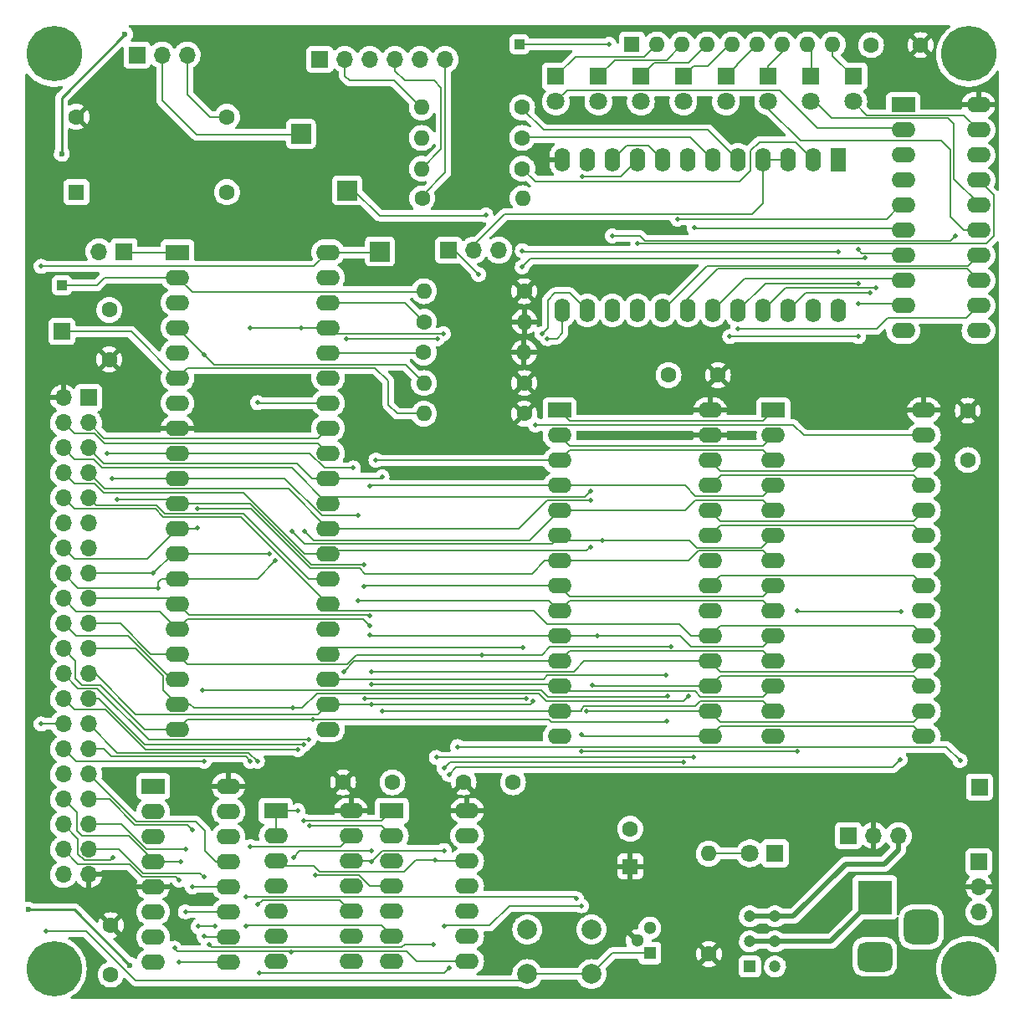
<source format=gtl>
G04 #@! TF.GenerationSoftware,KiCad,Pcbnew,(6.0.8-1)-1*
G04 #@! TF.CreationDate,2022-10-22T00:17:54-05:00*
G04 #@! TF.ProjectId,YAsixtyfive02,59417369-7874-4796-9669-766530322e6b,rev?*
G04 #@! TF.SameCoordinates,Original*
G04 #@! TF.FileFunction,Copper,L1,Top*
G04 #@! TF.FilePolarity,Positive*
%FSLAX46Y46*%
G04 Gerber Fmt 4.6, Leading zero omitted, Abs format (unit mm)*
G04 Created by KiCad (PCBNEW (6.0.8-1)-1) date 2022-10-22 00:17:54*
%MOMM*%
%LPD*%
G01*
G04 APERTURE LIST*
G04 Aperture macros list*
%AMRoundRect*
0 Rectangle with rounded corners*
0 $1 Rounding radius*
0 $2 $3 $4 $5 $6 $7 $8 $9 X,Y pos of 4 corners*
0 Add a 4 corners polygon primitive as box body*
4,1,4,$2,$3,$4,$5,$6,$7,$8,$9,$2,$3,0*
0 Add four circle primitives for the rounded corners*
1,1,$1+$1,$2,$3*
1,1,$1+$1,$4,$5*
1,1,$1+$1,$6,$7*
1,1,$1+$1,$8,$9*
0 Add four rect primitives between the rounded corners*
20,1,$1+$1,$2,$3,$4,$5,0*
20,1,$1+$1,$4,$5,$6,$7,0*
20,1,$1+$1,$6,$7,$8,$9,0*
20,1,$1+$1,$8,$9,$2,$3,0*%
G04 Aperture macros list end*
G04 #@! TA.AperFunction,ComponentPad*
%ADD10R,1.600000X1.600000*%
G04 #@! TD*
G04 #@! TA.AperFunction,ComponentPad*
%ADD11C,1.600000*%
G04 #@! TD*
G04 #@! TA.AperFunction,ComponentPad*
%ADD12R,1.800000X1.800000*%
G04 #@! TD*
G04 #@! TA.AperFunction,ComponentPad*
%ADD13C,1.800000*%
G04 #@! TD*
G04 #@! TA.AperFunction,ComponentPad*
%ADD14C,3.600000*%
G04 #@! TD*
G04 #@! TA.AperFunction,ConnectorPad*
%ADD15C,5.600000*%
G04 #@! TD*
G04 #@! TA.AperFunction,ComponentPad*
%ADD16R,1.700000X1.700000*%
G04 #@! TD*
G04 #@! TA.AperFunction,ComponentPad*
%ADD17O,1.700000X1.700000*%
G04 #@! TD*
G04 #@! TA.AperFunction,ComponentPad*
%ADD18O,1.600000X1.600000*%
G04 #@! TD*
G04 #@! TA.AperFunction,ComponentPad*
%ADD19R,2.000000X2.000000*%
G04 #@! TD*
G04 #@! TA.AperFunction,ComponentPad*
%ADD20R,1.300000X1.300000*%
G04 #@! TD*
G04 #@! TA.AperFunction,ComponentPad*
%ADD21C,1.300000*%
G04 #@! TD*
G04 #@! TA.AperFunction,ComponentPad*
%ADD22R,2.400000X1.600000*%
G04 #@! TD*
G04 #@! TA.AperFunction,ComponentPad*
%ADD23O,2.400000X1.600000*%
G04 #@! TD*
G04 #@! TA.AperFunction,ComponentPad*
%ADD24C,2.000000*%
G04 #@! TD*
G04 #@! TA.AperFunction,ComponentPad*
%ADD25R,1.600000X2.400000*%
G04 #@! TD*
G04 #@! TA.AperFunction,ComponentPad*
%ADD26O,1.600000X2.400000*%
G04 #@! TD*
G04 #@! TA.AperFunction,ComponentPad*
%ADD27R,3.500000X3.500000*%
G04 #@! TD*
G04 #@! TA.AperFunction,ComponentPad*
%ADD28RoundRect,0.750000X1.000000X-0.750000X1.000000X0.750000X-1.000000X0.750000X-1.000000X-0.750000X0*%
G04 #@! TD*
G04 #@! TA.AperFunction,ComponentPad*
%ADD29RoundRect,0.875000X0.875000X-0.875000X0.875000X0.875000X-0.875000X0.875000X-0.875000X-0.875000X0*%
G04 #@! TD*
G04 #@! TA.AperFunction,ComponentPad*
%ADD30R,1.000000X1.000000*%
G04 #@! TD*
G04 #@! TA.AperFunction,ComponentPad*
%ADD31R,1.200000X1.200000*%
G04 #@! TD*
G04 #@! TA.AperFunction,ComponentPad*
%ADD32C,1.200000*%
G04 #@! TD*
G04 #@! TA.AperFunction,ViaPad*
%ADD33C,0.500000*%
G04 #@! TD*
G04 #@! TA.AperFunction,ViaPad*
%ADD34C,0.600000*%
G04 #@! TD*
G04 #@! TA.AperFunction,Conductor*
%ADD35C,0.152400*%
G04 #@! TD*
G04 #@! TA.AperFunction,Conductor*
%ADD36C,0.500000*%
G04 #@! TD*
G04 #@! TA.AperFunction,Conductor*
%ADD37C,0.250000*%
G04 #@! TD*
G04 APERTURE END LIST*
D10*
X92989400Y-135940051D03*
D11*
X92989400Y-132140051D03*
X63921000Y-127431800D03*
X68921000Y-127431800D03*
X76123800Y-127431800D03*
X81123800Y-127431800D03*
X40411400Y-141899000D03*
X40411400Y-146899000D03*
D12*
X107645200Y-134620000D03*
D13*
X105105200Y-134620000D03*
D14*
X127254000Y-146304000D03*
D15*
X127254000Y-146304000D03*
D14*
X127254000Y-53721000D03*
D15*
X127254000Y-53721000D03*
D14*
X34671000Y-146304000D03*
D15*
X34671000Y-146304000D03*
D16*
X43061600Y-53829200D03*
D17*
X45601600Y-53829200D03*
X48141600Y-53829200D03*
D16*
X38164400Y-88509200D03*
D17*
X35624400Y-88509200D03*
X38164400Y-91049200D03*
X35624400Y-91049200D03*
X38164400Y-93589200D03*
X35624400Y-93589200D03*
X38164400Y-96129200D03*
X35624400Y-96129200D03*
X38164400Y-98669200D03*
X35624400Y-98669200D03*
X38164400Y-101209200D03*
X35624400Y-101209200D03*
X38164400Y-103749200D03*
X35624400Y-103749200D03*
X38164400Y-106289200D03*
X35624400Y-106289200D03*
X38164400Y-108829200D03*
X35624400Y-108829200D03*
X38164400Y-111369200D03*
X35624400Y-111369200D03*
X38164400Y-113909200D03*
X35624400Y-113909200D03*
X38164400Y-116449200D03*
X35624400Y-116449200D03*
X38164400Y-118989200D03*
X35624400Y-118989200D03*
X38164400Y-121529200D03*
X35624400Y-121529200D03*
X38164400Y-124069200D03*
X35624400Y-124069200D03*
X38164400Y-126609200D03*
X35624400Y-126609200D03*
X38164400Y-129149200D03*
X35624400Y-129149200D03*
X38164400Y-131689200D03*
X35624400Y-131689200D03*
X38164400Y-134229200D03*
X35624400Y-134229200D03*
X38164400Y-136769200D03*
X35624400Y-136769200D03*
D16*
X41761600Y-73729200D03*
D17*
X39221600Y-73729200D03*
D11*
X100939600Y-144805400D03*
D18*
X100939600Y-134645400D03*
D19*
X67665600Y-73710800D03*
D20*
X94961600Y-144729200D03*
D21*
X93691600Y-143459200D03*
X94961600Y-142189200D03*
D14*
X34671000Y-53721000D03*
D15*
X34671000Y-53721000D03*
D22*
X47167800Y-73812400D03*
D23*
X47167800Y-76352400D03*
X47167800Y-78892400D03*
X47167800Y-81432400D03*
X47167800Y-83972400D03*
X47167800Y-86512400D03*
X47167800Y-89052400D03*
X47167800Y-91592400D03*
X47167800Y-94132400D03*
X47167800Y-96672400D03*
X47167800Y-99212400D03*
X47167800Y-101752400D03*
X47167800Y-104292400D03*
X47167800Y-106832400D03*
X47167800Y-109372400D03*
X47167800Y-111912400D03*
X47167800Y-114452400D03*
X47167800Y-116992400D03*
X47167800Y-119532400D03*
X47167800Y-122072400D03*
X62407800Y-122072400D03*
X62407800Y-119532400D03*
X62407800Y-116992400D03*
X62407800Y-114452400D03*
X62407800Y-111912400D03*
X62407800Y-109372400D03*
X62407800Y-106832400D03*
X62407800Y-104292400D03*
X62407800Y-101752400D03*
X62407800Y-99212400D03*
X62407800Y-96672400D03*
X62407800Y-94132400D03*
X62407800Y-91592400D03*
X62407800Y-89052400D03*
X62407800Y-86512400D03*
X62407800Y-83972400D03*
X62407800Y-81432400D03*
X62407800Y-78892400D03*
X62407800Y-76352400D03*
X62407800Y-73812400D03*
D16*
X128320800Y-127914400D03*
X128270000Y-135483600D03*
D17*
X128270000Y-138023600D03*
X128270000Y-140563600D03*
D11*
X40261600Y-84629200D03*
X40261600Y-79629200D03*
D10*
X36931600Y-67716400D03*
D11*
X52171600Y-67716400D03*
X52171600Y-60096400D03*
X36931600Y-60096400D03*
D19*
X59661600Y-61829200D03*
D24*
X82561600Y-142329200D03*
X89061600Y-142329200D03*
X82561600Y-146829200D03*
X89061600Y-146829200D03*
D16*
X61569600Y-54279800D03*
D17*
X64109600Y-54279800D03*
X66649600Y-54279800D03*
X69189600Y-54279800D03*
X71729600Y-54279800D03*
X74269600Y-54279800D03*
D11*
X82042000Y-62229200D03*
D18*
X71882000Y-62229200D03*
D11*
X82061600Y-65329200D03*
D18*
X71901600Y-65329200D03*
D11*
X71932800Y-68329200D03*
D18*
X82092800Y-68329200D03*
D25*
X114046000Y-64439800D03*
D26*
X111506000Y-64439800D03*
X108966000Y-64439800D03*
X106426000Y-64439800D03*
X103886000Y-64439800D03*
X101346000Y-64439800D03*
X98806000Y-64439800D03*
X96266000Y-64439800D03*
X93726000Y-64439800D03*
X91186000Y-64439800D03*
X88646000Y-64439800D03*
X86106000Y-64439800D03*
X86106000Y-79679800D03*
X88646000Y-79679800D03*
X91186000Y-79679800D03*
X93726000Y-79679800D03*
X96266000Y-79679800D03*
X98806000Y-79679800D03*
X101346000Y-79679800D03*
X103886000Y-79679800D03*
X106426000Y-79679800D03*
X108966000Y-79679800D03*
X111506000Y-79679800D03*
X114046000Y-79679800D03*
D11*
X82042000Y-59129200D03*
D18*
X71882000Y-59129200D03*
D22*
X85826600Y-89789000D03*
D23*
X85826600Y-92329000D03*
X85826600Y-94869000D03*
X85826600Y-97409000D03*
X85826600Y-99949000D03*
X85826600Y-102489000D03*
X85826600Y-105029000D03*
X85826600Y-107569000D03*
X85826600Y-110109000D03*
X85826600Y-112649000D03*
X85826600Y-115189000D03*
X85826600Y-117729000D03*
X85826600Y-120269000D03*
X85826600Y-122809000D03*
X101066600Y-122809000D03*
X101066600Y-120269000D03*
X101066600Y-117729000D03*
X101066600Y-115189000D03*
X101066600Y-112649000D03*
X101066600Y-110109000D03*
X101066600Y-107569000D03*
X101066600Y-105029000D03*
X101066600Y-102489000D03*
X101066600Y-99949000D03*
X101066600Y-97409000D03*
X101066600Y-94869000D03*
X101066600Y-92329000D03*
X101066600Y-89789000D03*
D22*
X107467400Y-89789000D03*
D23*
X107467400Y-92329000D03*
X107467400Y-94869000D03*
X107467400Y-97409000D03*
X107467400Y-99949000D03*
X107467400Y-102489000D03*
X107467400Y-105029000D03*
X107467400Y-107569000D03*
X107467400Y-110109000D03*
X107467400Y-112649000D03*
X107467400Y-115189000D03*
X107467400Y-117729000D03*
X107467400Y-120269000D03*
X107467400Y-122809000D03*
X122707400Y-122809000D03*
X122707400Y-120269000D03*
X122707400Y-117729000D03*
X122707400Y-115189000D03*
X122707400Y-112649000D03*
X122707400Y-110109000D03*
X122707400Y-107569000D03*
X122707400Y-105029000D03*
X122707400Y-102489000D03*
X122707400Y-99949000D03*
X122707400Y-97409000D03*
X122707400Y-94869000D03*
X122707400Y-92329000D03*
X122707400Y-89789000D03*
D11*
X101861600Y-86229200D03*
X96861600Y-86229200D03*
X127152400Y-89829000D03*
X127152400Y-94829000D03*
D27*
X117736700Y-139084800D03*
D28*
X117736700Y-145084800D03*
D29*
X122436700Y-142084800D03*
D11*
X122361600Y-52829200D03*
X117361600Y-52829200D03*
X82270600Y-87029200D03*
D18*
X72110600Y-87029200D03*
D11*
X72110600Y-80829200D03*
D18*
X82270600Y-80829200D03*
D11*
X72085200Y-83929200D03*
D18*
X82245200Y-83929200D03*
D11*
X82261600Y-90129200D03*
D18*
X72101600Y-90129200D03*
D10*
X93161600Y-52755800D03*
D18*
X95701600Y-52755800D03*
X98241600Y-52755800D03*
X100781600Y-52755800D03*
X103321600Y-52755800D03*
X105861600Y-52755800D03*
X108401600Y-52755800D03*
X110941600Y-52755800D03*
X113481600Y-52755800D03*
D11*
X82270600Y-77729200D03*
D18*
X72110600Y-77729200D03*
D30*
X35461600Y-77129200D03*
D12*
X89761600Y-56000000D03*
D13*
X89761600Y-58540000D03*
D12*
X111261600Y-56000000D03*
D13*
X111261600Y-58540000D03*
D12*
X115561600Y-56000000D03*
D13*
X115561600Y-58540000D03*
D22*
X44704000Y-127829200D03*
D23*
X44704000Y-130369200D03*
X44704000Y-132909200D03*
X44704000Y-135449200D03*
X44704000Y-137989200D03*
X44704000Y-140529200D03*
X44704000Y-143069200D03*
X44704000Y-145609200D03*
X52324000Y-145609200D03*
X52324000Y-143069200D03*
X52324000Y-140529200D03*
X52324000Y-137989200D03*
X52324000Y-135449200D03*
X52324000Y-132909200D03*
X52324000Y-130369200D03*
X52324000Y-127829200D03*
D12*
X106961600Y-56000000D03*
D13*
X106961600Y-58540000D03*
D22*
X68861600Y-130304200D03*
D23*
X68861600Y-132844200D03*
X68861600Y-135384200D03*
X68861600Y-137924200D03*
X68861600Y-140464200D03*
X68861600Y-143004200D03*
X68861600Y-145544200D03*
X76481600Y-145544200D03*
X76481600Y-143004200D03*
X76481600Y-140464200D03*
X76481600Y-137924200D03*
X76481600Y-135384200D03*
X76481600Y-132844200D03*
X76481600Y-130304200D03*
D16*
X35461600Y-81829200D03*
X74611600Y-73579200D03*
D17*
X77151600Y-73579200D03*
X79691600Y-73579200D03*
D12*
X102661600Y-56000000D03*
D13*
X102661600Y-58540000D03*
D19*
X64361600Y-67529200D03*
D30*
X81761600Y-52729200D03*
D22*
X120611600Y-58879200D03*
D23*
X120611600Y-61419200D03*
X120611600Y-63959200D03*
X120611600Y-66499200D03*
X120611600Y-69039200D03*
X120611600Y-71579200D03*
X120611600Y-74119200D03*
X120611600Y-76659200D03*
X120611600Y-79199200D03*
X120611600Y-81739200D03*
X128231600Y-81739200D03*
X128231600Y-79199200D03*
X128231600Y-76659200D03*
X128231600Y-74119200D03*
X128231600Y-71579200D03*
X128231600Y-69039200D03*
X128231600Y-66499200D03*
X128231600Y-63959200D03*
X128231600Y-61419200D03*
X128231600Y-58879200D03*
D22*
X57111600Y-130304200D03*
D23*
X57111600Y-132844200D03*
X57111600Y-135384200D03*
X57111600Y-137924200D03*
X57111600Y-140464200D03*
X57111600Y-143004200D03*
X57111600Y-145544200D03*
X64731600Y-145544200D03*
X64731600Y-143004200D03*
X64731600Y-140464200D03*
X64731600Y-137924200D03*
X64731600Y-135384200D03*
X64731600Y-132844200D03*
X64731600Y-130304200D03*
D16*
X115051600Y-132829200D03*
D17*
X117591600Y-132829200D03*
X120131600Y-132829200D03*
D12*
X98361600Y-56000000D03*
D13*
X98361600Y-58540000D03*
D12*
X85461600Y-56000000D03*
D13*
X85461600Y-58540000D03*
D12*
X94061600Y-56000000D03*
D13*
X94061600Y-58540000D03*
D31*
X105105200Y-146075400D03*
D32*
X105105200Y-143535400D03*
X105105200Y-140995400D03*
X107645200Y-146075400D03*
X107645200Y-143535400D03*
X107645200Y-140995400D03*
D33*
X49863100Y-84127700D03*
X49861600Y-125329200D03*
X77636600Y-76029200D03*
X54561600Y-133929200D03*
X84061600Y-82029200D03*
X74061600Y-82029200D03*
X54561600Y-81429200D03*
X54561600Y-125329200D03*
X59658400Y-81432400D03*
X40061600Y-94129200D03*
X89681400Y-112649000D03*
X64961600Y-95629200D03*
X66661600Y-112529200D03*
X117261600Y-77929200D03*
X63961600Y-116229200D03*
X65461600Y-100429200D03*
X40539700Y-96729200D03*
X65461600Y-109029200D03*
X117861600Y-77429200D03*
X66761600Y-117529200D03*
X41017800Y-98829200D03*
X66061600Y-105429200D03*
X66061600Y-107629200D03*
X67861600Y-96529200D03*
X67861600Y-120229200D03*
X116061600Y-76929200D03*
X116061600Y-73529200D03*
X49161600Y-101729200D03*
X49161600Y-99729200D03*
X88961600Y-97929200D03*
X88039700Y-122629200D03*
X56461600Y-104329200D03*
X90161600Y-102929200D03*
X58761600Y-102029200D03*
X44701600Y-106289200D03*
X88961600Y-98929200D03*
X88517800Y-120229200D03*
X57061600Y-105029200D03*
X60061600Y-102029200D03*
X45183000Y-107750600D03*
X89161600Y-117629200D03*
X88961600Y-103629200D03*
X66661600Y-97429200D03*
X66661600Y-110587100D03*
X66761600Y-116229200D03*
X93761600Y-72929200D03*
X67261600Y-94829200D03*
X66661600Y-111629200D03*
X91161600Y-72129200D03*
X125861600Y-72129200D03*
X78011600Y-114529200D03*
X97083500Y-113682300D03*
X49261600Y-142029200D03*
X49661600Y-118129200D03*
X50961600Y-142029200D03*
X96761600Y-118729200D03*
X54100868Y-142019500D03*
X84561600Y-82529200D03*
X73461600Y-82529200D03*
X64261600Y-82529200D03*
X55261600Y-139829200D03*
X55261600Y-89029200D03*
X55261600Y-125329200D03*
X98883500Y-118729200D03*
X58861600Y-119929200D03*
X66761600Y-134379200D03*
X58883500Y-135029200D03*
X47461600Y-135429200D03*
X58661600Y-144607300D03*
X46861600Y-144229200D03*
X61161600Y-136829200D03*
X60861600Y-121039100D03*
X96661600Y-121229200D03*
X33361600Y-75229200D03*
X116761600Y-74366700D03*
X82061600Y-75279200D03*
X33361600Y-121529200D03*
X33861600Y-142529200D03*
X83161600Y-119229200D03*
X66811600Y-119529200D03*
X60461600Y-123129200D03*
X60561600Y-131829200D03*
X96561600Y-116629200D03*
X82161600Y-113829200D03*
X59961600Y-131329200D03*
X59961600Y-123629200D03*
X59361600Y-124129200D03*
X59361600Y-130329200D03*
X90861600Y-52729200D03*
X99461600Y-71329200D03*
X103061600Y-82329200D03*
X116061600Y-82329200D03*
X116061600Y-79029200D03*
X98361600Y-125429200D03*
X66761600Y-135429200D03*
X74161600Y-126029200D03*
X88061600Y-139929200D03*
X120361600Y-110129200D03*
X74161600Y-142029200D03*
X74161100Y-134329200D03*
X109861600Y-124329200D03*
X88061600Y-124329200D03*
X109861600Y-110029200D03*
X73204900Y-135329200D03*
X73361600Y-124929200D03*
X99361600Y-124929200D03*
X74661600Y-146229200D03*
X55411600Y-146729200D03*
X120311600Y-125129200D03*
X74639700Y-126629200D03*
X78361600Y-70029200D03*
X103866568Y-81524232D03*
X97761600Y-70429200D03*
X88161600Y-66151100D03*
X54061600Y-139029200D03*
X87561600Y-139229200D03*
X126361600Y-125229200D03*
X75511600Y-123829200D03*
X50361600Y-143829200D03*
X73061600Y-143829200D03*
X48661600Y-132229200D03*
X48661600Y-138036186D03*
D34*
X42361600Y-145929200D03*
X35461600Y-63829200D03*
X41861600Y-51729200D03*
X32061600Y-140329200D03*
D33*
X47961600Y-134229200D03*
X47961600Y-140529200D03*
X66161600Y-118929200D03*
X82461600Y-118929200D03*
X83411600Y-91279200D03*
X49839700Y-137029200D03*
X49861600Y-143029200D03*
X82061600Y-73629200D03*
X114061600Y-73729200D03*
X47361600Y-137329200D03*
X47361600Y-145629200D03*
X40661600Y-135029200D03*
D35*
X70260400Y-85179000D02*
X72110600Y-87029200D01*
X49863100Y-84127700D02*
X50914400Y-85179000D01*
X49861600Y-125329200D02*
X36884400Y-125329200D01*
X50914400Y-85179000D02*
X70260400Y-85179000D01*
X36884400Y-125329200D02*
X35624400Y-124069200D01*
X47167800Y-81432400D02*
X49863100Y-84127700D01*
X40461600Y-124829200D02*
X39701600Y-124069200D01*
X84061600Y-82029200D02*
X84661600Y-81429200D01*
X59658400Y-81432400D02*
X62407800Y-81432400D01*
X86895400Y-77929200D02*
X88646000Y-79679800D01*
X45601600Y-53829200D02*
X45601600Y-58400252D01*
X59639200Y-61906800D02*
X59661600Y-61884400D01*
X54564800Y-81432400D02*
X59658400Y-81432400D01*
X54561600Y-125329200D02*
X54061600Y-124829200D01*
X63004600Y-82029200D02*
X74061600Y-82029200D01*
X84661600Y-78629200D02*
X85361600Y-77929200D01*
X84661600Y-81429200D02*
X84661600Y-78629200D01*
X74611600Y-73579200D02*
X75186600Y-73579200D01*
X49108148Y-61906800D02*
X59639200Y-61906800D01*
X75186600Y-73579200D02*
X77636600Y-76029200D01*
X64731600Y-132844200D02*
X63646600Y-133929200D01*
X63646600Y-133929200D02*
X54561600Y-133929200D01*
X54061600Y-124829200D02*
X40461600Y-124829200D01*
X45601600Y-58400252D02*
X49108148Y-61906800D01*
X85361600Y-77929200D02*
X86895400Y-77929200D01*
X54561600Y-81429200D02*
X54564800Y-81432400D01*
X39701600Y-124069200D02*
X38164400Y-124069200D01*
X59661600Y-61884400D02*
X59661600Y-61829200D01*
X62407800Y-81432400D02*
X63004600Y-82029200D01*
X99110000Y-113677600D02*
X98081400Y-112649000D01*
X66781400Y-112649000D02*
X85826600Y-112649000D01*
X60553140Y-94132400D02*
X47167800Y-94132400D01*
X107467400Y-112649000D02*
X106438800Y-113677600D01*
X64961600Y-95629200D02*
X62049940Y-95629200D01*
X98081400Y-112649000D02*
X89681400Y-112649000D01*
X66661600Y-112529200D02*
X66781400Y-112649000D01*
X62049940Y-95629200D02*
X60553140Y-94132400D01*
X89681400Y-112649000D02*
X85826600Y-112649000D01*
X40064800Y-94132400D02*
X47167800Y-94132400D01*
X40061600Y-94129200D02*
X40064800Y-94132400D01*
X106438800Y-113677600D02*
X99110000Y-113677600D01*
X85826600Y-115189000D02*
X86855200Y-114160400D01*
X38164400Y-91049200D02*
X39736200Y-92621000D01*
X65046852Y-115189000D02*
X85826600Y-115189000D01*
X63961600Y-116229200D02*
X64006652Y-116229200D01*
X110716600Y-77929200D02*
X117261600Y-77929200D01*
X108966000Y-79679800D02*
X110716600Y-77929200D01*
X64006652Y-116229200D02*
X65046852Y-115189000D01*
X86855200Y-114160400D02*
X106438800Y-114160400D01*
X39736200Y-92621000D02*
X61379200Y-92621000D01*
X61379200Y-92621000D02*
X62407800Y-91592400D01*
X106438800Y-114160400D02*
X107467400Y-115189000D01*
X106438800Y-109080400D02*
X86855200Y-109080400D01*
X47167800Y-96672400D02*
X58004800Y-96672400D01*
X58004800Y-96672400D02*
X61761600Y-100429200D01*
X40596500Y-96672400D02*
X47167800Y-96672400D01*
X40539700Y-96729200D02*
X40596500Y-96672400D01*
X61761600Y-100429200D02*
X65461600Y-100429200D01*
X65461600Y-109029200D02*
X84746800Y-109029200D01*
X86855200Y-109080400D02*
X85826600Y-110109000D01*
X107467400Y-110109000D02*
X106438800Y-109080400D01*
X84746800Y-109029200D02*
X85826600Y-110109000D01*
X61379200Y-93103800D02*
X62407800Y-94132400D01*
X106438800Y-118757600D02*
X100090000Y-118757600D01*
X39787948Y-93103800D02*
X61379200Y-93103800D01*
X106426000Y-79679800D02*
X108676600Y-77429200D01*
X107467400Y-117729000D02*
X106438800Y-118757600D01*
X100090000Y-118757600D02*
X99561600Y-118229200D01*
X66761600Y-117529200D02*
X85626800Y-117529200D01*
X38811948Y-92127800D02*
X39787948Y-93103800D01*
X99561600Y-118229200D02*
X86326800Y-118229200D01*
X36703000Y-92127800D02*
X38811948Y-92127800D01*
X85626800Y-117529200D02*
X85826600Y-117729000D01*
X86326800Y-118229200D02*
X85826600Y-117729000D01*
X35624400Y-91049200D02*
X36703000Y-92127800D01*
X108676600Y-77429200D02*
X117861600Y-77429200D01*
X54513748Y-99212400D02*
X60730548Y-105429200D01*
X86855200Y-108597600D02*
X106438800Y-108597600D01*
X47167800Y-99212400D02*
X54513748Y-99212400D01*
X60730548Y-105429200D02*
X66061600Y-105429200D01*
X85826600Y-107569000D02*
X86855200Y-108597600D01*
X66121800Y-107569000D02*
X85826600Y-107569000D01*
X106438800Y-108597600D02*
X107467400Y-107569000D01*
X46784600Y-98829200D02*
X47167800Y-99212400D01*
X66061600Y-107629200D02*
X66121800Y-107569000D01*
X41017800Y-98829200D02*
X46784600Y-98829200D01*
X100050400Y-119240400D02*
X106438800Y-119240400D01*
X38164400Y-93589200D02*
X38164400Y-93632000D01*
X116421000Y-73888600D02*
X120381000Y-73888600D01*
X60804800Y-96672400D02*
X62407800Y-96672400D01*
X116061600Y-73529200D02*
X116421000Y-73888600D01*
X103886000Y-79679800D02*
X106636600Y-76929200D01*
X67901400Y-120269000D02*
X85826600Y-120269000D01*
X106438800Y-119240400D02*
X107467400Y-120269000D01*
X59293400Y-95161000D02*
X60804800Y-96672400D01*
X99540200Y-119750600D02*
X100050400Y-119240400D01*
X62407800Y-96672400D02*
X67718400Y-96672400D01*
X88039200Y-120269000D02*
X88039200Y-120030957D01*
X106636600Y-76929200D02*
X116061600Y-76929200D01*
X38164400Y-93632000D02*
X39693400Y-95161000D01*
X67718400Y-96672400D02*
X67861600Y-96529200D01*
X67861600Y-120229200D02*
X67901400Y-120269000D01*
X39693400Y-95161000D02*
X59293400Y-95161000D01*
X120381000Y-73888600D02*
X120611600Y-74119200D01*
X88319557Y-119750600D02*
X99540200Y-119750600D01*
X88039200Y-120030957D02*
X88319557Y-119750600D01*
X85826600Y-120269000D02*
X88039200Y-120269000D01*
X54599496Y-99729200D02*
X60637918Y-105767622D01*
X47167800Y-101752400D02*
X49138400Y-101752400D01*
X36703000Y-104827800D02*
X44092400Y-104827800D01*
X44092400Y-104827800D02*
X47167800Y-101752400D01*
X83061600Y-106329200D02*
X84361800Y-105029000D01*
X49138400Y-101752400D02*
X49161600Y-101729200D01*
X35624400Y-103749200D02*
X36703000Y-104827800D01*
X49161600Y-99729200D02*
X54599496Y-99729200D01*
X98861600Y-105029200D02*
X85826800Y-105029200D01*
X60637918Y-105767622D02*
X65600022Y-105767622D01*
X66161600Y-106329200D02*
X83061600Y-106329200D01*
X106438800Y-104000400D02*
X99890400Y-104000400D01*
X107467400Y-105029000D02*
X106438800Y-104000400D01*
X99890400Y-104000400D02*
X98861600Y-105029200D01*
X85826800Y-105029200D02*
X85826600Y-105029000D01*
X65600022Y-105767622D02*
X66161600Y-106329200D01*
X84361800Y-105029000D02*
X85826600Y-105029000D01*
X120381000Y-76428600D02*
X120611600Y-76659200D01*
X121678800Y-121780400D02*
X102095200Y-121780400D01*
X87961600Y-98529200D02*
X88361600Y-98529200D01*
X101346000Y-79679800D02*
X104597200Y-76428600D01*
X88361600Y-98529200D02*
X88961600Y-97929200D01*
X104597200Y-76428600D02*
X120381000Y-76428600D01*
X35624400Y-93589200D02*
X36764400Y-94729200D01*
X63091000Y-98529200D02*
X87961600Y-98529200D01*
X62407800Y-99212400D02*
X63004600Y-98615600D01*
X39561600Y-95629200D02*
X58761600Y-95629200D01*
X38661600Y-94729200D02*
X39561600Y-95629200D01*
X88039700Y-122629200D02*
X88219500Y-122809000D01*
X58761600Y-95629200D02*
X62344800Y-99212400D01*
X63004600Y-98615600D02*
X63091000Y-98529200D01*
X62344800Y-99212400D02*
X62407800Y-99212400D01*
X102095200Y-121780400D02*
X101066600Y-122809000D01*
X122707400Y-122809000D02*
X121678800Y-121780400D01*
X88219500Y-122809000D02*
X101066600Y-122809000D01*
X36764400Y-94729200D02*
X38661600Y-94729200D01*
X47167800Y-104292400D02*
X56424800Y-104292400D01*
X94837400Y-63011200D02*
X96266000Y-64439800D01*
X92614600Y-63011200D02*
X94837400Y-63011200D01*
X38164400Y-106289200D02*
X44701600Y-106289200D01*
X59996200Y-103263800D02*
X85051800Y-103263800D01*
X98961600Y-102929200D02*
X99728000Y-103695600D01*
X46698400Y-104292400D02*
X47167800Y-104292400D01*
X44701600Y-106289200D02*
X46698400Y-104292400D01*
X99728000Y-103695600D02*
X106260800Y-103695600D01*
X85051800Y-103263800D02*
X85826600Y-102489000D01*
X106260800Y-103695600D02*
X107467400Y-102489000D01*
X58761600Y-102029200D02*
X59996200Y-103263800D01*
X90161600Y-102929200D02*
X86266800Y-102929200D01*
X86266800Y-102929200D02*
X85826600Y-102489000D01*
X56424800Y-104292400D02*
X56461600Y-104329200D01*
X90161600Y-102929200D02*
X98961600Y-102929200D01*
X91186000Y-64439800D02*
X92614600Y-63011200D01*
X81738400Y-101752400D02*
X62407800Y-101752400D01*
X127051600Y-75479200D02*
X128231600Y-76659200D01*
X98806000Y-78484800D02*
X101811600Y-75479200D01*
X84570400Y-98920400D02*
X81738400Y-101752400D01*
X121647200Y-121329200D02*
X102126800Y-121329200D01*
X122707400Y-120269000D02*
X121647200Y-121329200D01*
X88517800Y-120229200D02*
X88557600Y-120269000D01*
X102126800Y-121329200D02*
X101066600Y-120269000D01*
X98806000Y-79679800D02*
X98806000Y-78484800D01*
X88961600Y-98929200D02*
X88952800Y-98920400D01*
X88952800Y-98920400D02*
X84570400Y-98920400D01*
X101811600Y-75479200D02*
X127051600Y-75479200D01*
X88557600Y-120269000D02*
X101066600Y-120269000D01*
X38164400Y-96129200D02*
X39764400Y-97729200D01*
X39764400Y-97729200D02*
X58384600Y-97729200D01*
X58384600Y-97729200D02*
X62407800Y-101752400D01*
X82816600Y-102959000D02*
X85826600Y-99949000D01*
X98541800Y-99949000D02*
X99570400Y-98920400D01*
X47167800Y-106832400D02*
X55258400Y-106832400D01*
X35624400Y-106289200D02*
X37085800Y-107750600D01*
X60061600Y-102029200D02*
X60991400Y-102959000D01*
X106438800Y-98920400D02*
X107467400Y-99949000D01*
X37085800Y-107750600D02*
X45183000Y-107750600D01*
X85826600Y-99949000D02*
X98541800Y-99949000D01*
X45183000Y-107207800D02*
X45561600Y-106829200D01*
X99570400Y-98920400D02*
X106438800Y-98920400D01*
X47164600Y-106829200D02*
X47167800Y-106832400D01*
X45183000Y-107750600D02*
X45183000Y-107207800D01*
X45561600Y-106829200D02*
X47164600Y-106829200D01*
X60991400Y-102959000D02*
X82816600Y-102959000D01*
X55258400Y-106832400D02*
X57061600Y-105029200D01*
X89261400Y-117729000D02*
X101066600Y-117729000D01*
X62699800Y-104000400D02*
X88590400Y-104000400D01*
X60024800Y-104292400D02*
X62407800Y-104292400D01*
X128231600Y-74119200D02*
X127176400Y-75174400D01*
X127176400Y-75174400D02*
X100771400Y-75174400D01*
X38811948Y-97207800D02*
X39733348Y-98129200D01*
X53861600Y-98129200D02*
X60024800Y-104292400D01*
X102095200Y-116700400D02*
X121678800Y-116700400D01*
X101066600Y-117729000D02*
X102095200Y-116700400D01*
X35624400Y-96129200D02*
X36703000Y-97207800D01*
X39733348Y-98129200D02*
X53861600Y-98129200D01*
X36703000Y-97207800D02*
X38811948Y-97207800D01*
X100771400Y-75174400D02*
X96266000Y-79679800D01*
X62407800Y-104292400D02*
X62699800Y-104000400D01*
X121678800Y-116700400D02*
X122707400Y-117729000D01*
X89161600Y-117629200D02*
X89261400Y-117729000D01*
X88590400Y-104000400D02*
X88961600Y-103629200D01*
X46624600Y-108829200D02*
X47167800Y-109372400D01*
X66603700Y-110529200D02*
X66661600Y-110587100D01*
X106438800Y-98437600D02*
X99570000Y-98437600D01*
X107467400Y-97409000D02*
X106438800Y-98437600D01*
X66681800Y-97409000D02*
X85826600Y-97409000D01*
X38164400Y-108829200D02*
X46624600Y-108829200D01*
X98541400Y-97409000D02*
X85826600Y-97409000D01*
X66661600Y-97429200D02*
X66681800Y-97409000D01*
X99570000Y-98437600D02*
X98541400Y-97409000D01*
X48324600Y-110529200D02*
X66603700Y-110529200D01*
X47167800Y-109372400D02*
X48324600Y-110529200D01*
X45873400Y-100241000D02*
X47993860Y-100241000D01*
X102106800Y-116229200D02*
X101066600Y-115189000D01*
X129011600Y-72929200D02*
X129761600Y-72179200D01*
X47993860Y-100241000D02*
X48005660Y-100229200D01*
X48005660Y-100229200D02*
X53861600Y-100229200D01*
X129761600Y-68029200D02*
X128231600Y-66499200D01*
X93761600Y-72929200D02*
X129011600Y-72929200D01*
X53861600Y-100229200D02*
X60464800Y-106832400D01*
X87261600Y-116229200D02*
X66761600Y-116229200D01*
X60464800Y-106832400D02*
X62407800Y-106832400D01*
X38938200Y-99443000D02*
X45075400Y-99443000D01*
X121667200Y-116229200D02*
X102106800Y-116229200D01*
X45075400Y-99443000D02*
X45873400Y-100241000D01*
X122707400Y-115189000D02*
X121667200Y-116229200D01*
X129761600Y-72179200D02*
X129761600Y-68029200D01*
X87361600Y-116129200D02*
X87261600Y-116229200D01*
X38164400Y-98669200D02*
X38938200Y-99443000D01*
X101066600Y-115189000D02*
X88301800Y-115189000D01*
X88301800Y-115189000D02*
X87361600Y-116129200D01*
X86855200Y-93840400D02*
X85826600Y-94869000D01*
X67261600Y-94829200D02*
X67301400Y-94869000D01*
X107467400Y-94869000D02*
X106438800Y-93840400D01*
X67301400Y-94869000D02*
X85826600Y-94869000D01*
X36924400Y-110129200D02*
X45384600Y-110129200D01*
X35624400Y-108829200D02*
X36924400Y-110129200D01*
X106438800Y-93840400D02*
X86855200Y-93840400D01*
X45384600Y-110129200D02*
X47167800Y-111912400D01*
X66661600Y-111629200D02*
X65916200Y-110883800D01*
X65916200Y-110883800D02*
X48196400Y-110883800D01*
X48196400Y-110883800D02*
X47167800Y-111912400D01*
X99181400Y-112649000D02*
X101066600Y-112649000D01*
X44949148Y-99747800D02*
X36703000Y-99747800D01*
X62407800Y-109372400D02*
X63143900Y-110108500D01*
X63143900Y-110108500D02*
X83240900Y-110108500D01*
X53581200Y-100545800D02*
X45747148Y-100545800D01*
X93961600Y-72129200D02*
X94456800Y-72624400D01*
X84561600Y-111429200D02*
X97961600Y-111429200D01*
X122707400Y-112649000D02*
X121678800Y-111620400D01*
X36703000Y-99747800D02*
X35624400Y-98669200D01*
X62407800Y-109372400D02*
X53581200Y-100545800D01*
X121678800Y-111620400D02*
X102095200Y-111620400D01*
X97961600Y-111429200D02*
X99181400Y-112649000D01*
X94456800Y-72624400D02*
X125366400Y-72624400D01*
X83240900Y-110108500D02*
X84561600Y-111429200D01*
X125366400Y-72624400D02*
X125861600Y-72129200D01*
X45747148Y-100545800D02*
X44949148Y-99747800D01*
X102095200Y-111620400D02*
X101066600Y-112649000D01*
X91161600Y-72129200D02*
X93961600Y-72129200D01*
X41401600Y-111369200D02*
X44484800Y-114452400D01*
X38164400Y-111369200D02*
X41401600Y-111369200D01*
X48196400Y-115481000D02*
X47167800Y-114452400D01*
X84046670Y-114529200D02*
X78011600Y-114529200D01*
X84846670Y-113729200D02*
X84046670Y-114529200D01*
X101066600Y-97409000D02*
X102146400Y-96329200D01*
X64323800Y-115481000D02*
X48196400Y-115481000D01*
X65275600Y-114529200D02*
X64323800Y-115481000D01*
X102146400Y-96329200D02*
X121627600Y-96329200D01*
X97036600Y-113729200D02*
X84846670Y-113729200D01*
X44484800Y-114452400D02*
X47167800Y-114452400D01*
X78011600Y-114529200D02*
X65275600Y-114529200D01*
X121627600Y-96329200D02*
X122707400Y-97409000D01*
X97083500Y-113682300D02*
X97036600Y-113729200D01*
X121678800Y-100977600D02*
X122707400Y-99949000D01*
X101066600Y-99949000D02*
X102095200Y-100977600D01*
X102095200Y-100977600D02*
X121678800Y-100977600D01*
X54191168Y-141929200D02*
X67786600Y-141929200D01*
X46524800Y-116992400D02*
X47167800Y-116992400D01*
X67786600Y-141929200D02*
X68861600Y-143004200D01*
X84661600Y-118829200D02*
X96661600Y-118829200D01*
X42161600Y-112629200D02*
X46524800Y-116992400D01*
X54100868Y-142019500D02*
X54191168Y-141929200D01*
X49666400Y-118124400D02*
X83956800Y-118124400D01*
X49261600Y-142029200D02*
X50961600Y-142029200D01*
X83956800Y-118124400D02*
X84661600Y-118829200D01*
X35624400Y-111369200D02*
X36884400Y-112629200D01*
X49661600Y-118129200D02*
X49666400Y-118124400D01*
X36884400Y-112629200D02*
X42161600Y-112629200D01*
X96661600Y-118829200D02*
X96761600Y-118729200D01*
X55261600Y-89029200D02*
X55284800Y-89052400D01*
X41069200Y-124434000D02*
X38164400Y-121529200D01*
X55284800Y-89052400D02*
X62407800Y-89052400D01*
X54366400Y-124434000D02*
X41069200Y-124434000D01*
X86106000Y-81984800D02*
X86106000Y-79679800D01*
X64261600Y-82529200D02*
X73461600Y-82529200D01*
X84561600Y-82529200D02*
X85561600Y-82529200D01*
X55756800Y-139334000D02*
X63601400Y-139334000D01*
X85561600Y-82529200D02*
X86106000Y-81984800D01*
X63601400Y-139334000D02*
X64731600Y-140464200D01*
X55261600Y-125329200D02*
X54366400Y-124434000D01*
X55261600Y-139829200D02*
X55756800Y-139334000D01*
X98883500Y-118729200D02*
X98383500Y-119229200D01*
X66738000Y-134355600D02*
X59557100Y-134355600D01*
X102095200Y-106540400D02*
X101066600Y-107569000D01*
X59761600Y-119929200D02*
X58861600Y-119929200D01*
X42941600Y-113909200D02*
X45739200Y-116706800D01*
X83711600Y-118429200D02*
X61261600Y-118429200D01*
X58861600Y-119929200D02*
X48861600Y-119929200D01*
X61261600Y-118429200D02*
X59761600Y-119929200D01*
X84511600Y-119229200D02*
X83711600Y-118429200D01*
X98383500Y-119229200D02*
X84511600Y-119229200D01*
X66761600Y-134379200D02*
X66738000Y-134355600D01*
X48464800Y-119532400D02*
X47167800Y-119532400D01*
X48861600Y-119929200D02*
X48464800Y-119532400D01*
X45739200Y-118103800D02*
X47167800Y-119532400D01*
X122707400Y-107569000D02*
X121678800Y-106540400D01*
X38164400Y-113909200D02*
X42941600Y-113909200D01*
X45739200Y-116706800D02*
X45739200Y-118103800D01*
X121678800Y-106540400D02*
X102095200Y-106540400D01*
X59557100Y-134355600D02*
X58883500Y-135029200D01*
X44704000Y-135449200D02*
X47441600Y-135449200D01*
X36961600Y-130486400D02*
X35624400Y-129149200D01*
X47148000Y-144515600D02*
X46861600Y-144229200D01*
X47441600Y-135449200D02*
X47461600Y-135429200D01*
X42227400Y-132829200D02*
X37461600Y-132829200D01*
X70348000Y-144515600D02*
X70361600Y-144529200D01*
X58661600Y-144607300D02*
X58569900Y-144515600D01*
X58753300Y-144515600D02*
X70348000Y-144515600D01*
X44704000Y-135305800D02*
X42227400Y-132829200D01*
X71376600Y-145544200D02*
X76481600Y-145544200D01*
X36961600Y-132329200D02*
X36961600Y-130486400D01*
X58661600Y-144607300D02*
X58753300Y-144515600D01*
X44704000Y-135449200D02*
X44704000Y-135305800D01*
X37461600Y-132829200D02*
X36961600Y-132329200D01*
X70361600Y-144529200D02*
X71376600Y-145544200D01*
X58569900Y-144515600D02*
X47148000Y-144515600D01*
X37538200Y-117605800D02*
X39361357Y-117605800D01*
X101066600Y-102489000D02*
X102095200Y-101460400D01*
X39361357Y-117605800D02*
X43827957Y-122072400D01*
X84746740Y-121043800D02*
X85032140Y-121329200D01*
X96561600Y-121329200D02*
X96661600Y-121229200D01*
X36861600Y-116929200D02*
X37538200Y-117605800D01*
X60861600Y-121039100D02*
X60866300Y-121043800D01*
X66586260Y-137924200D02*
X65491260Y-136829200D01*
X68861600Y-137924200D02*
X66586260Y-137924200D01*
X36861600Y-115146400D02*
X36861600Y-116929200D01*
X48196400Y-121043800D02*
X47167800Y-122072400D01*
X102095200Y-101460400D02*
X121678800Y-101460400D01*
X85032140Y-121329200D02*
X96561600Y-121329200D01*
X60861600Y-121039100D02*
X60856900Y-121043800D01*
X60866300Y-121043800D02*
X84746740Y-121043800D01*
X60856900Y-121043800D02*
X48196400Y-121043800D01*
X65491260Y-136829200D02*
X61161600Y-136829200D01*
X121678800Y-101460400D02*
X122707400Y-102489000D01*
X43827957Y-122072400D02*
X47167800Y-122072400D01*
X35624400Y-113909200D02*
X36861600Y-115146400D01*
X81861600Y-147529200D02*
X42961600Y-147529200D01*
X33361600Y-75229200D02*
X60991000Y-75229200D01*
X33361600Y-121529200D02*
X35624400Y-121529200D01*
X82911600Y-74429200D02*
X116699100Y-74429200D01*
X42961600Y-147529200D02*
X37961600Y-142529200D01*
X60991000Y-75229200D02*
X62407800Y-73812400D01*
X94961600Y-144729200D02*
X91161600Y-144729200D01*
X91161600Y-144729200D02*
X89061600Y-146829200D01*
X116699100Y-74429200D02*
X116761600Y-74366700D01*
X37961600Y-142529200D02*
X33861600Y-142529200D01*
X82061600Y-75279200D02*
X82911600Y-74429200D01*
X82561600Y-146829200D02*
X81861600Y-147529200D01*
X89061600Y-146829200D02*
X82561600Y-146829200D01*
X62407800Y-73812400D02*
X67564000Y-73812400D01*
X67564000Y-73812400D02*
X67665600Y-73710800D01*
X107467400Y-92329000D02*
X106438800Y-93357600D01*
X42961600Y-120529200D02*
X38881600Y-116449200D01*
X66814800Y-119532400D02*
X82858400Y-119532400D01*
X61379200Y-120561000D02*
X62407800Y-119532400D01*
X86855200Y-93357600D02*
X85826600Y-92329000D01*
X66811600Y-119529200D02*
X66814800Y-119532400D01*
X106438800Y-93357600D02*
X86855200Y-93357600D01*
X38881600Y-116449200D02*
X38164400Y-116449200D01*
X42961600Y-120529200D02*
X42993400Y-120561000D01*
X42993400Y-120561000D02*
X61379200Y-120561000D01*
X66808400Y-119532400D02*
X66811600Y-119529200D01*
X62407800Y-119532400D02*
X66808400Y-119532400D01*
X82858400Y-119532400D02*
X83161600Y-119229200D01*
X87442000Y-54019600D02*
X85461600Y-56000000D01*
X94437800Y-54019600D02*
X87442000Y-54019600D01*
X95701600Y-52755800D02*
X94437800Y-54019600D01*
X102126800Y-95929200D02*
X121647200Y-95929200D01*
X39043000Y-117910600D02*
X37085800Y-117910600D01*
X37085800Y-117910600D02*
X35624400Y-116449200D01*
X84248400Y-116992400D02*
X62407800Y-116992400D01*
X44261600Y-123129200D02*
X39043000Y-117910600D01*
X96561600Y-116629200D02*
X84611600Y-116629200D01*
X60561600Y-131829200D02*
X60579900Y-131810900D01*
X60461600Y-123129200D02*
X44261600Y-123129200D01*
X121647200Y-95929200D02*
X122707400Y-94869000D01*
X67828300Y-131810900D02*
X68861600Y-132844200D01*
X84611600Y-116629200D02*
X84248400Y-116992400D01*
X101066600Y-94869000D02*
X102126800Y-95929200D01*
X60579900Y-131810900D02*
X67828300Y-131810900D01*
X85461600Y-58540000D02*
X86590200Y-57411400D01*
X108143800Y-57411400D02*
X111921000Y-61188600D01*
X111921000Y-61188600D02*
X120381000Y-61188600D01*
X86590200Y-57411400D02*
X108143800Y-57411400D01*
X120381000Y-61188600D02*
X120611600Y-61419200D01*
X59961600Y-123629200D02*
X43861600Y-123629200D01*
X86866800Y-90829200D02*
X85826600Y-89789000D01*
X67833000Y-131332800D02*
X59965200Y-131332800D01*
X68861600Y-130304200D02*
X67833000Y-131332800D01*
X63081000Y-113779200D02*
X62407800Y-114452400D01*
X59965200Y-131332800D02*
X59961600Y-131329200D01*
X82111600Y-113779200D02*
X63081000Y-113779200D01*
X39221600Y-118989200D02*
X38164400Y-118989200D01*
X107467400Y-89789000D02*
X106427200Y-90829200D01*
X106427200Y-90829200D02*
X86866800Y-90829200D01*
X43861600Y-123629200D02*
X39221600Y-118989200D01*
X82161600Y-113829200D02*
X82111600Y-113779200D01*
X91437200Y-54324400D02*
X89761600Y-56000000D01*
X96673000Y-54324400D02*
X91437200Y-54324400D01*
X98241600Y-52755800D02*
X96673000Y-54324400D01*
X36703000Y-120067800D02*
X39869148Y-120067800D01*
X39869148Y-120067800D02*
X43930548Y-124129200D01*
X43930548Y-124129200D02*
X59361600Y-124129200D01*
X59336600Y-130304200D02*
X57111600Y-130304200D01*
X57111600Y-130304200D02*
X57111600Y-132844200D01*
X35624400Y-118989200D02*
X36703000Y-120067800D01*
X90861600Y-52729200D02*
X81761600Y-52729200D01*
X95432400Y-54629200D02*
X94061600Y-56000000D01*
X100781600Y-52755800D02*
X98908200Y-54629200D01*
X98908200Y-54629200D02*
X95432400Y-54629200D01*
X120381000Y-71348600D02*
X120611600Y-71579200D01*
X99481000Y-71348600D02*
X120381000Y-71348600D01*
X99461600Y-71329200D02*
X99481000Y-71348600D01*
X47167800Y-73812400D02*
X41844800Y-73812400D01*
X41844800Y-73812400D02*
X41761600Y-73729200D01*
X103044200Y-52755800D02*
X100866000Y-54934000D01*
X103321600Y-52755800D02*
X103044200Y-52755800D01*
X100866000Y-54934000D02*
X99427600Y-54934000D01*
X99427600Y-54934000D02*
X98361600Y-56000000D01*
X120381000Y-78968600D02*
X120611600Y-79199200D01*
X116061600Y-79029200D02*
X116122200Y-78968600D01*
X116122200Y-78968600D02*
X120381000Y-78968600D01*
X103061600Y-82329200D02*
X116061600Y-82329200D01*
X103832400Y-54785000D02*
X103832400Y-54829200D01*
X105861600Y-52755800D02*
X103832400Y-54785000D01*
X103832400Y-54829200D02*
X102661600Y-56000000D01*
X74161600Y-142029200D02*
X74262800Y-141928000D01*
X98361600Y-125429200D02*
X74761600Y-125429200D01*
X109961600Y-110129200D02*
X109861600Y-110029200D01*
X109861600Y-124329200D02*
X88061600Y-124329200D01*
X77328577Y-141929200D02*
X78761600Y-141929200D01*
X66761600Y-135429200D02*
X66716600Y-135384200D01*
X78761600Y-141929200D02*
X80761600Y-139929200D01*
X77327377Y-141928000D02*
X77328577Y-141929200D01*
X66761600Y-135429200D02*
X67861600Y-134329200D01*
X74761600Y-125429200D02*
X74161600Y-126029200D01*
X74262800Y-141928000D02*
X77327377Y-141928000D01*
X120361600Y-110129200D02*
X109961600Y-110129200D01*
X66716600Y-135384200D02*
X64731600Y-135384200D01*
X80761600Y-139929200D02*
X88061600Y-139929200D01*
X67861600Y-134329200D02*
X74161100Y-134329200D01*
X76481600Y-135384200D02*
X73259900Y-135384200D01*
X73361600Y-124929200D02*
X99361600Y-124929200D01*
X61533643Y-136524400D02*
X60938443Y-135929200D01*
X60938443Y-135929200D02*
X57656600Y-135929200D01*
X71311600Y-135329200D02*
X70116400Y-136524400D01*
X73259900Y-135384200D02*
X73204900Y-135329200D01*
X57656600Y-135929200D02*
X57111600Y-135384200D01*
X70116400Y-136524400D02*
X61533643Y-136524400D01*
X73204900Y-135329200D02*
X71311600Y-135329200D01*
X74161600Y-146729200D02*
X74661600Y-146229200D01*
X75361100Y-125907800D02*
X74639700Y-126629200D01*
X119533000Y-125907800D02*
X75361100Y-125907800D01*
X55411600Y-146729200D02*
X74161600Y-146729200D01*
X120311600Y-125129200D02*
X119533000Y-125907800D01*
X78311600Y-70079200D02*
X78361600Y-70029200D01*
X67611600Y-70079200D02*
X78311600Y-70079200D01*
X65061600Y-67529200D02*
X67611600Y-70079200D01*
X64361600Y-67529200D02*
X65061600Y-67529200D01*
X117916568Y-81524232D02*
X119011600Y-80429200D01*
X119011600Y-80429200D02*
X127001600Y-80429200D01*
X103866568Y-81524232D02*
X117916568Y-81524232D01*
X127001600Y-80429200D02*
X128231600Y-79199200D01*
X106961600Y-54938000D02*
X106961600Y-56000000D01*
X108401600Y-52755800D02*
X108401600Y-53498000D01*
X108401600Y-53498000D02*
X106961600Y-54938000D01*
X97761600Y-70429200D02*
X118911600Y-70429200D01*
X120301600Y-69039200D02*
X120611600Y-69039200D01*
X118911600Y-70429200D02*
X120301600Y-69039200D01*
X67170200Y-85483800D02*
X68515600Y-86829200D01*
X68515600Y-89243200D02*
X69401600Y-90129200D01*
X47167800Y-86512400D02*
X42484600Y-81829200D01*
X48196400Y-85483800D02*
X67170200Y-85483800D01*
X69401600Y-90129200D02*
X72101600Y-90129200D01*
X42484600Y-81829200D02*
X35461600Y-81829200D01*
X47167800Y-86512400D02*
X48196400Y-85483800D01*
X68515600Y-86829200D02*
X68515600Y-89243200D01*
X126711600Y-71579200D02*
X128231600Y-71579200D01*
X125361600Y-63429200D02*
X125361600Y-70229200D01*
X125361600Y-70229200D02*
X126711600Y-71579200D01*
X124461600Y-62529200D02*
X125361600Y-63429200D01*
X106961600Y-59253400D02*
X110237400Y-62529200D01*
X110237400Y-62529200D02*
X124461600Y-62529200D01*
X106961600Y-58540000D02*
X106961600Y-59253400D01*
X111341600Y-55920000D02*
X111261600Y-56000000D01*
X111341600Y-53155800D02*
X111341600Y-55920000D01*
X110941600Y-52755800D02*
X111341600Y-53155800D01*
X125761600Y-60829200D02*
X125761600Y-66351000D01*
X111672400Y-58540000D02*
X113361600Y-60229200D01*
X125161600Y-60229200D02*
X125761600Y-60829200D01*
X111261600Y-58540000D02*
X111672400Y-58540000D01*
X113361600Y-60229200D02*
X125161600Y-60229200D01*
X125761600Y-66351000D02*
X128231600Y-68821000D01*
X128231600Y-68821000D02*
X128231600Y-69039200D01*
X113481600Y-52755800D02*
X113481600Y-53920000D01*
X113481600Y-53920000D02*
X115561600Y-56000000D01*
X116946000Y-59924400D02*
X126736800Y-59924400D01*
X126736800Y-59924400D02*
X128231600Y-61419200D01*
X115561600Y-58540000D02*
X116946000Y-59924400D01*
X100939600Y-134645400D02*
X105079800Y-134645400D01*
X105079800Y-134645400D02*
X105105200Y-134620000D01*
D36*
X105105200Y-143535400D02*
X107645200Y-143535400D01*
X113286100Y-143535400D02*
X117736700Y-139084800D01*
X107645200Y-143535400D02*
X113286100Y-143535400D01*
D35*
X54061600Y-139029200D02*
X87361600Y-139029200D01*
X87361600Y-139029200D02*
X87561600Y-139229200D01*
X92014700Y-66151100D02*
X93726000Y-64439800D01*
X88161600Y-66151100D02*
X92014700Y-66151100D01*
X70161600Y-143829200D02*
X73061600Y-143829200D01*
X50361600Y-143829200D02*
X50661600Y-144129200D01*
X75533000Y-123850600D02*
X124983000Y-123850600D01*
X75511600Y-123829200D02*
X75533000Y-123850600D01*
X69861600Y-144129200D02*
X70161600Y-143829200D01*
X124983000Y-123850600D02*
X126361600Y-125229200D01*
X50661600Y-144129200D02*
X69861600Y-144129200D01*
X51081600Y-135449200D02*
X52324000Y-135449200D01*
X38164400Y-126609200D02*
X42979600Y-131424400D01*
X49961600Y-132329200D02*
X49961600Y-134329200D01*
X42979600Y-131424400D02*
X49056800Y-131424400D01*
X49961600Y-134329200D02*
X51081600Y-135449200D01*
X49056800Y-131424400D02*
X49961600Y-132329200D01*
X48661600Y-132229200D02*
X48161600Y-131729200D01*
X40273348Y-129149200D02*
X38164400Y-129149200D01*
X42853348Y-131729200D02*
X40273348Y-129149200D01*
X48661600Y-138036186D02*
X48708586Y-137989200D01*
X48161600Y-131729200D02*
X42853348Y-131729200D01*
X48708586Y-137989200D02*
X52324000Y-137989200D01*
X39784800Y-76352400D02*
X47167800Y-76352400D01*
X47167800Y-76352400D02*
X48644600Y-77829200D01*
X39008000Y-77129200D02*
X39784800Y-76352400D01*
X72010600Y-77829200D02*
X72110600Y-77729200D01*
X48644600Y-77829200D02*
X72010600Y-77829200D01*
X35461600Y-77129200D02*
X39008000Y-77129200D01*
D37*
X35461600Y-58129200D02*
X41861600Y-51729200D01*
X35461600Y-63829200D02*
X35461600Y-58129200D01*
X42361600Y-145929200D02*
X36761600Y-140329200D01*
X36761600Y-140329200D02*
X32061600Y-140329200D01*
D36*
X105105200Y-140995400D02*
X107645200Y-140995400D01*
X107645200Y-140995400D02*
X109495400Y-140995400D01*
X118661600Y-135729200D02*
X120131600Y-134259200D01*
X114761600Y-135729200D02*
X118661600Y-135729200D01*
X109495400Y-140995400D02*
X114761600Y-135729200D01*
X120131600Y-134259200D02*
X120131600Y-132829200D01*
D35*
X62407800Y-83972400D02*
X72042000Y-83972400D01*
X72042000Y-83972400D02*
X72085200Y-83929200D01*
X62407800Y-78892400D02*
X70173800Y-78892400D01*
X70173800Y-78892400D02*
X72110600Y-80829200D01*
X41518452Y-131689200D02*
X38164400Y-131689200D01*
X47961600Y-134229200D02*
X44058452Y-134229200D01*
X44058452Y-134229200D02*
X41518452Y-131689200D01*
X52324000Y-140529200D02*
X47961600Y-140529200D01*
X48161600Y-57829200D02*
X50428800Y-60096400D01*
X50428800Y-60096400D02*
X52171600Y-60096400D01*
X48161600Y-53849200D02*
X48161600Y-57829200D01*
X48141600Y-53829200D02*
X48161600Y-53849200D01*
X66161600Y-118929200D02*
X82461600Y-118929200D01*
X109511600Y-91279200D02*
X110561400Y-92329000D01*
X110561400Y-92329000D02*
X122707400Y-92329000D01*
X83411600Y-91279200D02*
X109511600Y-91279200D01*
X43661600Y-136629200D02*
X41261600Y-134229200D01*
X41261600Y-134229200D02*
X38164400Y-134229200D01*
X49901600Y-143069200D02*
X52324000Y-143069200D01*
X49439700Y-136629200D02*
X43661600Y-136629200D01*
X49861600Y-143029200D02*
X49901600Y-143069200D01*
X49839700Y-137029200D02*
X49439700Y-136629200D01*
X84238400Y-61429200D02*
X100875400Y-61429200D01*
X82042000Y-59232800D02*
X84238400Y-61429200D01*
X100875400Y-61429200D02*
X103886000Y-64439800D01*
X82042000Y-59129200D02*
X82042000Y-59232800D01*
X82042000Y-62229200D02*
X82092000Y-62179200D01*
X82092000Y-62179200D02*
X99085400Y-62179200D01*
X99085400Y-62179200D02*
X101346000Y-64439800D01*
X105161600Y-63529200D02*
X106061600Y-62629200D01*
X83361600Y-66629200D02*
X104061600Y-66629200D01*
X105161600Y-65529200D02*
X105161600Y-63529200D01*
X104061600Y-66629200D02*
X105161600Y-65529200D01*
X82061600Y-65329200D02*
X83361600Y-66629200D01*
X106061600Y-62629200D02*
X109695400Y-62629200D01*
X109695400Y-62629200D02*
X111506000Y-64439800D01*
X82161600Y-73729200D02*
X82061600Y-73629200D01*
X114061600Y-73729200D02*
X82161600Y-73729200D01*
X105361600Y-69929200D02*
X80276600Y-69929200D01*
X80276600Y-69929200D02*
X77151600Y-73054200D01*
X108966000Y-64439800D02*
X106426000Y-64439800D01*
X106426000Y-68864800D02*
X105361600Y-69929200D01*
X77151600Y-73054200D02*
X77151600Y-73579200D01*
X106426000Y-64439800D02*
X106426000Y-68864800D01*
X35624400Y-134229200D02*
X37085800Y-135690600D01*
X47361600Y-145629200D02*
X47381600Y-145609200D01*
X43561948Y-136960600D02*
X46993000Y-136960600D01*
X37085800Y-135690600D02*
X42291948Y-135690600D01*
X46993000Y-136960600D02*
X47361600Y-137329200D01*
X42291948Y-135690600D02*
X43561948Y-136960600D01*
X47381600Y-145609200D02*
X52324000Y-145609200D01*
X37085800Y-133150600D02*
X37085800Y-134675971D01*
X37717629Y-135307800D02*
X40383000Y-135307800D01*
X37085800Y-134675971D02*
X37717629Y-135307800D01*
X40383000Y-135307800D02*
X40661600Y-135029200D01*
X35624400Y-131689200D02*
X37085800Y-133150600D01*
X69078400Y-56429200D02*
X71778400Y-59129200D01*
X64109600Y-54279800D02*
X64109600Y-55977200D01*
X71778400Y-59129200D02*
X71882000Y-59129200D01*
X64561600Y-56429200D02*
X69078400Y-56429200D01*
X64109600Y-55977200D02*
X64561600Y-56429200D01*
X69189600Y-55457200D02*
X70161600Y-56429200D01*
X73861600Y-63369200D02*
X71901600Y-65329200D01*
X69189600Y-54279800D02*
X69189600Y-55457200D01*
X73161600Y-56429200D02*
X73861600Y-57129200D01*
X73861600Y-57129200D02*
X73861600Y-63369200D01*
X70161600Y-56429200D02*
X73161600Y-56429200D01*
X71932800Y-68072000D02*
X71932800Y-68329200D01*
X74269600Y-54279800D02*
X74269600Y-65735200D01*
X74269600Y-65735200D02*
X71932800Y-68072000D01*
G04 #@! TA.AperFunction,Conductor*
G36*
X125324033Y-50820002D02*
G01*
X125370526Y-50873658D01*
X125380630Y-50943932D01*
X125351136Y-51008512D01*
X125331922Y-51026490D01*
X125115367Y-51190270D01*
X125112882Y-51192612D01*
X125112877Y-51192616D01*
X125079760Y-51223824D01*
X124854559Y-51436043D01*
X124852347Y-51438633D01*
X124852345Y-51438635D01*
X124844629Y-51447669D01*
X124621819Y-51708546D01*
X124619900Y-51711358D01*
X124619897Y-51711363D01*
X124545897Y-51819843D01*
X124419871Y-52004591D01*
X124251077Y-52320714D01*
X124117411Y-52653218D01*
X124116491Y-52656492D01*
X124116489Y-52656497D01*
X124021718Y-52993657D01*
X124020437Y-52998213D01*
X124019875Y-53001570D01*
X124019875Y-53001571D01*
X123962085Y-53346915D01*
X123961290Y-53351663D01*
X123940661Y-53709434D01*
X123940833Y-53712829D01*
X123940833Y-53712830D01*
X123956280Y-54017756D01*
X123958792Y-54067340D01*
X123959329Y-54070695D01*
X123959330Y-54070701D01*
X123980900Y-54205368D01*
X124015470Y-54421195D01*
X124110033Y-54766859D01*
X124241374Y-55100288D01*
X124242957Y-55103303D01*
X124400018Y-55402460D01*
X124407957Y-55417582D01*
X124409858Y-55420411D01*
X124409864Y-55420421D01*
X124539386Y-55613168D01*
X124607834Y-55715029D01*
X124838665Y-55989150D01*
X125097751Y-56236738D01*
X125382061Y-56454897D01*
X125414056Y-56474350D01*
X125685355Y-56639303D01*
X125685360Y-56639306D01*
X125688270Y-56641075D01*
X125691358Y-56642521D01*
X125691357Y-56642521D01*
X126009710Y-56791649D01*
X126009720Y-56791653D01*
X126012794Y-56793093D01*
X126016012Y-56794195D01*
X126016015Y-56794196D01*
X126348615Y-56908071D01*
X126348623Y-56908073D01*
X126351838Y-56909174D01*
X126701435Y-56987959D01*
X126753728Y-56993917D01*
X127054114Y-57028142D01*
X127054122Y-57028142D01*
X127057497Y-57028527D01*
X127060901Y-57028545D01*
X127060904Y-57028545D01*
X127255227Y-57029562D01*
X127415857Y-57030403D01*
X127419243Y-57030053D01*
X127419245Y-57030053D01*
X127768932Y-56993917D01*
X127768941Y-56993916D01*
X127772324Y-56993566D01*
X127775657Y-56992852D01*
X127775660Y-56992851D01*
X128000184Y-56944717D01*
X128122727Y-56918446D01*
X128462968Y-56805922D01*
X128789066Y-56657311D01*
X128883052Y-56601506D01*
X129094262Y-56476099D01*
X129094267Y-56476096D01*
X129097207Y-56474350D01*
X129383786Y-56259180D01*
X129645451Y-56014319D01*
X129879140Y-55742630D01*
X129902240Y-55709020D01*
X129950844Y-55638300D01*
X130071661Y-55462510D01*
X130126728Y-55417700D01*
X130197281Y-55409775D01*
X130260919Y-55441252D01*
X130297436Y-55502136D01*
X130301500Y-55533878D01*
X130301500Y-67438019D01*
X130281498Y-67506140D01*
X130227842Y-67552633D01*
X130157568Y-67562737D01*
X130092988Y-67533243D01*
X130086405Y-67527114D01*
X129814373Y-67255082D01*
X129780347Y-67192770D01*
X129785412Y-67121955D01*
X129789273Y-67112737D01*
X129863561Y-66953425D01*
X129863561Y-66953424D01*
X129865884Y-66948443D01*
X129885132Y-66876611D01*
X129923719Y-66732602D01*
X129923719Y-66732600D01*
X129925143Y-66727287D01*
X129945098Y-66499200D01*
X129925143Y-66271113D01*
X129923719Y-66265798D01*
X129867307Y-66055267D01*
X129867306Y-66055265D01*
X129865884Y-66049957D01*
X129863561Y-66044975D01*
X129771449Y-65847438D01*
X129771446Y-65847433D01*
X129769123Y-65842451D01*
X129684966Y-65722262D01*
X129640957Y-65659411D01*
X129640955Y-65659408D01*
X129637798Y-65654900D01*
X129475900Y-65493002D01*
X129471392Y-65489845D01*
X129471389Y-65489843D01*
X129350419Y-65405139D01*
X129288349Y-65361677D01*
X129283367Y-65359354D01*
X129283362Y-65359351D01*
X129249143Y-65343395D01*
X129195858Y-65296478D01*
X129176397Y-65228201D01*
X129196939Y-65160241D01*
X129249143Y-65115005D01*
X129283362Y-65099049D01*
X129283367Y-65099046D01*
X129288349Y-65096723D01*
X129450435Y-64983229D01*
X129471389Y-64968557D01*
X129471392Y-64968555D01*
X129475900Y-64965398D01*
X129637798Y-64803500D01*
X129769123Y-64615949D01*
X129771446Y-64610967D01*
X129771449Y-64610962D01*
X129863561Y-64413425D01*
X129863561Y-64413424D01*
X129865884Y-64408443D01*
X129882533Y-64346311D01*
X129923719Y-64192602D01*
X129923719Y-64192600D01*
X129925143Y-64187287D01*
X129945098Y-63959200D01*
X129925143Y-63731113D01*
X129909140Y-63671390D01*
X129867307Y-63515267D01*
X129867306Y-63515265D01*
X129865884Y-63509957D01*
X129844877Y-63464907D01*
X129771449Y-63307438D01*
X129771446Y-63307433D01*
X129769123Y-63302451D01*
X129688674Y-63187558D01*
X129640957Y-63119411D01*
X129640955Y-63119408D01*
X129637798Y-63114900D01*
X129475900Y-62953002D01*
X129471392Y-62949845D01*
X129471389Y-62949843D01*
X129374680Y-62882127D01*
X129288349Y-62821677D01*
X129283367Y-62819354D01*
X129283362Y-62819351D01*
X129249143Y-62803395D01*
X129195858Y-62756478D01*
X129176397Y-62688201D01*
X129196939Y-62620241D01*
X129249143Y-62575005D01*
X129283362Y-62559049D01*
X129283367Y-62559046D01*
X129288349Y-62556723D01*
X129407505Y-62473289D01*
X129471389Y-62428557D01*
X129471392Y-62428555D01*
X129475900Y-62425398D01*
X129637798Y-62263500D01*
X129648161Y-62248701D01*
X129742885Y-62113420D01*
X129769123Y-62075949D01*
X129771446Y-62070967D01*
X129771449Y-62070962D01*
X129863561Y-61873425D01*
X129863561Y-61873424D01*
X129865884Y-61868443D01*
X129895411Y-61758250D01*
X129923719Y-61652602D01*
X129923719Y-61652600D01*
X129925143Y-61647287D01*
X129945098Y-61419200D01*
X129925143Y-61191113D01*
X129923080Y-61183412D01*
X129867307Y-60975267D01*
X129867306Y-60975265D01*
X129865884Y-60969957D01*
X129854059Y-60944597D01*
X129771449Y-60767438D01*
X129771446Y-60767433D01*
X129769123Y-60762451D01*
X129695698Y-60657589D01*
X129640957Y-60579411D01*
X129640955Y-60579408D01*
X129637798Y-60574900D01*
X129475900Y-60413002D01*
X129471392Y-60409845D01*
X129471389Y-60409843D01*
X129356950Y-60329712D01*
X129288349Y-60281677D01*
X129283367Y-60279354D01*
X129283362Y-60279351D01*
X129248551Y-60263119D01*
X129195266Y-60216202D01*
X129175805Y-60147925D01*
X129196347Y-60079965D01*
X129248551Y-60034729D01*
X129283111Y-60018614D01*
X129292607Y-60013131D01*
X129471067Y-59888172D01*
X129479475Y-59881116D01*
X129633516Y-59727075D01*
X129640572Y-59718667D01*
X129765531Y-59540207D01*
X129771014Y-59530711D01*
X129863090Y-59333253D01*
X129866836Y-59322961D01*
X129912994Y-59150697D01*
X129912658Y-59136601D01*
X129904716Y-59133200D01*
X126563633Y-59133200D01*
X126550102Y-59137173D01*
X126548873Y-59145721D01*
X126558350Y-59181088D01*
X126556660Y-59252065D01*
X126516866Y-59310861D01*
X126451602Y-59338809D01*
X126436643Y-59339700D01*
X122446100Y-59339700D01*
X122377979Y-59319698D01*
X122331486Y-59266042D01*
X122320100Y-59213700D01*
X122320100Y-58607703D01*
X126550206Y-58607703D01*
X126550542Y-58621799D01*
X126558484Y-58625200D01*
X127959485Y-58625200D01*
X127974724Y-58620725D01*
X127975929Y-58619335D01*
X127977600Y-58611652D01*
X127977600Y-58607085D01*
X128485600Y-58607085D01*
X128490075Y-58622324D01*
X128491465Y-58623529D01*
X128499148Y-58625200D01*
X129899567Y-58625200D01*
X129913098Y-58621227D01*
X129914327Y-58612678D01*
X129866836Y-58435439D01*
X129863090Y-58425147D01*
X129771014Y-58227689D01*
X129765531Y-58218193D01*
X129640572Y-58039733D01*
X129633516Y-58031325D01*
X129479475Y-57877284D01*
X129471067Y-57870228D01*
X129292607Y-57745269D01*
X129283111Y-57739786D01*
X129085653Y-57647710D01*
X129075361Y-57643964D01*
X128864912Y-57587575D01*
X128854119Y-57585672D01*
X128691430Y-57571438D01*
X128685965Y-57571200D01*
X128503715Y-57571200D01*
X128488476Y-57575675D01*
X128487271Y-57577065D01*
X128485600Y-57584748D01*
X128485600Y-58607085D01*
X127977600Y-58607085D01*
X127977600Y-57589315D01*
X127973125Y-57574076D01*
X127971735Y-57572871D01*
X127964052Y-57571200D01*
X127777235Y-57571200D01*
X127771770Y-57571438D01*
X127609081Y-57585672D01*
X127598288Y-57587575D01*
X127387839Y-57643964D01*
X127377547Y-57647710D01*
X127180089Y-57739786D01*
X127170593Y-57745269D01*
X126992133Y-57870228D01*
X126983725Y-57877284D01*
X126829684Y-58031325D01*
X126822628Y-58039733D01*
X126697669Y-58218193D01*
X126692186Y-58227689D01*
X126600110Y-58425147D01*
X126596364Y-58435439D01*
X126550206Y-58607703D01*
X122320100Y-58607703D01*
X122320100Y-58031066D01*
X122313345Y-57968884D01*
X122262215Y-57832495D01*
X122174861Y-57715939D01*
X122058305Y-57628585D01*
X121921916Y-57577455D01*
X121859734Y-57570700D01*
X119363466Y-57570700D01*
X119301284Y-57577455D01*
X119164895Y-57628585D01*
X119048339Y-57715939D01*
X118960985Y-57832495D01*
X118909855Y-57968884D01*
X118903100Y-58031066D01*
X118903100Y-59213700D01*
X118883098Y-59281821D01*
X118829442Y-59328314D01*
X118777100Y-59339700D01*
X117240380Y-59339700D01*
X117172259Y-59319698D01*
X117151285Y-59302795D01*
X116936817Y-59088327D01*
X116902791Y-59026015D01*
X116905354Y-58962603D01*
X116922372Y-58906593D01*
X116943008Y-58838671D01*
X116973240Y-58609041D01*
X116974927Y-58540000D01*
X116966588Y-58438571D01*
X116956373Y-58314318D01*
X116956372Y-58314312D01*
X116955949Y-58309167D01*
X116917419Y-58155771D01*
X116900784Y-58089544D01*
X116900783Y-58089540D01*
X116899525Y-58084533D01*
X116893101Y-58069758D01*
X116809230Y-57876868D01*
X116809228Y-57876865D01*
X116807170Y-57872131D01*
X116681364Y-57677665D01*
X116650699Y-57643964D01*
X116591448Y-57578848D01*
X116560396Y-57515002D01*
X116568792Y-57444504D01*
X116613969Y-57389736D01*
X116640412Y-57376067D01*
X116699897Y-57353767D01*
X116708305Y-57350615D01*
X116824861Y-57263261D01*
X116912215Y-57146705D01*
X116963345Y-57010316D01*
X116970100Y-56948134D01*
X116970100Y-55051866D01*
X116963345Y-54989684D01*
X116912215Y-54853295D01*
X116824861Y-54736739D01*
X116708305Y-54649385D01*
X116571916Y-54598255D01*
X116509734Y-54591500D01*
X115032180Y-54591500D01*
X114964059Y-54571498D01*
X114943085Y-54554595D01*
X114327289Y-53938799D01*
X114293263Y-53876487D01*
X114298328Y-53805672D01*
X114327289Y-53760609D01*
X114487798Y-53600100D01*
X114498175Y-53585281D01*
X114564747Y-53490206D01*
X114619123Y-53412549D01*
X114621446Y-53407567D01*
X114621449Y-53407562D01*
X114713561Y-53210025D01*
X114713561Y-53210024D01*
X114715884Y-53205043D01*
X114723691Y-53175909D01*
X114773719Y-52989202D01*
X114773719Y-52989200D01*
X114775143Y-52983887D01*
X114788676Y-52829200D01*
X116048102Y-52829200D01*
X116068057Y-53057287D01*
X116069481Y-53062600D01*
X116069481Y-53062602D01*
X116106625Y-53201222D01*
X116127316Y-53278443D01*
X116129639Y-53283424D01*
X116129639Y-53283425D01*
X116221751Y-53480962D01*
X116221754Y-53480967D01*
X116224077Y-53485949D01*
X116287730Y-53576854D01*
X116331313Y-53639097D01*
X116355402Y-53673500D01*
X116517300Y-53835398D01*
X116521808Y-53838555D01*
X116521811Y-53838557D01*
X116575981Y-53876487D01*
X116704851Y-53966723D01*
X116709833Y-53969046D01*
X116709838Y-53969049D01*
X116907375Y-54061161D01*
X116912357Y-54063484D01*
X116917665Y-54064906D01*
X116917667Y-54064907D01*
X117128198Y-54121319D01*
X117128200Y-54121319D01*
X117133513Y-54122743D01*
X117361600Y-54142698D01*
X117589687Y-54122743D01*
X117595000Y-54121319D01*
X117595002Y-54121319D01*
X117805533Y-54064907D01*
X117805535Y-54064906D01*
X117810843Y-54063484D01*
X117815825Y-54061161D01*
X118013362Y-53969049D01*
X118013367Y-53969046D01*
X118018349Y-53966723D01*
X118091843Y-53915262D01*
X121640093Y-53915262D01*
X121649389Y-53927277D01*
X121700594Y-53963131D01*
X121710089Y-53968614D01*
X121907547Y-54060690D01*
X121917839Y-54064436D01*
X122128288Y-54120825D01*
X122139081Y-54122728D01*
X122356125Y-54141717D01*
X122367075Y-54141717D01*
X122584119Y-54122728D01*
X122594912Y-54120825D01*
X122805361Y-54064436D01*
X122815653Y-54060690D01*
X123013111Y-53968614D01*
X123022606Y-53963131D01*
X123074648Y-53926691D01*
X123083024Y-53916212D01*
X123075956Y-53902766D01*
X122374412Y-53201222D01*
X122360468Y-53193608D01*
X122358635Y-53193739D01*
X122352020Y-53197990D01*
X121646523Y-53903487D01*
X121640093Y-53915262D01*
X118091843Y-53915262D01*
X118147219Y-53876487D01*
X118201389Y-53838557D01*
X118201392Y-53838555D01*
X118205900Y-53835398D01*
X118367798Y-53673500D01*
X118391888Y-53639097D01*
X118435470Y-53576854D01*
X118499123Y-53485949D01*
X118501446Y-53480967D01*
X118501449Y-53480962D01*
X118593561Y-53283425D01*
X118593561Y-53283424D01*
X118595884Y-53278443D01*
X118616576Y-53201222D01*
X118653719Y-53062602D01*
X118653719Y-53062600D01*
X118655143Y-53057287D01*
X118674619Y-52834675D01*
X121049083Y-52834675D01*
X121068072Y-53051719D01*
X121069975Y-53062512D01*
X121126364Y-53272961D01*
X121130110Y-53283253D01*
X121222186Y-53480711D01*
X121227669Y-53490206D01*
X121264109Y-53542248D01*
X121274588Y-53550624D01*
X121288034Y-53543556D01*
X121989578Y-52842012D01*
X121995956Y-52830332D01*
X122726008Y-52830332D01*
X122726139Y-52832165D01*
X122730390Y-52838780D01*
X123435887Y-53544277D01*
X123447662Y-53550707D01*
X123459677Y-53541411D01*
X123495531Y-53490206D01*
X123501014Y-53480711D01*
X123593090Y-53283253D01*
X123596836Y-53272961D01*
X123653225Y-53062512D01*
X123655128Y-53051719D01*
X123674117Y-52834675D01*
X123674117Y-52823725D01*
X123655128Y-52606681D01*
X123653225Y-52595888D01*
X123596836Y-52385439D01*
X123593090Y-52375147D01*
X123501014Y-52177689D01*
X123495531Y-52168194D01*
X123459091Y-52116152D01*
X123448612Y-52107776D01*
X123435166Y-52114844D01*
X122733622Y-52816388D01*
X122726008Y-52830332D01*
X121995956Y-52830332D01*
X121997192Y-52828068D01*
X121997061Y-52826235D01*
X121992810Y-52819620D01*
X121287313Y-52114123D01*
X121275538Y-52107693D01*
X121263523Y-52116989D01*
X121227669Y-52168194D01*
X121222186Y-52177689D01*
X121130110Y-52375147D01*
X121126364Y-52385439D01*
X121069975Y-52595888D01*
X121068072Y-52606681D01*
X121049083Y-52823725D01*
X121049083Y-52834675D01*
X118674619Y-52834675D01*
X118675098Y-52829200D01*
X118655143Y-52601113D01*
X118648132Y-52574947D01*
X118597307Y-52385267D01*
X118597306Y-52385265D01*
X118595884Y-52379957D01*
X118573151Y-52331205D01*
X118501449Y-52177438D01*
X118501446Y-52177433D01*
X118499123Y-52172451D01*
X118406930Y-52040786D01*
X118370957Y-51989411D01*
X118370955Y-51989408D01*
X118367798Y-51984900D01*
X118205900Y-51823002D01*
X118201392Y-51819845D01*
X118201389Y-51819843D01*
X118123211Y-51765102D01*
X118090486Y-51742188D01*
X121640176Y-51742188D01*
X121647244Y-51755634D01*
X122348788Y-52457178D01*
X122362732Y-52464792D01*
X122364565Y-52464661D01*
X122371180Y-52460410D01*
X123076677Y-51754913D01*
X123083107Y-51743138D01*
X123073811Y-51731123D01*
X123022606Y-51695269D01*
X123013111Y-51689786D01*
X122815653Y-51597710D01*
X122805361Y-51593964D01*
X122594912Y-51537575D01*
X122584119Y-51535672D01*
X122367075Y-51516683D01*
X122356125Y-51516683D01*
X122139081Y-51535672D01*
X122128288Y-51537575D01*
X121917839Y-51593964D01*
X121907547Y-51597710D01*
X121710089Y-51689786D01*
X121700594Y-51695269D01*
X121648552Y-51731709D01*
X121640176Y-51742188D01*
X118090486Y-51742188D01*
X118018349Y-51691677D01*
X118013367Y-51689354D01*
X118013362Y-51689351D01*
X117815825Y-51597239D01*
X117815824Y-51597239D01*
X117810843Y-51594916D01*
X117805535Y-51593494D01*
X117805533Y-51593493D01*
X117595002Y-51537081D01*
X117595000Y-51537081D01*
X117589687Y-51535657D01*
X117361600Y-51515702D01*
X117133513Y-51535657D01*
X117128200Y-51537081D01*
X117128198Y-51537081D01*
X116917667Y-51593493D01*
X116917665Y-51593494D01*
X116912357Y-51594916D01*
X116907376Y-51597239D01*
X116907375Y-51597239D01*
X116709838Y-51689351D01*
X116709833Y-51689354D01*
X116704851Y-51691677D01*
X116599989Y-51765102D01*
X116521811Y-51819843D01*
X116521808Y-51819845D01*
X116517300Y-51823002D01*
X116355402Y-51984900D01*
X116352245Y-51989408D01*
X116352243Y-51989411D01*
X116316270Y-52040786D01*
X116224077Y-52172451D01*
X116221754Y-52177433D01*
X116221751Y-52177438D01*
X116150049Y-52331205D01*
X116127316Y-52379957D01*
X116125894Y-52385265D01*
X116125893Y-52385267D01*
X116075068Y-52574947D01*
X116068057Y-52601113D01*
X116048102Y-52829200D01*
X114788676Y-52829200D01*
X114795098Y-52755800D01*
X114775143Y-52527713D01*
X114759866Y-52470700D01*
X114717307Y-52311867D01*
X114717306Y-52311865D01*
X114715884Y-52306557D01*
X114694666Y-52261054D01*
X114621449Y-52104038D01*
X114621446Y-52104033D01*
X114619123Y-52099051D01*
X114532478Y-51975309D01*
X114490957Y-51916011D01*
X114490955Y-51916008D01*
X114487798Y-51911500D01*
X114325900Y-51749602D01*
X114321392Y-51746445D01*
X114321389Y-51746443D01*
X114208031Y-51667069D01*
X114138349Y-51618277D01*
X114133367Y-51615954D01*
X114133362Y-51615951D01*
X113935825Y-51523839D01*
X113935824Y-51523839D01*
X113930843Y-51521516D01*
X113925535Y-51520094D01*
X113925533Y-51520093D01*
X113715002Y-51463681D01*
X113715000Y-51463681D01*
X113709687Y-51462257D01*
X113481600Y-51442302D01*
X113253513Y-51462257D01*
X113248200Y-51463681D01*
X113248198Y-51463681D01*
X113037667Y-51520093D01*
X113037665Y-51520094D01*
X113032357Y-51521516D01*
X113027376Y-51523839D01*
X113027375Y-51523839D01*
X112829838Y-51615951D01*
X112829833Y-51615954D01*
X112824851Y-51618277D01*
X112755169Y-51667069D01*
X112641811Y-51746443D01*
X112641808Y-51746445D01*
X112637300Y-51749602D01*
X112475402Y-51911500D01*
X112472245Y-51916008D01*
X112472243Y-51916011D01*
X112430722Y-51975309D01*
X112344077Y-52099051D01*
X112341754Y-52104033D01*
X112341751Y-52104038D01*
X112325795Y-52138257D01*
X112278878Y-52191542D01*
X112210601Y-52211003D01*
X112142641Y-52190461D01*
X112097405Y-52138257D01*
X112081449Y-52104038D01*
X112081446Y-52104033D01*
X112079123Y-52099051D01*
X111992478Y-51975309D01*
X111950957Y-51916011D01*
X111950955Y-51916008D01*
X111947798Y-51911500D01*
X111785900Y-51749602D01*
X111781392Y-51746445D01*
X111781389Y-51746443D01*
X111668031Y-51667069D01*
X111598349Y-51618277D01*
X111593367Y-51615954D01*
X111593362Y-51615951D01*
X111395825Y-51523839D01*
X111395824Y-51523839D01*
X111390843Y-51521516D01*
X111385535Y-51520094D01*
X111385533Y-51520093D01*
X111175002Y-51463681D01*
X111175000Y-51463681D01*
X111169687Y-51462257D01*
X110941600Y-51442302D01*
X110713513Y-51462257D01*
X110708200Y-51463681D01*
X110708198Y-51463681D01*
X110497667Y-51520093D01*
X110497665Y-51520094D01*
X110492357Y-51521516D01*
X110487376Y-51523839D01*
X110487375Y-51523839D01*
X110289838Y-51615951D01*
X110289833Y-51615954D01*
X110284851Y-51618277D01*
X110215169Y-51667069D01*
X110101811Y-51746443D01*
X110101808Y-51746445D01*
X110097300Y-51749602D01*
X109935402Y-51911500D01*
X109932245Y-51916008D01*
X109932243Y-51916011D01*
X109890722Y-51975309D01*
X109804077Y-52099051D01*
X109801754Y-52104033D01*
X109801751Y-52104038D01*
X109785795Y-52138257D01*
X109738878Y-52191542D01*
X109670601Y-52211003D01*
X109602641Y-52190461D01*
X109557405Y-52138257D01*
X109541449Y-52104038D01*
X109541446Y-52104033D01*
X109539123Y-52099051D01*
X109452478Y-51975309D01*
X109410957Y-51916011D01*
X109410955Y-51916008D01*
X109407798Y-51911500D01*
X109245900Y-51749602D01*
X109241392Y-51746445D01*
X109241389Y-51746443D01*
X109128031Y-51667069D01*
X109058349Y-51618277D01*
X109053367Y-51615954D01*
X109053362Y-51615951D01*
X108855825Y-51523839D01*
X108855824Y-51523839D01*
X108850843Y-51521516D01*
X108845535Y-51520094D01*
X108845533Y-51520093D01*
X108635002Y-51463681D01*
X108635000Y-51463681D01*
X108629687Y-51462257D01*
X108401600Y-51442302D01*
X108173513Y-51462257D01*
X108168200Y-51463681D01*
X108168198Y-51463681D01*
X107957667Y-51520093D01*
X107957665Y-51520094D01*
X107952357Y-51521516D01*
X107947376Y-51523839D01*
X107947375Y-51523839D01*
X107749838Y-51615951D01*
X107749833Y-51615954D01*
X107744851Y-51618277D01*
X107675169Y-51667069D01*
X107561811Y-51746443D01*
X107561808Y-51746445D01*
X107557300Y-51749602D01*
X107395402Y-51911500D01*
X107392245Y-51916008D01*
X107392243Y-51916011D01*
X107350722Y-51975309D01*
X107264077Y-52099051D01*
X107261754Y-52104033D01*
X107261751Y-52104038D01*
X107245795Y-52138257D01*
X107198878Y-52191542D01*
X107130601Y-52211003D01*
X107062641Y-52190461D01*
X107017405Y-52138257D01*
X107001449Y-52104038D01*
X107001446Y-52104033D01*
X106999123Y-52099051D01*
X106912478Y-51975309D01*
X106870957Y-51916011D01*
X106870955Y-51916008D01*
X106867798Y-51911500D01*
X106705900Y-51749602D01*
X106701392Y-51746445D01*
X106701389Y-51746443D01*
X106588031Y-51667069D01*
X106518349Y-51618277D01*
X106513367Y-51615954D01*
X106513362Y-51615951D01*
X106315825Y-51523839D01*
X106315824Y-51523839D01*
X106310843Y-51521516D01*
X106305535Y-51520094D01*
X106305533Y-51520093D01*
X106095002Y-51463681D01*
X106095000Y-51463681D01*
X106089687Y-51462257D01*
X105861600Y-51442302D01*
X105633513Y-51462257D01*
X105628200Y-51463681D01*
X105628198Y-51463681D01*
X105417667Y-51520093D01*
X105417665Y-51520094D01*
X105412357Y-51521516D01*
X105407376Y-51523839D01*
X105407375Y-51523839D01*
X105209838Y-51615951D01*
X105209833Y-51615954D01*
X105204851Y-51618277D01*
X105135169Y-51667069D01*
X105021811Y-51746443D01*
X105021808Y-51746445D01*
X105017300Y-51749602D01*
X104855402Y-51911500D01*
X104852245Y-51916008D01*
X104852243Y-51916011D01*
X104810722Y-51975309D01*
X104724077Y-52099051D01*
X104721754Y-52104033D01*
X104721751Y-52104038D01*
X104705795Y-52138257D01*
X104658878Y-52191542D01*
X104590601Y-52211003D01*
X104522641Y-52190461D01*
X104477405Y-52138257D01*
X104461449Y-52104038D01*
X104461446Y-52104033D01*
X104459123Y-52099051D01*
X104372478Y-51975309D01*
X104330957Y-51916011D01*
X104330955Y-51916008D01*
X104327798Y-51911500D01*
X104165900Y-51749602D01*
X104161392Y-51746445D01*
X104161389Y-51746443D01*
X104048031Y-51667069D01*
X103978349Y-51618277D01*
X103973367Y-51615954D01*
X103973362Y-51615951D01*
X103775825Y-51523839D01*
X103775824Y-51523839D01*
X103770843Y-51521516D01*
X103765535Y-51520094D01*
X103765533Y-51520093D01*
X103555002Y-51463681D01*
X103555000Y-51463681D01*
X103549687Y-51462257D01*
X103321600Y-51442302D01*
X103093513Y-51462257D01*
X103088200Y-51463681D01*
X103088198Y-51463681D01*
X102877667Y-51520093D01*
X102877665Y-51520094D01*
X102872357Y-51521516D01*
X102867376Y-51523839D01*
X102867375Y-51523839D01*
X102669838Y-51615951D01*
X102669833Y-51615954D01*
X102664851Y-51618277D01*
X102595169Y-51667069D01*
X102481811Y-51746443D01*
X102481808Y-51746445D01*
X102477300Y-51749602D01*
X102315402Y-51911500D01*
X102312245Y-51916008D01*
X102312243Y-51916011D01*
X102270722Y-51975309D01*
X102184077Y-52099051D01*
X102181754Y-52104033D01*
X102181751Y-52104038D01*
X102165795Y-52138257D01*
X102118878Y-52191542D01*
X102050601Y-52211003D01*
X101982641Y-52190461D01*
X101937405Y-52138257D01*
X101921449Y-52104038D01*
X101921446Y-52104033D01*
X101919123Y-52099051D01*
X101832478Y-51975309D01*
X101790957Y-51916011D01*
X101790955Y-51916008D01*
X101787798Y-51911500D01*
X101625900Y-51749602D01*
X101621392Y-51746445D01*
X101621389Y-51746443D01*
X101508031Y-51667069D01*
X101438349Y-51618277D01*
X101433367Y-51615954D01*
X101433362Y-51615951D01*
X101235825Y-51523839D01*
X101235824Y-51523839D01*
X101230843Y-51521516D01*
X101225535Y-51520094D01*
X101225533Y-51520093D01*
X101015002Y-51463681D01*
X101015000Y-51463681D01*
X101009687Y-51462257D01*
X100781600Y-51442302D01*
X100553513Y-51462257D01*
X100548200Y-51463681D01*
X100548198Y-51463681D01*
X100337667Y-51520093D01*
X100337665Y-51520094D01*
X100332357Y-51521516D01*
X100327376Y-51523839D01*
X100327375Y-51523839D01*
X100129838Y-51615951D01*
X100129833Y-51615954D01*
X100124851Y-51618277D01*
X100055169Y-51667069D01*
X99941811Y-51746443D01*
X99941808Y-51746445D01*
X99937300Y-51749602D01*
X99775402Y-51911500D01*
X99772245Y-51916008D01*
X99772243Y-51916011D01*
X99730722Y-51975309D01*
X99644077Y-52099051D01*
X99641754Y-52104033D01*
X99641751Y-52104038D01*
X99625795Y-52138257D01*
X99578878Y-52191542D01*
X99510601Y-52211003D01*
X99442641Y-52190461D01*
X99397405Y-52138257D01*
X99381449Y-52104038D01*
X99381446Y-52104033D01*
X99379123Y-52099051D01*
X99292478Y-51975309D01*
X99250957Y-51916011D01*
X99250955Y-51916008D01*
X99247798Y-51911500D01*
X99085900Y-51749602D01*
X99081392Y-51746445D01*
X99081389Y-51746443D01*
X98968031Y-51667069D01*
X98898349Y-51618277D01*
X98893367Y-51615954D01*
X98893362Y-51615951D01*
X98695825Y-51523839D01*
X98695824Y-51523839D01*
X98690843Y-51521516D01*
X98685535Y-51520094D01*
X98685533Y-51520093D01*
X98475002Y-51463681D01*
X98475000Y-51463681D01*
X98469687Y-51462257D01*
X98241600Y-51442302D01*
X98013513Y-51462257D01*
X98008200Y-51463681D01*
X98008198Y-51463681D01*
X97797667Y-51520093D01*
X97797665Y-51520094D01*
X97792357Y-51521516D01*
X97787376Y-51523839D01*
X97787375Y-51523839D01*
X97589838Y-51615951D01*
X97589833Y-51615954D01*
X97584851Y-51618277D01*
X97515169Y-51667069D01*
X97401811Y-51746443D01*
X97401808Y-51746445D01*
X97397300Y-51749602D01*
X97235402Y-51911500D01*
X97232245Y-51916008D01*
X97232243Y-51916011D01*
X97190722Y-51975309D01*
X97104077Y-52099051D01*
X97101754Y-52104033D01*
X97101751Y-52104038D01*
X97085795Y-52138257D01*
X97038878Y-52191542D01*
X96970601Y-52211003D01*
X96902641Y-52190461D01*
X96857405Y-52138257D01*
X96841449Y-52104038D01*
X96841446Y-52104033D01*
X96839123Y-52099051D01*
X96752478Y-51975309D01*
X96710957Y-51916011D01*
X96710955Y-51916008D01*
X96707798Y-51911500D01*
X96545900Y-51749602D01*
X96541392Y-51746445D01*
X96541389Y-51746443D01*
X96428031Y-51667069D01*
X96358349Y-51618277D01*
X96353367Y-51615954D01*
X96353362Y-51615951D01*
X96155825Y-51523839D01*
X96155824Y-51523839D01*
X96150843Y-51521516D01*
X96145535Y-51520094D01*
X96145533Y-51520093D01*
X95935002Y-51463681D01*
X95935000Y-51463681D01*
X95929687Y-51462257D01*
X95701600Y-51442302D01*
X95473513Y-51462257D01*
X95468200Y-51463681D01*
X95468198Y-51463681D01*
X95257667Y-51520093D01*
X95257665Y-51520094D01*
X95252357Y-51521516D01*
X95247376Y-51523839D01*
X95247375Y-51523839D01*
X95049838Y-51615951D01*
X95049833Y-51615954D01*
X95044851Y-51618277D01*
X94975169Y-51667069D01*
X94861811Y-51746443D01*
X94861808Y-51746445D01*
X94857300Y-51749602D01*
X94695402Y-51911500D01*
X94692243Y-51916011D01*
X94688708Y-51920224D01*
X94687574Y-51919273D01*
X94637529Y-51959271D01*
X94566910Y-51966576D01*
X94503551Y-51934542D01*
X94467570Y-51873338D01*
X94464518Y-51856283D01*
X94463345Y-51845484D01*
X94412215Y-51709095D01*
X94324861Y-51592539D01*
X94208305Y-51505185D01*
X94071916Y-51454055D01*
X94009734Y-51447300D01*
X92313466Y-51447300D01*
X92251284Y-51454055D01*
X92114895Y-51505185D01*
X91998339Y-51592539D01*
X91910985Y-51709095D01*
X91859855Y-51845484D01*
X91853100Y-51907666D01*
X91853100Y-52528240D01*
X91833098Y-52596361D01*
X91779442Y-52642854D01*
X91709168Y-52652958D01*
X91644588Y-52623464D01*
X91606369Y-52563994D01*
X91605931Y-52560092D01*
X91549968Y-52399389D01*
X91541144Y-52385267D01*
X91504589Y-52326768D01*
X91459792Y-52255079D01*
X91339886Y-52134332D01*
X91196208Y-52043151D01*
X91035900Y-51986068D01*
X90866929Y-51965920D01*
X90859926Y-51966656D01*
X90859925Y-51966656D01*
X90704701Y-51982970D01*
X90704697Y-51982971D01*
X90697693Y-51983707D01*
X90691022Y-51985978D01*
X90543273Y-52036275D01*
X90543270Y-52036276D01*
X90536603Y-52038546D01*
X90530607Y-52042235D01*
X90530596Y-52042240D01*
X90394745Y-52125817D01*
X90328723Y-52144500D01*
X82860276Y-52144500D01*
X82792155Y-52124498D01*
X82745662Y-52070842D01*
X82742294Y-52062730D01*
X82715367Y-51990903D01*
X82712215Y-51982495D01*
X82624861Y-51865939D01*
X82508305Y-51778585D01*
X82371916Y-51727455D01*
X82309734Y-51720700D01*
X81213466Y-51720700D01*
X81151284Y-51727455D01*
X81014895Y-51778585D01*
X80898339Y-51865939D01*
X80810985Y-51982495D01*
X80759855Y-52118884D01*
X80753100Y-52181066D01*
X80753100Y-53277334D01*
X80759855Y-53339516D01*
X80810985Y-53475905D01*
X80898339Y-53592461D01*
X81014895Y-53679815D01*
X81151284Y-53730945D01*
X81213466Y-53737700D01*
X82309734Y-53737700D01*
X82371916Y-53730945D01*
X82508305Y-53679815D01*
X82624861Y-53592461D01*
X82712215Y-53475905D01*
X82729479Y-53429854D01*
X82742294Y-53395670D01*
X82784936Y-53338906D01*
X82851497Y-53314206D01*
X82860276Y-53313900D01*
X87030029Y-53313900D01*
X87098150Y-53333902D01*
X87144643Y-53387558D01*
X87154747Y-53457832D01*
X87125253Y-53522412D01*
X87106732Y-53539863D01*
X87024987Y-53602587D01*
X87019961Y-53609137D01*
X87019960Y-53609138D01*
X87006480Y-53626706D01*
X86995612Y-53639097D01*
X86080114Y-54554595D01*
X86017802Y-54588621D01*
X85991019Y-54591500D01*
X84513466Y-54591500D01*
X84451284Y-54598255D01*
X84314895Y-54649385D01*
X84198339Y-54736739D01*
X84110985Y-54853295D01*
X84059855Y-54989684D01*
X84053100Y-55051866D01*
X84053100Y-56948134D01*
X84059855Y-57010316D01*
X84110985Y-57146705D01*
X84198339Y-57263261D01*
X84314895Y-57350615D01*
X84323304Y-57353767D01*
X84323305Y-57353768D01*
X84382764Y-57376058D01*
X84439529Y-57418699D01*
X84464229Y-57485261D01*
X84449022Y-57554609D01*
X84429629Y-57581091D01*
X84363239Y-57650564D01*
X84360325Y-57654836D01*
X84360324Y-57654837D01*
X84336547Y-57689693D01*
X84232719Y-57841899D01*
X84135202Y-58051981D01*
X84073307Y-58275169D01*
X84048695Y-58505469D01*
X84048992Y-58510622D01*
X84048992Y-58510625D01*
X84058952Y-58683370D01*
X84062027Y-58736697D01*
X84063164Y-58741743D01*
X84063165Y-58741749D01*
X84086124Y-58843624D01*
X84112946Y-58962642D01*
X84114888Y-58967424D01*
X84114889Y-58967428D01*
X84189307Y-59150697D01*
X84200084Y-59177237D01*
X84252810Y-59263278D01*
X84307061Y-59351807D01*
X84321101Y-59374719D01*
X84472747Y-59549784D01*
X84596637Y-59652639D01*
X84627888Y-59678584D01*
X84650949Y-59697730D01*
X84850922Y-59814584D01*
X85067294Y-59897209D01*
X85072360Y-59898240D01*
X85072361Y-59898240D01*
X85074391Y-59898653D01*
X85294256Y-59943385D01*
X85424924Y-59948176D01*
X85520549Y-59951683D01*
X85520553Y-59951683D01*
X85525713Y-59951872D01*
X85530833Y-59951216D01*
X85530835Y-59951216D01*
X85603870Y-59941860D01*
X85755447Y-59922442D01*
X85760395Y-59920957D01*
X85760402Y-59920956D01*
X85972347Y-59857369D01*
X85977290Y-59855886D01*
X86057836Y-59816427D01*
X86180649Y-59756262D01*
X86180652Y-59756260D01*
X86185284Y-59753991D01*
X86373843Y-59619494D01*
X86537903Y-59456005D01*
X86673058Y-59267917D01*
X86715972Y-59181088D01*
X86773384Y-59064922D01*
X86773385Y-59064920D01*
X86775678Y-59060280D01*
X86843008Y-58838671D01*
X86873240Y-58609041D01*
X86874927Y-58540000D01*
X86866588Y-58438571D01*
X86856373Y-58314318D01*
X86856372Y-58314312D01*
X86855949Y-58309167D01*
X86816671Y-58152795D01*
X86819475Y-58081854D01*
X86860188Y-58023691D01*
X86925883Y-57996772D01*
X86938875Y-57996100D01*
X88285000Y-57996100D01*
X88353121Y-58016102D01*
X88399614Y-58069758D01*
X88409718Y-58140032D01*
X88406418Y-58155771D01*
X88386474Y-58227689D01*
X88373307Y-58275169D01*
X88348695Y-58505469D01*
X88348992Y-58510622D01*
X88348992Y-58510625D01*
X88358952Y-58683370D01*
X88362027Y-58736697D01*
X88363164Y-58741743D01*
X88363165Y-58741749D01*
X88386124Y-58843624D01*
X88412946Y-58962642D01*
X88414888Y-58967424D01*
X88414889Y-58967428D01*
X88489307Y-59150697D01*
X88500084Y-59177237D01*
X88552810Y-59263278D01*
X88607061Y-59351807D01*
X88621101Y-59374719D01*
X88772747Y-59549784D01*
X88896637Y-59652639D01*
X88927888Y-59678584D01*
X88950949Y-59697730D01*
X89150922Y-59814584D01*
X89367294Y-59897209D01*
X89372360Y-59898240D01*
X89372361Y-59898240D01*
X89374391Y-59898653D01*
X89594256Y-59943385D01*
X89724924Y-59948176D01*
X89820549Y-59951683D01*
X89820553Y-59951683D01*
X89825713Y-59951872D01*
X89830833Y-59951216D01*
X89830835Y-59951216D01*
X89903870Y-59941860D01*
X90055447Y-59922442D01*
X90060395Y-59920957D01*
X90060402Y-59920956D01*
X90272347Y-59857369D01*
X90277290Y-59855886D01*
X90357836Y-59816427D01*
X90480649Y-59756262D01*
X90480652Y-59756260D01*
X90485284Y-59753991D01*
X90673843Y-59619494D01*
X90837903Y-59456005D01*
X90973058Y-59267917D01*
X91015972Y-59181088D01*
X91073384Y-59064922D01*
X91073385Y-59064920D01*
X91075678Y-59060280D01*
X91143008Y-58838671D01*
X91173240Y-58609041D01*
X91174927Y-58540000D01*
X91166588Y-58438571D01*
X91156373Y-58314318D01*
X91156372Y-58314312D01*
X91155949Y-58309167D01*
X91116671Y-58152795D01*
X91119475Y-58081854D01*
X91160188Y-58023691D01*
X91225883Y-57996772D01*
X91238875Y-57996100D01*
X92585000Y-57996100D01*
X92653121Y-58016102D01*
X92699614Y-58069758D01*
X92709718Y-58140032D01*
X92706418Y-58155771D01*
X92686474Y-58227689D01*
X92673307Y-58275169D01*
X92648695Y-58505469D01*
X92648992Y-58510622D01*
X92648992Y-58510625D01*
X92658952Y-58683370D01*
X92662027Y-58736697D01*
X92663164Y-58741743D01*
X92663165Y-58741749D01*
X92686124Y-58843624D01*
X92712946Y-58962642D01*
X92714888Y-58967424D01*
X92714889Y-58967428D01*
X92789307Y-59150697D01*
X92800084Y-59177237D01*
X92852810Y-59263278D01*
X92907061Y-59351807D01*
X92921101Y-59374719D01*
X93072747Y-59549784D01*
X93196637Y-59652639D01*
X93227888Y-59678584D01*
X93250949Y-59697730D01*
X93450922Y-59814584D01*
X93667294Y-59897209D01*
X93672360Y-59898240D01*
X93672361Y-59898240D01*
X93674391Y-59898653D01*
X93894256Y-59943385D01*
X94024924Y-59948176D01*
X94120549Y-59951683D01*
X94120553Y-59951683D01*
X94125713Y-59951872D01*
X94130833Y-59951216D01*
X94130835Y-59951216D01*
X94203870Y-59941860D01*
X94355447Y-59922442D01*
X94360395Y-59920957D01*
X94360402Y-59920956D01*
X94572347Y-59857369D01*
X94577290Y-59855886D01*
X94657836Y-59816427D01*
X94780649Y-59756262D01*
X94780652Y-59756260D01*
X94785284Y-59753991D01*
X94973843Y-59619494D01*
X95137903Y-59456005D01*
X95273058Y-59267917D01*
X95315972Y-59181088D01*
X95373384Y-59064922D01*
X95373385Y-59064920D01*
X95375678Y-59060280D01*
X95443008Y-58838671D01*
X95473240Y-58609041D01*
X95474927Y-58540000D01*
X95466588Y-58438571D01*
X95456373Y-58314318D01*
X95456372Y-58314312D01*
X95455949Y-58309167D01*
X95416671Y-58152795D01*
X95419475Y-58081854D01*
X95460188Y-58023691D01*
X95525883Y-57996772D01*
X95538875Y-57996100D01*
X96885000Y-57996100D01*
X96953121Y-58016102D01*
X96999614Y-58069758D01*
X97009718Y-58140032D01*
X97006418Y-58155771D01*
X96986474Y-58227689D01*
X96973307Y-58275169D01*
X96948695Y-58505469D01*
X96948992Y-58510622D01*
X96948992Y-58510625D01*
X96958952Y-58683370D01*
X96962027Y-58736697D01*
X96963164Y-58741743D01*
X96963165Y-58741749D01*
X96986124Y-58843624D01*
X97012946Y-58962642D01*
X97014888Y-58967424D01*
X97014889Y-58967428D01*
X97089307Y-59150697D01*
X97100084Y-59177237D01*
X97152810Y-59263278D01*
X97207061Y-59351807D01*
X97221101Y-59374719D01*
X97372747Y-59549784D01*
X97496637Y-59652639D01*
X97527888Y-59678584D01*
X97550949Y-59697730D01*
X97750922Y-59814584D01*
X97967294Y-59897209D01*
X97972360Y-59898240D01*
X97972361Y-59898240D01*
X97974391Y-59898653D01*
X98194256Y-59943385D01*
X98324924Y-59948176D01*
X98420549Y-59951683D01*
X98420553Y-59951683D01*
X98425713Y-59951872D01*
X98430833Y-59951216D01*
X98430835Y-59951216D01*
X98503870Y-59941860D01*
X98655447Y-59922442D01*
X98660395Y-59920957D01*
X98660402Y-59920956D01*
X98872347Y-59857369D01*
X98877290Y-59855886D01*
X98957836Y-59816427D01*
X99080649Y-59756262D01*
X99080652Y-59756260D01*
X99085284Y-59753991D01*
X99273843Y-59619494D01*
X99437903Y-59456005D01*
X99573058Y-59267917D01*
X99615972Y-59181088D01*
X99673384Y-59064922D01*
X99673385Y-59064920D01*
X99675678Y-59060280D01*
X99743008Y-58838671D01*
X99773240Y-58609041D01*
X99774927Y-58540000D01*
X99766588Y-58438571D01*
X99756373Y-58314318D01*
X99756372Y-58314312D01*
X99755949Y-58309167D01*
X99716671Y-58152795D01*
X99719475Y-58081854D01*
X99760188Y-58023691D01*
X99825883Y-57996772D01*
X99838875Y-57996100D01*
X101185000Y-57996100D01*
X101253121Y-58016102D01*
X101299614Y-58069758D01*
X101309718Y-58140032D01*
X101306418Y-58155771D01*
X101286474Y-58227689D01*
X101273307Y-58275169D01*
X101248695Y-58505469D01*
X101248992Y-58510622D01*
X101248992Y-58510625D01*
X101258952Y-58683370D01*
X101262027Y-58736697D01*
X101263164Y-58741743D01*
X101263165Y-58741749D01*
X101286124Y-58843624D01*
X101312946Y-58962642D01*
X101314888Y-58967424D01*
X101314889Y-58967428D01*
X101389307Y-59150697D01*
X101400084Y-59177237D01*
X101452810Y-59263278D01*
X101507061Y-59351807D01*
X101521101Y-59374719D01*
X101672747Y-59549784D01*
X101796637Y-59652639D01*
X101827888Y-59678584D01*
X101850949Y-59697730D01*
X102050922Y-59814584D01*
X102267294Y-59897209D01*
X102272360Y-59898240D01*
X102272361Y-59898240D01*
X102274391Y-59898653D01*
X102494256Y-59943385D01*
X102624924Y-59948176D01*
X102720549Y-59951683D01*
X102720553Y-59951683D01*
X102725713Y-59951872D01*
X102730833Y-59951216D01*
X102730835Y-59951216D01*
X102803870Y-59941860D01*
X102955447Y-59922442D01*
X102960395Y-59920957D01*
X102960402Y-59920956D01*
X103172347Y-59857369D01*
X103177290Y-59855886D01*
X103257836Y-59816427D01*
X103380649Y-59756262D01*
X103380652Y-59756260D01*
X103385284Y-59753991D01*
X103573843Y-59619494D01*
X103737903Y-59456005D01*
X103873058Y-59267917D01*
X103915972Y-59181088D01*
X103973384Y-59064922D01*
X103973385Y-59064920D01*
X103975678Y-59060280D01*
X104043008Y-58838671D01*
X104073240Y-58609041D01*
X104074927Y-58540000D01*
X104066588Y-58438571D01*
X104056373Y-58314318D01*
X104056372Y-58314312D01*
X104055949Y-58309167D01*
X104016671Y-58152795D01*
X104019475Y-58081854D01*
X104060188Y-58023691D01*
X104125883Y-57996772D01*
X104138875Y-57996100D01*
X105485000Y-57996100D01*
X105553121Y-58016102D01*
X105599614Y-58069758D01*
X105609718Y-58140032D01*
X105606418Y-58155771D01*
X105586474Y-58227689D01*
X105573307Y-58275169D01*
X105548695Y-58505469D01*
X105548992Y-58510622D01*
X105548992Y-58510625D01*
X105558952Y-58683370D01*
X105562027Y-58736697D01*
X105563164Y-58741743D01*
X105563165Y-58741749D01*
X105586124Y-58843624D01*
X105612946Y-58962642D01*
X105614888Y-58967424D01*
X105614889Y-58967428D01*
X105689307Y-59150697D01*
X105700084Y-59177237D01*
X105752810Y-59263278D01*
X105807061Y-59351807D01*
X105821101Y-59374719D01*
X105972747Y-59549784D01*
X106096637Y-59652639D01*
X106127888Y-59678584D01*
X106150949Y-59697730D01*
X106350922Y-59814584D01*
X106567294Y-59897209D01*
X106572360Y-59898240D01*
X106572361Y-59898240D01*
X106794256Y-59943385D01*
X106793803Y-59945612D01*
X106850306Y-59969804D01*
X106859185Y-59977875D01*
X108710714Y-61829405D01*
X108744740Y-61891717D01*
X108739675Y-61962533D01*
X108697128Y-62019368D01*
X108630608Y-62044179D01*
X108621619Y-62044500D01*
X106108178Y-62044500D01*
X106091731Y-62043422D01*
X106069788Y-62040533D01*
X106061600Y-62039455D01*
X106023281Y-62044500D01*
X106023276Y-62044500D01*
X105917151Y-62058472D01*
X105908963Y-62059550D01*
X105836175Y-62089700D01*
X105766727Y-62118466D01*
X105734947Y-62142852D01*
X105644587Y-62212187D01*
X105639561Y-62218737D01*
X105639557Y-62218741D01*
X105626077Y-62236309D01*
X105615209Y-62248701D01*
X104863881Y-63000029D01*
X104801569Y-63034055D01*
X104730754Y-63028990D01*
X104702515Y-63014147D01*
X104542749Y-62902277D01*
X104537767Y-62899954D01*
X104537762Y-62899951D01*
X104340225Y-62807839D01*
X104340224Y-62807839D01*
X104335243Y-62805516D01*
X104329935Y-62804094D01*
X104329933Y-62804093D01*
X104119402Y-62747681D01*
X104119400Y-62747681D01*
X104114087Y-62746257D01*
X103886000Y-62726302D01*
X103657913Y-62746257D01*
X103652600Y-62747681D01*
X103652598Y-62747681D01*
X103442067Y-62804093D01*
X103442065Y-62804094D01*
X103436757Y-62805516D01*
X103431776Y-62807839D01*
X103431775Y-62807839D01*
X103272463Y-62882127D01*
X103202271Y-62892788D01*
X103137458Y-62863808D01*
X103130118Y-62857027D01*
X101321787Y-61048697D01*
X101310919Y-61036305D01*
X101297439Y-61018737D01*
X101292413Y-61012187D01*
X101214786Y-60952623D01*
X101170273Y-60918466D01*
X101128613Y-60901210D01*
X101028037Y-60859550D01*
X101019849Y-60858472D01*
X100913724Y-60844500D01*
X100913719Y-60844500D01*
X100875400Y-60839455D01*
X100867212Y-60840533D01*
X100845267Y-60843422D01*
X100828821Y-60844500D01*
X84532781Y-60844500D01*
X84464660Y-60824498D01*
X84443686Y-60807595D01*
X83314674Y-59678584D01*
X83280649Y-59616272D01*
X83282062Y-59556880D01*
X83335543Y-59357287D01*
X83355498Y-59129200D01*
X83335543Y-58901113D01*
X83325849Y-58864936D01*
X83277707Y-58685267D01*
X83277706Y-58685265D01*
X83276284Y-58679957D01*
X83272834Y-58672558D01*
X83181849Y-58477438D01*
X83181846Y-58477433D01*
X83179523Y-58472451D01*
X83065190Y-58309167D01*
X83051357Y-58289411D01*
X83051355Y-58289408D01*
X83048198Y-58284900D01*
X82886300Y-58123002D01*
X82881792Y-58119845D01*
X82881789Y-58119843D01*
X82778188Y-58047301D01*
X82698749Y-57991677D01*
X82693767Y-57989354D01*
X82693762Y-57989351D01*
X82496225Y-57897239D01*
X82496224Y-57897239D01*
X82491243Y-57894916D01*
X82485935Y-57893494D01*
X82485933Y-57893493D01*
X82275402Y-57837081D01*
X82275400Y-57837081D01*
X82270087Y-57835657D01*
X82042000Y-57815702D01*
X81813913Y-57835657D01*
X81808600Y-57837081D01*
X81808598Y-57837081D01*
X81598067Y-57893493D01*
X81598065Y-57893494D01*
X81592757Y-57894916D01*
X81587776Y-57897239D01*
X81587775Y-57897239D01*
X81390238Y-57989351D01*
X81390233Y-57989354D01*
X81385251Y-57991677D01*
X81305812Y-58047301D01*
X81202211Y-58119843D01*
X81202208Y-58119845D01*
X81197700Y-58123002D01*
X81035802Y-58284900D01*
X81032645Y-58289408D01*
X81032643Y-58289411D01*
X81018810Y-58309167D01*
X80904477Y-58472451D01*
X80902154Y-58477433D01*
X80902151Y-58477438D01*
X80811166Y-58672558D01*
X80807716Y-58679957D01*
X80806294Y-58685265D01*
X80806293Y-58685267D01*
X80758151Y-58864936D01*
X80748457Y-58901113D01*
X80728502Y-59129200D01*
X80748457Y-59357287D01*
X80749880Y-59362599D01*
X80749881Y-59362602D01*
X80802489Y-59558934D01*
X80807716Y-59578443D01*
X80810039Y-59583424D01*
X80810039Y-59583425D01*
X80902151Y-59780962D01*
X80902154Y-59780967D01*
X80904477Y-59785949D01*
X80962149Y-59868313D01*
X81023191Y-59955489D01*
X81035802Y-59973500D01*
X81197700Y-60135398D01*
X81202208Y-60138555D01*
X81202211Y-60138557D01*
X81215590Y-60147925D01*
X81385251Y-60266723D01*
X81390233Y-60269046D01*
X81390238Y-60269049D01*
X81587775Y-60361161D01*
X81592757Y-60363484D01*
X81598065Y-60364906D01*
X81598067Y-60364907D01*
X81808598Y-60421319D01*
X81808600Y-60421319D01*
X81813913Y-60422743D01*
X82042000Y-60442698D01*
X82270087Y-60422743D01*
X82275398Y-60421320D01*
X82275409Y-60421318D01*
X82306264Y-60413050D01*
X82377240Y-60414739D01*
X82427971Y-60445661D01*
X82932044Y-60949734D01*
X82966070Y-61012046D01*
X82961005Y-61082861D01*
X82918458Y-61139697D01*
X82851938Y-61164508D01*
X82782564Y-61149417D01*
X82770679Y-61142042D01*
X82703263Y-61094837D01*
X82703257Y-61094833D01*
X82698749Y-61091677D01*
X82693767Y-61089354D01*
X82693762Y-61089351D01*
X82496225Y-60997239D01*
X82496224Y-60997239D01*
X82491243Y-60994916D01*
X82485935Y-60993494D01*
X82485933Y-60993493D01*
X82275402Y-60937081D01*
X82275400Y-60937081D01*
X82270087Y-60935657D01*
X82042000Y-60915702D01*
X81813913Y-60935657D01*
X81808600Y-60937081D01*
X81808598Y-60937081D01*
X81598067Y-60993493D01*
X81598065Y-60993494D01*
X81592757Y-60994916D01*
X81587776Y-60997239D01*
X81587775Y-60997239D01*
X81390238Y-61089351D01*
X81390233Y-61089354D01*
X81385251Y-61091677D01*
X81368932Y-61103104D01*
X81202211Y-61219843D01*
X81202208Y-61219845D01*
X81197700Y-61223002D01*
X81035802Y-61384900D01*
X80904477Y-61572451D01*
X80902154Y-61577433D01*
X80902151Y-61577438D01*
X80853969Y-61680766D01*
X80807716Y-61779957D01*
X80806294Y-61785265D01*
X80806293Y-61785267D01*
X80749881Y-61995798D01*
X80748457Y-62001113D01*
X80728502Y-62229200D01*
X80748457Y-62457287D01*
X80749881Y-62462600D01*
X80749881Y-62462602D01*
X80787211Y-62601916D01*
X80807716Y-62678443D01*
X80810039Y-62683424D01*
X80810039Y-62683425D01*
X80902151Y-62880962D01*
X80902154Y-62880967D01*
X80904477Y-62885949D01*
X80940683Y-62937656D01*
X81031599Y-63067497D01*
X81035802Y-63073500D01*
X81197700Y-63235398D01*
X81202208Y-63238555D01*
X81202211Y-63238557D01*
X81265013Y-63282531D01*
X81385251Y-63366723D01*
X81390233Y-63369046D01*
X81390238Y-63369049D01*
X81505614Y-63422849D01*
X81592757Y-63463484D01*
X81598065Y-63464906D01*
X81598067Y-63464907D01*
X81808598Y-63521319D01*
X81808600Y-63521319D01*
X81813913Y-63522743D01*
X82042000Y-63542698D01*
X82270087Y-63522743D01*
X82275400Y-63521319D01*
X82275402Y-63521319D01*
X82485933Y-63464907D01*
X82485935Y-63464906D01*
X82491243Y-63463484D01*
X82578386Y-63422849D01*
X82693762Y-63369049D01*
X82693767Y-63369046D01*
X82698749Y-63366723D01*
X82818987Y-63282531D01*
X82881789Y-63238557D01*
X82881792Y-63238555D01*
X82886300Y-63235398D01*
X83048198Y-63073500D01*
X83052402Y-63067497D01*
X83143317Y-62937656D01*
X83179523Y-62885949D01*
X83181847Y-62880964D01*
X83181851Y-62880958D01*
X83202511Y-62836651D01*
X83249427Y-62783366D01*
X83316706Y-62763900D01*
X85248125Y-62763900D01*
X85316246Y-62783902D01*
X85362739Y-62837558D01*
X85372843Y-62907832D01*
X85343349Y-62972412D01*
X85320396Y-62993113D01*
X85266533Y-63030828D01*
X85258125Y-63037884D01*
X85104084Y-63191925D01*
X85097028Y-63200333D01*
X84972069Y-63378793D01*
X84966586Y-63388289D01*
X84874510Y-63585747D01*
X84870764Y-63596039D01*
X84814375Y-63806488D01*
X84812472Y-63817281D01*
X84798238Y-63979970D01*
X84798000Y-63985435D01*
X84798000Y-64167685D01*
X84802475Y-64182924D01*
X84803865Y-64184129D01*
X84811548Y-64185800D01*
X86234000Y-64185800D01*
X86302121Y-64205802D01*
X86348614Y-64259458D01*
X86360000Y-64311800D01*
X86360000Y-64567800D01*
X86339998Y-64635921D01*
X86286342Y-64682414D01*
X86234000Y-64693800D01*
X84816115Y-64693800D01*
X84800876Y-64698275D01*
X84799671Y-64699665D01*
X84798000Y-64707348D01*
X84798000Y-64894165D01*
X84798238Y-64899630D01*
X84812472Y-65062319D01*
X84814375Y-65073112D01*
X84870764Y-65283561D01*
X84874510Y-65293853D01*
X84966586Y-65491311D01*
X84972069Y-65500807D01*
X85097028Y-65679267D01*
X85104084Y-65687675D01*
X85245814Y-65829405D01*
X85279840Y-65891717D01*
X85274775Y-65962532D01*
X85232228Y-66019368D01*
X85165708Y-66044179D01*
X85156719Y-66044500D01*
X83655981Y-66044500D01*
X83587860Y-66024498D01*
X83566886Y-66007595D01*
X83356168Y-65796877D01*
X83322142Y-65734565D01*
X83323556Y-65675171D01*
X83353719Y-65562602D01*
X83353719Y-65562600D01*
X83355143Y-65557287D01*
X83375098Y-65329200D01*
X83355143Y-65101113D01*
X83323556Y-64983229D01*
X83297307Y-64885267D01*
X83297306Y-64885265D01*
X83295884Y-64879957D01*
X83260232Y-64803500D01*
X83201449Y-64677438D01*
X83201446Y-64677433D01*
X83199123Y-64672451D01*
X83117178Y-64555422D01*
X83070957Y-64489411D01*
X83070955Y-64489408D01*
X83067798Y-64484900D01*
X82905900Y-64323002D01*
X82901392Y-64319845D01*
X82901389Y-64319843D01*
X82815150Y-64259458D01*
X82718349Y-64191677D01*
X82713367Y-64189354D01*
X82713362Y-64189351D01*
X82515825Y-64097239D01*
X82515824Y-64097239D01*
X82510843Y-64094916D01*
X82505535Y-64093494D01*
X82505533Y-64093493D01*
X82295002Y-64037081D01*
X82295000Y-64037081D01*
X82289687Y-64035657D01*
X82061600Y-64015702D01*
X81833513Y-64035657D01*
X81828200Y-64037081D01*
X81828198Y-64037081D01*
X81617667Y-64093493D01*
X81617665Y-64093494D01*
X81612357Y-64094916D01*
X81607376Y-64097239D01*
X81607375Y-64097239D01*
X81409838Y-64189351D01*
X81409833Y-64189354D01*
X81404851Y-64191677D01*
X81308050Y-64259458D01*
X81221811Y-64319843D01*
X81221808Y-64319845D01*
X81217300Y-64323002D01*
X81055402Y-64484900D01*
X81052245Y-64489408D01*
X81052243Y-64489411D01*
X81006022Y-64555422D01*
X80924077Y-64672451D01*
X80921754Y-64677433D01*
X80921751Y-64677438D01*
X80862968Y-64803500D01*
X80827316Y-64879957D01*
X80825894Y-64885265D01*
X80825893Y-64885267D01*
X80799644Y-64983229D01*
X80768057Y-65101113D01*
X80748102Y-65329200D01*
X80768057Y-65557287D01*
X80769481Y-65562600D01*
X80769481Y-65562602D01*
X80802995Y-65687675D01*
X80827316Y-65778443D01*
X80829639Y-65783424D01*
X80829639Y-65783425D01*
X80921751Y-65980962D01*
X80921754Y-65980967D01*
X80924077Y-65985949D01*
X80964798Y-66044104D01*
X81050108Y-66165939D01*
X81055402Y-66173500D01*
X81217300Y-66335398D01*
X81221808Y-66338555D01*
X81221811Y-66338557D01*
X81299989Y-66393298D01*
X81404851Y-66466723D01*
X81409833Y-66469046D01*
X81409838Y-66469049D01*
X81607375Y-66561161D01*
X81612357Y-66563484D01*
X81617665Y-66564906D01*
X81617667Y-66564907D01*
X81828198Y-66621319D01*
X81828200Y-66621319D01*
X81833513Y-66622743D01*
X82061600Y-66642698D01*
X82289687Y-66622743D01*
X82295000Y-66621319D01*
X82295002Y-66621319D01*
X82407571Y-66591156D01*
X82478547Y-66592846D01*
X82529277Y-66623768D01*
X82896631Y-66991122D01*
X82930657Y-67053434D01*
X82925592Y-67124249D01*
X82883045Y-67181085D01*
X82816525Y-67205896D01*
X82750049Y-67190604D01*
X82749549Y-67191677D01*
X82547025Y-67097239D01*
X82547024Y-67097239D01*
X82542043Y-67094916D01*
X82536735Y-67093494D01*
X82536733Y-67093493D01*
X82326202Y-67037081D01*
X82326200Y-67037081D01*
X82320887Y-67035657D01*
X82092800Y-67015702D01*
X81864713Y-67035657D01*
X81859400Y-67037081D01*
X81859398Y-67037081D01*
X81648867Y-67093493D01*
X81648865Y-67093494D01*
X81643557Y-67094916D01*
X81638576Y-67097239D01*
X81638575Y-67097239D01*
X81441038Y-67189351D01*
X81441033Y-67189354D01*
X81436051Y-67191677D01*
X81397107Y-67218946D01*
X81253011Y-67319843D01*
X81253008Y-67319845D01*
X81248500Y-67323002D01*
X81086602Y-67484900D01*
X81083445Y-67489408D01*
X81083443Y-67489411D01*
X81057043Y-67527114D01*
X80955277Y-67672451D01*
X80952954Y-67677433D01*
X80952951Y-67677438D01*
X80860839Y-67874975D01*
X80858516Y-67879957D01*
X80799257Y-68101113D01*
X80779302Y-68329200D01*
X80799257Y-68557287D01*
X80800681Y-68562600D01*
X80800681Y-68562602D01*
X80856332Y-68770291D01*
X80858516Y-68778443D01*
X80860839Y-68783424D01*
X80860839Y-68783425D01*
X80952951Y-68980962D01*
X80952954Y-68980967D01*
X80955277Y-68985949D01*
X80991514Y-69037700D01*
X81067507Y-69146229D01*
X81090195Y-69213503D01*
X81072910Y-69282363D01*
X81021141Y-69330948D01*
X80964294Y-69344500D01*
X80323178Y-69344500D01*
X80306731Y-69343422D01*
X80297731Y-69342237D01*
X80276600Y-69339455D01*
X80238281Y-69344500D01*
X80238276Y-69344500D01*
X80132151Y-69358472D01*
X80123963Y-69359550D01*
X80116336Y-69362709D01*
X80116333Y-69362710D01*
X80040643Y-69394062D01*
X79981727Y-69418466D01*
X79965970Y-69430557D01*
X79895366Y-69484733D01*
X79886034Y-69491894D01*
X79859587Y-69512187D01*
X79841080Y-69536306D01*
X79830212Y-69548697D01*
X79332699Y-70046210D01*
X79270387Y-70080236D01*
X79199572Y-70075171D01*
X79142736Y-70032624D01*
X79118389Y-69971160D01*
X79106716Y-69867091D01*
X79105931Y-69860092D01*
X79049968Y-69699389D01*
X78959792Y-69555079D01*
X78953455Y-69548697D01*
X78872051Y-69466723D01*
X78839886Y-69434332D01*
X78823639Y-69424021D01*
X78776431Y-69394062D01*
X78696208Y-69343151D01*
X78535900Y-69286068D01*
X78366929Y-69265920D01*
X78359926Y-69266656D01*
X78359925Y-69266656D01*
X78204701Y-69282970D01*
X78204697Y-69282971D01*
X78197693Y-69283707D01*
X78191022Y-69285978D01*
X78043273Y-69336275D01*
X78043270Y-69336276D01*
X78036603Y-69338546D01*
X78030605Y-69342236D01*
X78030603Y-69342237D01*
X77897665Y-69424021D01*
X77897663Y-69424023D01*
X77891666Y-69427712D01*
X77886633Y-69432641D01*
X77860203Y-69458523D01*
X77797538Y-69491894D01*
X77772045Y-69494500D01*
X72922188Y-69494500D01*
X72854067Y-69474498D01*
X72807574Y-69420842D01*
X72797470Y-69350568D01*
X72826964Y-69285988D01*
X72833093Y-69279405D01*
X72938998Y-69173500D01*
X72944094Y-69166223D01*
X73039885Y-69029419D01*
X73070323Y-68985949D01*
X73072646Y-68980967D01*
X73072649Y-68980962D01*
X73164761Y-68783425D01*
X73164761Y-68783424D01*
X73167084Y-68778443D01*
X73169269Y-68770291D01*
X73224919Y-68562602D01*
X73224919Y-68562600D01*
X73226343Y-68557287D01*
X73246298Y-68329200D01*
X73226343Y-68101113D01*
X73167084Y-67879957D01*
X73147593Y-67838159D01*
X73135885Y-67813050D01*
X73125224Y-67742858D01*
X73154204Y-67678045D01*
X73160985Y-67670705D01*
X74650103Y-66181587D01*
X74662495Y-66170719D01*
X74680063Y-66157239D01*
X74686613Y-66152213D01*
X74757715Y-66059550D01*
X74780334Y-66030073D01*
X74784217Y-66020700D01*
X74821972Y-65929550D01*
X74836090Y-65895467D01*
X74836091Y-65895464D01*
X74839250Y-65887837D01*
X74854300Y-65773521D01*
X74854300Y-65773519D01*
X74859345Y-65735200D01*
X74855378Y-65705067D01*
X74854300Y-65688621D01*
X74854300Y-55584779D01*
X74874302Y-55516658D01*
X74924868Y-55471627D01*
X74925930Y-55471107D01*
X74943477Y-55462511D01*
X74962959Y-55452967D01*
X74962962Y-55452965D01*
X74967594Y-55450696D01*
X75149460Y-55320973D01*
X75307696Y-55163289D01*
X75329204Y-55133358D01*
X75435035Y-54986077D01*
X75438053Y-54981877D01*
X75455868Y-54945832D01*
X75534736Y-54786253D01*
X75534737Y-54786251D01*
X75537030Y-54781611D01*
X75586682Y-54618189D01*
X75600465Y-54572823D01*
X75600465Y-54572821D01*
X75601970Y-54567869D01*
X75631129Y-54346390D01*
X75632756Y-54279800D01*
X75614452Y-54057161D01*
X75560031Y-53840502D01*
X75470954Y-53635640D01*
X75410536Y-53542248D01*
X75352422Y-53452417D01*
X75352420Y-53452414D01*
X75349614Y-53448077D01*
X75199270Y-53282851D01*
X75195219Y-53279652D01*
X75195215Y-53279648D01*
X75028014Y-53147600D01*
X75028010Y-53147598D01*
X75023959Y-53144398D01*
X74828389Y-53036438D01*
X74823520Y-53034714D01*
X74823516Y-53034712D01*
X74622687Y-52963595D01*
X74622683Y-52963594D01*
X74617812Y-52961869D01*
X74612719Y-52960962D01*
X74612716Y-52960961D01*
X74402973Y-52923600D01*
X74402967Y-52923599D01*
X74397884Y-52922694D01*
X74324052Y-52921792D01*
X74179681Y-52920028D01*
X74179679Y-52920028D01*
X74174511Y-52919965D01*
X73953691Y-52953755D01*
X73741356Y-53023157D01*
X73543207Y-53126307D01*
X73539074Y-53129410D01*
X73539071Y-53129412D01*
X73368700Y-53257330D01*
X73364565Y-53260435D01*
X73351681Y-53273917D01*
X73216957Y-53414898D01*
X73210229Y-53421938D01*
X73102801Y-53579421D01*
X73047893Y-53624421D01*
X72977368Y-53632592D01*
X72913621Y-53601338D01*
X72892924Y-53576854D01*
X72812422Y-53452417D01*
X72812420Y-53452414D01*
X72809614Y-53448077D01*
X72659270Y-53282851D01*
X72655219Y-53279652D01*
X72655215Y-53279648D01*
X72488014Y-53147600D01*
X72488010Y-53147598D01*
X72483959Y-53144398D01*
X72288389Y-53036438D01*
X72283520Y-53034714D01*
X72283516Y-53034712D01*
X72082687Y-52963595D01*
X72082683Y-52963594D01*
X72077812Y-52961869D01*
X72072719Y-52960962D01*
X72072716Y-52960961D01*
X71862973Y-52923600D01*
X71862967Y-52923599D01*
X71857884Y-52922694D01*
X71784052Y-52921792D01*
X71639681Y-52920028D01*
X71639679Y-52920028D01*
X71634511Y-52919965D01*
X71413691Y-52953755D01*
X71201356Y-53023157D01*
X71003207Y-53126307D01*
X70999074Y-53129410D01*
X70999071Y-53129412D01*
X70828700Y-53257330D01*
X70824565Y-53260435D01*
X70811681Y-53273917D01*
X70676957Y-53414898D01*
X70670229Y-53421938D01*
X70562801Y-53579421D01*
X70507893Y-53624421D01*
X70437368Y-53632592D01*
X70373621Y-53601338D01*
X70352924Y-53576854D01*
X70272422Y-53452417D01*
X70272420Y-53452414D01*
X70269614Y-53448077D01*
X70119270Y-53282851D01*
X70115219Y-53279652D01*
X70115215Y-53279648D01*
X69948014Y-53147600D01*
X69948010Y-53147598D01*
X69943959Y-53144398D01*
X69748389Y-53036438D01*
X69743520Y-53034714D01*
X69743516Y-53034712D01*
X69542687Y-52963595D01*
X69542683Y-52963594D01*
X69537812Y-52961869D01*
X69532719Y-52960962D01*
X69532716Y-52960961D01*
X69322973Y-52923600D01*
X69322967Y-52923599D01*
X69317884Y-52922694D01*
X69244052Y-52921792D01*
X69099681Y-52920028D01*
X69099679Y-52920028D01*
X69094511Y-52919965D01*
X68873691Y-52953755D01*
X68661356Y-53023157D01*
X68463207Y-53126307D01*
X68459074Y-53129410D01*
X68459071Y-53129412D01*
X68288700Y-53257330D01*
X68284565Y-53260435D01*
X68271681Y-53273917D01*
X68136957Y-53414898D01*
X68130229Y-53421938D01*
X68022801Y-53579421D01*
X67967893Y-53624421D01*
X67897368Y-53632592D01*
X67833621Y-53601338D01*
X67812924Y-53576854D01*
X67732422Y-53452417D01*
X67732420Y-53452414D01*
X67729614Y-53448077D01*
X67579270Y-53282851D01*
X67575219Y-53279652D01*
X67575215Y-53279648D01*
X67408014Y-53147600D01*
X67408010Y-53147598D01*
X67403959Y-53144398D01*
X67208389Y-53036438D01*
X67203520Y-53034714D01*
X67203516Y-53034712D01*
X67002687Y-52963595D01*
X67002683Y-52963594D01*
X66997812Y-52961869D01*
X66992719Y-52960962D01*
X66992716Y-52960961D01*
X66782973Y-52923600D01*
X66782967Y-52923599D01*
X66777884Y-52922694D01*
X66704052Y-52921792D01*
X66559681Y-52920028D01*
X66559679Y-52920028D01*
X66554511Y-52919965D01*
X66333691Y-52953755D01*
X66121356Y-53023157D01*
X65923207Y-53126307D01*
X65919074Y-53129410D01*
X65919071Y-53129412D01*
X65748700Y-53257330D01*
X65744565Y-53260435D01*
X65731681Y-53273917D01*
X65596957Y-53414898D01*
X65590229Y-53421938D01*
X65482801Y-53579421D01*
X65427893Y-53624421D01*
X65357368Y-53632592D01*
X65293621Y-53601338D01*
X65272924Y-53576854D01*
X65192422Y-53452417D01*
X65192420Y-53452414D01*
X65189614Y-53448077D01*
X65039270Y-53282851D01*
X65035219Y-53279652D01*
X65035215Y-53279648D01*
X64868014Y-53147600D01*
X64868010Y-53147598D01*
X64863959Y-53144398D01*
X64668389Y-53036438D01*
X64663520Y-53034714D01*
X64663516Y-53034712D01*
X64462687Y-52963595D01*
X64462683Y-52963594D01*
X64457812Y-52961869D01*
X64452719Y-52960962D01*
X64452716Y-52960961D01*
X64242973Y-52923600D01*
X64242967Y-52923599D01*
X64237884Y-52922694D01*
X64164052Y-52921792D01*
X64019681Y-52920028D01*
X64019679Y-52920028D01*
X64014511Y-52919965D01*
X63793691Y-52953755D01*
X63581356Y-53023157D01*
X63383207Y-53126307D01*
X63379074Y-53129410D01*
X63379071Y-53129412D01*
X63208700Y-53257330D01*
X63204565Y-53260435D01*
X63128994Y-53339516D01*
X63123883Y-53344864D01*
X63062359Y-53380294D01*
X62991446Y-53376837D01*
X62933660Y-53335591D01*
X62914807Y-53302043D01*
X62873367Y-53191503D01*
X62870215Y-53183095D01*
X62782861Y-53066539D01*
X62666305Y-52979185D01*
X62529916Y-52928055D01*
X62467734Y-52921300D01*
X60671466Y-52921300D01*
X60609284Y-52928055D01*
X60472895Y-52979185D01*
X60356339Y-53066539D01*
X60268985Y-53183095D01*
X60217855Y-53319484D01*
X60211100Y-53381666D01*
X60211100Y-55177934D01*
X60217855Y-55240116D01*
X60268985Y-55376505D01*
X60356339Y-55493061D01*
X60472895Y-55580415D01*
X60609284Y-55631545D01*
X60671466Y-55638300D01*
X62467734Y-55638300D01*
X62529916Y-55631545D01*
X62666305Y-55580415D01*
X62782861Y-55493061D01*
X62870215Y-55376505D01*
X62912122Y-55264719D01*
X62914198Y-55259182D01*
X62956840Y-55202418D01*
X63023402Y-55177718D01*
X63092750Y-55192926D01*
X63127417Y-55220914D01*
X63155850Y-55253738D01*
X63327726Y-55396432D01*
X63397804Y-55437382D01*
X63462470Y-55475170D01*
X63511194Y-55526809D01*
X63524900Y-55583958D01*
X63524900Y-55930622D01*
X63523822Y-55947069D01*
X63519855Y-55977200D01*
X63524900Y-56015519D01*
X63524900Y-56015521D01*
X63539950Y-56129837D01*
X63571006Y-56204812D01*
X63598866Y-56272073D01*
X63633023Y-56316586D01*
X63692587Y-56394213D01*
X63699137Y-56399239D01*
X63699138Y-56399240D01*
X63716706Y-56412720D01*
X63729098Y-56423588D01*
X64115216Y-56809707D01*
X64126083Y-56822098D01*
X64144587Y-56846213D01*
X64175251Y-56869742D01*
X64175252Y-56869743D01*
X64266728Y-56939934D01*
X64408963Y-56998850D01*
X64561600Y-57018946D01*
X64569788Y-57017868D01*
X64591740Y-57014978D01*
X64608186Y-57013900D01*
X68784020Y-57013900D01*
X68852141Y-57033902D01*
X68873115Y-57050805D01*
X70565539Y-58743229D01*
X70599565Y-58805541D01*
X70598150Y-58864936D01*
X70589882Y-58895791D01*
X70589881Y-58895798D01*
X70588457Y-58901113D01*
X70568502Y-59129200D01*
X70588457Y-59357287D01*
X70589880Y-59362599D01*
X70589881Y-59362602D01*
X70642489Y-59558934D01*
X70647716Y-59578443D01*
X70650039Y-59583424D01*
X70650039Y-59583425D01*
X70742151Y-59780962D01*
X70742154Y-59780967D01*
X70744477Y-59785949D01*
X70802149Y-59868313D01*
X70863191Y-59955489D01*
X70875802Y-59973500D01*
X71037700Y-60135398D01*
X71042208Y-60138555D01*
X71042211Y-60138557D01*
X71055590Y-60147925D01*
X71225251Y-60266723D01*
X71230233Y-60269046D01*
X71230238Y-60269049D01*
X71427775Y-60361161D01*
X71432757Y-60363484D01*
X71438065Y-60364906D01*
X71438067Y-60364907D01*
X71648598Y-60421319D01*
X71648600Y-60421319D01*
X71653913Y-60422743D01*
X71882000Y-60442698D01*
X72110087Y-60422743D01*
X72115400Y-60421319D01*
X72115402Y-60421319D01*
X72325933Y-60364907D01*
X72325935Y-60364906D01*
X72331243Y-60363484D01*
X72336225Y-60361161D01*
X72533762Y-60269049D01*
X72533767Y-60269046D01*
X72538749Y-60266723D01*
X72708410Y-60147925D01*
X72721789Y-60138557D01*
X72721792Y-60138555D01*
X72726300Y-60135398D01*
X72888198Y-59973500D01*
X72900810Y-59955489D01*
X72961851Y-59868313D01*
X73019523Y-59785949D01*
X73021846Y-59780967D01*
X73021849Y-59780962D01*
X73036705Y-59749102D01*
X73083622Y-59695817D01*
X73151899Y-59676356D01*
X73219859Y-59696898D01*
X73265925Y-59750921D01*
X73276900Y-59802352D01*
X73276900Y-61556048D01*
X73256898Y-61624169D01*
X73203242Y-61670662D01*
X73132968Y-61680766D01*
X73068388Y-61651272D01*
X73036705Y-61609298D01*
X73021849Y-61577438D01*
X73021846Y-61577433D01*
X73019523Y-61572451D01*
X72888198Y-61384900D01*
X72726300Y-61223002D01*
X72721792Y-61219845D01*
X72721789Y-61219843D01*
X72555068Y-61103104D01*
X72538749Y-61091677D01*
X72533767Y-61089354D01*
X72533762Y-61089351D01*
X72336225Y-60997239D01*
X72336224Y-60997239D01*
X72331243Y-60994916D01*
X72325935Y-60993494D01*
X72325933Y-60993493D01*
X72115402Y-60937081D01*
X72115400Y-60937081D01*
X72110087Y-60935657D01*
X71882000Y-60915702D01*
X71653913Y-60935657D01*
X71648600Y-60937081D01*
X71648598Y-60937081D01*
X71438067Y-60993493D01*
X71438065Y-60993494D01*
X71432757Y-60994916D01*
X71427776Y-60997239D01*
X71427775Y-60997239D01*
X71230238Y-61089351D01*
X71230233Y-61089354D01*
X71225251Y-61091677D01*
X71208932Y-61103104D01*
X71042211Y-61219843D01*
X71042208Y-61219845D01*
X71037700Y-61223002D01*
X70875802Y-61384900D01*
X70744477Y-61572451D01*
X70742154Y-61577433D01*
X70742151Y-61577438D01*
X70693969Y-61680766D01*
X70647716Y-61779957D01*
X70646294Y-61785265D01*
X70646293Y-61785267D01*
X70589881Y-61995798D01*
X70588457Y-62001113D01*
X70568502Y-62229200D01*
X70588457Y-62457287D01*
X70589881Y-62462600D01*
X70589881Y-62462602D01*
X70627211Y-62601916D01*
X70647716Y-62678443D01*
X70650039Y-62683424D01*
X70650039Y-62683425D01*
X70742151Y-62880962D01*
X70742154Y-62880967D01*
X70744477Y-62885949D01*
X70780683Y-62937656D01*
X70871599Y-63067497D01*
X70875802Y-63073500D01*
X71037700Y-63235398D01*
X71042208Y-63238555D01*
X71042211Y-63238557D01*
X71105013Y-63282531D01*
X71225251Y-63366723D01*
X71230233Y-63369046D01*
X71230238Y-63369049D01*
X71345614Y-63422849D01*
X71432757Y-63463484D01*
X71438065Y-63464906D01*
X71438067Y-63464907D01*
X71648598Y-63521319D01*
X71648600Y-63521319D01*
X71653913Y-63522743D01*
X71882000Y-63542698D01*
X72110087Y-63522743D01*
X72115400Y-63521319D01*
X72115402Y-63521319D01*
X72325933Y-63464907D01*
X72325935Y-63464906D01*
X72331243Y-63463484D01*
X72418386Y-63422849D01*
X72533762Y-63369049D01*
X72533767Y-63369046D01*
X72538749Y-63366723D01*
X72658987Y-63282531D01*
X72721789Y-63238557D01*
X72721792Y-63238555D01*
X72726300Y-63235398D01*
X72888198Y-63073500D01*
X72892402Y-63067497D01*
X72983317Y-62937656D01*
X73019523Y-62885949D01*
X73021846Y-62880967D01*
X73021849Y-62880962D01*
X73036705Y-62849102D01*
X73083622Y-62795817D01*
X73151899Y-62776356D01*
X73219859Y-62796898D01*
X73265925Y-62850921D01*
X73276900Y-62902352D01*
X73276900Y-63074819D01*
X73256898Y-63142940D01*
X73239995Y-63163914D01*
X72369277Y-64034632D01*
X72306965Y-64068658D01*
X72247571Y-64067244D01*
X72135002Y-64037081D01*
X72135000Y-64037081D01*
X72129687Y-64035657D01*
X71901600Y-64015702D01*
X71673513Y-64035657D01*
X71668200Y-64037081D01*
X71668198Y-64037081D01*
X71457667Y-64093493D01*
X71457665Y-64093494D01*
X71452357Y-64094916D01*
X71447376Y-64097239D01*
X71447375Y-64097239D01*
X71249838Y-64189351D01*
X71249833Y-64189354D01*
X71244851Y-64191677D01*
X71148050Y-64259458D01*
X71061811Y-64319843D01*
X71061808Y-64319845D01*
X71057300Y-64323002D01*
X70895402Y-64484900D01*
X70892245Y-64489408D01*
X70892243Y-64489411D01*
X70846022Y-64555422D01*
X70764077Y-64672451D01*
X70761754Y-64677433D01*
X70761751Y-64677438D01*
X70702968Y-64803500D01*
X70667316Y-64879957D01*
X70665894Y-64885265D01*
X70665893Y-64885267D01*
X70639644Y-64983229D01*
X70608057Y-65101113D01*
X70588102Y-65329200D01*
X70608057Y-65557287D01*
X70609481Y-65562600D01*
X70609481Y-65562602D01*
X70642995Y-65687675D01*
X70667316Y-65778443D01*
X70669639Y-65783424D01*
X70669639Y-65783425D01*
X70761751Y-65980962D01*
X70761754Y-65980967D01*
X70764077Y-65985949D01*
X70804798Y-66044104D01*
X70890108Y-66165939D01*
X70895402Y-66173500D01*
X71057300Y-66335398D01*
X71061808Y-66338555D01*
X71061811Y-66338557D01*
X71139989Y-66393298D01*
X71244851Y-66466723D01*
X71249833Y-66469046D01*
X71249838Y-66469049D01*
X71447375Y-66561161D01*
X71452357Y-66563484D01*
X71457665Y-66564906D01*
X71457667Y-66564907D01*
X71668198Y-66621319D01*
X71668200Y-66621319D01*
X71673513Y-66622743D01*
X71901600Y-66642698D01*
X72129687Y-66622743D01*
X72135000Y-66621319D01*
X72135002Y-66621319D01*
X72256689Y-66588713D01*
X72327665Y-66590403D01*
X72386461Y-66630197D01*
X72414409Y-66695461D01*
X72402636Y-66765475D01*
X72378395Y-66799515D01*
X72185299Y-66992611D01*
X72122987Y-67026637D01*
X72085223Y-67029037D01*
X71938276Y-67016181D01*
X71938275Y-67016181D01*
X71932800Y-67015702D01*
X71704713Y-67035657D01*
X71699400Y-67037081D01*
X71699398Y-67037081D01*
X71488867Y-67093493D01*
X71488865Y-67093494D01*
X71483557Y-67094916D01*
X71478576Y-67097239D01*
X71478575Y-67097239D01*
X71281038Y-67189351D01*
X71281033Y-67189354D01*
X71276051Y-67191677D01*
X71237107Y-67218946D01*
X71093011Y-67319843D01*
X71093008Y-67319845D01*
X71088500Y-67323002D01*
X70926602Y-67484900D01*
X70923445Y-67489408D01*
X70923443Y-67489411D01*
X70897043Y-67527114D01*
X70795277Y-67672451D01*
X70792954Y-67677433D01*
X70792951Y-67677438D01*
X70700839Y-67874975D01*
X70698516Y-67879957D01*
X70639257Y-68101113D01*
X70619302Y-68329200D01*
X70639257Y-68557287D01*
X70640681Y-68562600D01*
X70640681Y-68562602D01*
X70696332Y-68770291D01*
X70698516Y-68778443D01*
X70700839Y-68783424D01*
X70700839Y-68783425D01*
X70792951Y-68980962D01*
X70792954Y-68980967D01*
X70795277Y-68985949D01*
X70825715Y-69029419D01*
X70921507Y-69166223D01*
X70926602Y-69173500D01*
X71032507Y-69279405D01*
X71066533Y-69341717D01*
X71061468Y-69412532D01*
X71018921Y-69469368D01*
X70952401Y-69494179D01*
X70943412Y-69494500D01*
X67905981Y-69494500D01*
X67837860Y-69474498D01*
X67816886Y-69457595D01*
X65907005Y-67547715D01*
X65872980Y-67485403D01*
X65870100Y-67458620D01*
X65870100Y-66481066D01*
X65863345Y-66418884D01*
X65812215Y-66282495D01*
X65724861Y-66165939D01*
X65608305Y-66078585D01*
X65471916Y-66027455D01*
X65409734Y-66020700D01*
X63313466Y-66020700D01*
X63251284Y-66027455D01*
X63114895Y-66078585D01*
X62998339Y-66165939D01*
X62910985Y-66282495D01*
X62859855Y-66418884D01*
X62853100Y-66481066D01*
X62853100Y-68577334D01*
X62859855Y-68639516D01*
X62910985Y-68775905D01*
X62998339Y-68892461D01*
X63114895Y-68979815D01*
X63251284Y-69030945D01*
X63313466Y-69037700D01*
X65409734Y-69037700D01*
X65471916Y-69030945D01*
X65479312Y-69028173D01*
X65479318Y-69028171D01*
X65588364Y-68987291D01*
X65659171Y-68982108D01*
X65721688Y-69016178D01*
X67165216Y-70459707D01*
X67176083Y-70472098D01*
X67194587Y-70496213D01*
X67225251Y-70519742D01*
X67225252Y-70519743D01*
X67316728Y-70589934D01*
X67458963Y-70648850D01*
X67611600Y-70668946D01*
X67641738Y-70664978D01*
X67658185Y-70663900D01*
X77908655Y-70663900D01*
X77977648Y-70684468D01*
X78011548Y-70706652D01*
X78011558Y-70706657D01*
X78017446Y-70710510D01*
X78176941Y-70769826D01*
X78183924Y-70770758D01*
X78183925Y-70770758D01*
X78305511Y-70786981D01*
X78370387Y-70815817D01*
X78409375Y-70875150D01*
X78410096Y-70946143D01*
X78377941Y-71000969D01*
X77195846Y-72183064D01*
X77133534Y-72217090D01*
X77105212Y-72219960D01*
X77061681Y-72219428D01*
X77061679Y-72219428D01*
X77056511Y-72219365D01*
X76835691Y-72253155D01*
X76623356Y-72322557D01*
X76425207Y-72425707D01*
X76421074Y-72428810D01*
X76421071Y-72428812D01*
X76299246Y-72520281D01*
X76246565Y-72559835D01*
X76166367Y-72643758D01*
X76165883Y-72644264D01*
X76104359Y-72679694D01*
X76033446Y-72676237D01*
X75975660Y-72634991D01*
X75956807Y-72601443D01*
X75915367Y-72490903D01*
X75912215Y-72482495D01*
X75824861Y-72365939D01*
X75708305Y-72278585D01*
X75571916Y-72227455D01*
X75509734Y-72220700D01*
X73713466Y-72220700D01*
X73651284Y-72227455D01*
X73514895Y-72278585D01*
X73398339Y-72365939D01*
X73310985Y-72482495D01*
X73259855Y-72618884D01*
X73253100Y-72681066D01*
X73253100Y-74477334D01*
X73259855Y-74539516D01*
X73310985Y-74675905D01*
X73398339Y-74792461D01*
X73514895Y-74879815D01*
X73651284Y-74930945D01*
X73713466Y-74937700D01*
X75509734Y-74937700D01*
X75513131Y-74937331D01*
X75564066Y-74931798D01*
X75564068Y-74931798D01*
X75571916Y-74930945D01*
X75579309Y-74928173D01*
X75579311Y-74928173D01*
X75597447Y-74921374D01*
X75668254Y-74916191D01*
X75730771Y-74950261D01*
X76849553Y-76069043D01*
X76883579Y-76131355D01*
X76885857Y-76145842D01*
X76889981Y-76187899D01*
X76943694Y-76349367D01*
X76947341Y-76355389D01*
X76947342Y-76355391D01*
X76963757Y-76382495D01*
X77031846Y-76494923D01*
X77150055Y-76617332D01*
X77292446Y-76710510D01*
X77299050Y-76712966D01*
X77299052Y-76712967D01*
X77335444Y-76726501D01*
X77451941Y-76769826D01*
X77620615Y-76792332D01*
X77627626Y-76791694D01*
X77627630Y-76791694D01*
X77783062Y-76777548D01*
X77790083Y-76776909D01*
X77796785Y-76774731D01*
X77796787Y-76774731D01*
X77945223Y-76726501D01*
X77945226Y-76726500D01*
X77951922Y-76724324D01*
X78089706Y-76642188D01*
X81549176Y-76642188D01*
X81556244Y-76655634D01*
X82257788Y-77357178D01*
X82271732Y-77364792D01*
X82273565Y-77364661D01*
X82280180Y-77360410D01*
X82985677Y-76654913D01*
X82992107Y-76643138D01*
X82982811Y-76631123D01*
X82931606Y-76595269D01*
X82922111Y-76589786D01*
X82724653Y-76497710D01*
X82714361Y-76493964D01*
X82503912Y-76437575D01*
X82493119Y-76435672D01*
X82276075Y-76416683D01*
X82265125Y-76416683D01*
X82048081Y-76435672D01*
X82037288Y-76437575D01*
X81826839Y-76493964D01*
X81816547Y-76497710D01*
X81619089Y-76589786D01*
X81609594Y-76595269D01*
X81557552Y-76631709D01*
X81549176Y-76642188D01*
X78089706Y-76642188D01*
X78098090Y-76637190D01*
X78103184Y-76632339D01*
X78103188Y-76632336D01*
X78195424Y-76544500D01*
X78221321Y-76519839D01*
X78226872Y-76511485D01*
X78276630Y-76436593D01*
X78315491Y-76378102D01*
X78375919Y-76219025D01*
X78399601Y-76050513D01*
X78399899Y-76029200D01*
X78380931Y-75860092D01*
X78374515Y-75841666D01*
X78355783Y-75787878D01*
X78324968Y-75699389D01*
X78319816Y-75691143D01*
X78280422Y-75628102D01*
X78234792Y-75555079D01*
X78114886Y-75434332D01*
X77971208Y-75343151D01*
X77926202Y-75327125D01*
X77817535Y-75288430D01*
X77817530Y-75288429D01*
X77810900Y-75286068D01*
X77803912Y-75285235D01*
X77803909Y-75285234D01*
X77751424Y-75278976D01*
X77686150Y-75251049D01*
X77677247Y-75242957D01*
X77516366Y-75082076D01*
X77482340Y-75019764D01*
X77487405Y-74948949D01*
X77529952Y-74892113D01*
X77569253Y-74872296D01*
X77644017Y-74849865D01*
X77644026Y-74849862D01*
X77648984Y-74848374D01*
X77849594Y-74750096D01*
X78031460Y-74620373D01*
X78059695Y-74592237D01*
X78128153Y-74524017D01*
X78189696Y-74462689D01*
X78212404Y-74431088D01*
X78320053Y-74281277D01*
X78321376Y-74282228D01*
X78368245Y-74239057D01*
X78438180Y-74226825D01*
X78503626Y-74254344D01*
X78531475Y-74286194D01*
X78591587Y-74384288D01*
X78737850Y-74553138D01*
X78909726Y-74695832D01*
X79102600Y-74808538D01*
X79107425Y-74810380D01*
X79107426Y-74810381D01*
X79118739Y-74814701D01*
X79311292Y-74888230D01*
X79316360Y-74889261D01*
X79316363Y-74889262D01*
X79423617Y-74911083D01*
X79530197Y-74932767D01*
X79535372Y-74932957D01*
X79535374Y-74932957D01*
X79748273Y-74940764D01*
X79748277Y-74940764D01*
X79753437Y-74940953D01*
X79758557Y-74940297D01*
X79758559Y-74940297D01*
X79969888Y-74913225D01*
X79969889Y-74913225D01*
X79975016Y-74912568D01*
X80028800Y-74896432D01*
X80184029Y-74849861D01*
X80184034Y-74849859D01*
X80188984Y-74848374D01*
X80389594Y-74750096D01*
X80571460Y-74620373D01*
X80599695Y-74592237D01*
X80668153Y-74524017D01*
X80729696Y-74462689D01*
X80752404Y-74431088D01*
X80857035Y-74285477D01*
X80860053Y-74281277D01*
X80867295Y-74266625D01*
X80956736Y-74085653D01*
X80956737Y-74085651D01*
X80959030Y-74081011D01*
X81018340Y-73885801D01*
X81022465Y-73872223D01*
X81022465Y-73872221D01*
X81023970Y-73867269D01*
X81046532Y-73695895D01*
X81051985Y-73654481D01*
X81071384Y-73610630D01*
X81054882Y-73576074D01*
X81053698Y-73566332D01*
X81049387Y-73513900D01*
X81036452Y-73356561D01*
X80982031Y-73139902D01*
X80892954Y-72935040D01*
X80848238Y-72865920D01*
X80774422Y-72751817D01*
X80774420Y-72751814D01*
X80771614Y-72747477D01*
X80621270Y-72582251D01*
X80617219Y-72579052D01*
X80617215Y-72579048D01*
X80450014Y-72447000D01*
X80450010Y-72446998D01*
X80445959Y-72443798D01*
X80432953Y-72436618D01*
X80370917Y-72402373D01*
X80250389Y-72335838D01*
X80245520Y-72334114D01*
X80245516Y-72334112D01*
X80044687Y-72262995D01*
X80044683Y-72262994D01*
X80039812Y-72261269D01*
X80034719Y-72260362D01*
X80034716Y-72260361D01*
X79824973Y-72223000D01*
X79824967Y-72222999D01*
X79819884Y-72222094D01*
X79746052Y-72221192D01*
X79601681Y-72219428D01*
X79601679Y-72219428D01*
X79596511Y-72219365D01*
X79375691Y-72253155D01*
X79163356Y-72322557D01*
X78965207Y-72425707D01*
X78961073Y-72428811D01*
X78950675Y-72436618D01*
X78884190Y-72461523D01*
X78814795Y-72446530D01*
X78764521Y-72396399D01*
X78749331Y-72327047D01*
X78774048Y-72260491D01*
X78785928Y-72246762D01*
X79385918Y-71646773D01*
X80481886Y-70550805D01*
X80544198Y-70516779D01*
X80570981Y-70513900D01*
X96899491Y-70513900D01*
X96967612Y-70533902D01*
X97014105Y-70587558D01*
X97019049Y-70600128D01*
X97068694Y-70749367D01*
X97072341Y-70755389D01*
X97072342Y-70755391D01*
X97108938Y-70815817D01*
X97156846Y-70894923D01*
X97275055Y-71017332D01*
X97308988Y-71039537D01*
X97382372Y-71087558D01*
X97417446Y-71110510D01*
X97424050Y-71112966D01*
X97424052Y-71112967D01*
X97456341Y-71124975D01*
X97576941Y-71169826D01*
X97745615Y-71192332D01*
X97752626Y-71191694D01*
X97752630Y-71191694D01*
X97908062Y-71177548D01*
X97915083Y-71176909D01*
X97921785Y-71174731D01*
X97921787Y-71174731D01*
X98070223Y-71126501D01*
X98070226Y-71126500D01*
X98076922Y-71124324D01*
X98223090Y-71037190D01*
X98223418Y-71037741D01*
X98285053Y-71014284D01*
X98294879Y-71013900D01*
X98593942Y-71013900D01*
X98662063Y-71033902D01*
X98708556Y-71087558D01*
X98718948Y-71155692D01*
X98698375Y-71318543D01*
X98714981Y-71487899D01*
X98717205Y-71494584D01*
X98717205Y-71494585D01*
X98728225Y-71527712D01*
X98768694Y-71649367D01*
X98772341Y-71655389D01*
X98772342Y-71655391D01*
X98828849Y-71748694D01*
X98856846Y-71794923D01*
X98861736Y-71799986D01*
X98861740Y-71799992D01*
X98887023Y-71826173D01*
X98919956Y-71889069D01*
X98913656Y-71959786D01*
X98870124Y-72015870D01*
X98796387Y-72039700D01*
X94751182Y-72039700D01*
X94683061Y-72019698D01*
X94662087Y-72002796D01*
X94407984Y-71748694D01*
X94397116Y-71736301D01*
X94383639Y-71718737D01*
X94378613Y-71712187D01*
X94300986Y-71652623D01*
X94256473Y-71618466D01*
X94214813Y-71601210D01*
X94114237Y-71559550D01*
X94106049Y-71558472D01*
X93999924Y-71544500D01*
X93999919Y-71544500D01*
X93961600Y-71539455D01*
X93953412Y-71540533D01*
X93931467Y-71543422D01*
X93915021Y-71544500D01*
X91692514Y-71544500D01*
X91625000Y-71524885D01*
X91555675Y-71480890D01*
X91496208Y-71443151D01*
X91335900Y-71386068D01*
X91166929Y-71365920D01*
X91159926Y-71366656D01*
X91159925Y-71366656D01*
X91004701Y-71382970D01*
X91004697Y-71382971D01*
X90997693Y-71383707D01*
X90991022Y-71385978D01*
X90843273Y-71436275D01*
X90843270Y-71436276D01*
X90836603Y-71438546D01*
X90830605Y-71442236D01*
X90830603Y-71442237D01*
X90697665Y-71524021D01*
X90697663Y-71524023D01*
X90691666Y-71527712D01*
X90570086Y-71646773D01*
X90566275Y-71652687D01*
X90566273Y-71652689D01*
X90508165Y-71742855D01*
X90477904Y-71789810D01*
X90419703Y-71949716D01*
X90398375Y-72118543D01*
X90414981Y-72287899D01*
X90417205Y-72294584D01*
X90417205Y-72294585D01*
X90426510Y-72322557D01*
X90468694Y-72449367D01*
X90472341Y-72455389D01*
X90472342Y-72455391D01*
X90549172Y-72582251D01*
X90556846Y-72594923D01*
X90675055Y-72717332D01*
X90724543Y-72749716D01*
X90810863Y-72806202D01*
X90817446Y-72810510D01*
X90824050Y-72812966D01*
X90824052Y-72812967D01*
X90860444Y-72826501D01*
X90976941Y-72869826D01*
X91145615Y-72892332D01*
X91152626Y-72891694D01*
X91152630Y-72891694D01*
X91308062Y-72877548D01*
X91315083Y-72876909D01*
X91321785Y-72874731D01*
X91321787Y-72874731D01*
X91470223Y-72826501D01*
X91470226Y-72826500D01*
X91476922Y-72824324D01*
X91582493Y-72761391D01*
X91617038Y-72740798D01*
X91617040Y-72740797D01*
X91623090Y-72737190D01*
X91623418Y-72737741D01*
X91685053Y-72714284D01*
X91694879Y-72713900D01*
X92881309Y-72713900D01*
X92949430Y-72733902D01*
X92995923Y-72787558D01*
X93006315Y-72855692D01*
X92998375Y-72918543D01*
X92999063Y-72925557D01*
X93006970Y-73006205D01*
X92993710Y-73075952D01*
X92944848Y-73127459D01*
X92881571Y-73144500D01*
X82701736Y-73144500D01*
X82633615Y-73124498D01*
X82612330Y-73107284D01*
X82561284Y-73055880D01*
X82539886Y-73034332D01*
X82523639Y-73024021D01*
X82434864Y-72967683D01*
X82396208Y-72943151D01*
X82235900Y-72886068D01*
X82066929Y-72865920D01*
X82059926Y-72866656D01*
X82059925Y-72866656D01*
X81904701Y-72882970D01*
X81904697Y-72882971D01*
X81897693Y-72883707D01*
X81891022Y-72885978D01*
X81743273Y-72936275D01*
X81743270Y-72936276D01*
X81736603Y-72938546D01*
X81730605Y-72942236D01*
X81730603Y-72942237D01*
X81597665Y-73024021D01*
X81597663Y-73024023D01*
X81591666Y-73027712D01*
X81562902Y-73055880D01*
X81476919Y-73140082D01*
X81470086Y-73146773D01*
X81466275Y-73152687D01*
X81466273Y-73152689D01*
X81398079Y-73258505D01*
X81377904Y-73289810D01*
X81319703Y-73449716D01*
X81318820Y-73456706D01*
X81304280Y-73571800D01*
X81284344Y-73617511D01*
X81302306Y-73658632D01*
X81314981Y-73787899D01*
X81368694Y-73949367D01*
X81372341Y-73955389D01*
X81372342Y-73955391D01*
X81448421Y-74081011D01*
X81456846Y-74094923D01*
X81575055Y-74217332D01*
X81631615Y-74254344D01*
X81679192Y-74285477D01*
X81717446Y-74310510D01*
X81724050Y-74312966D01*
X81724052Y-74312967D01*
X81785268Y-74335733D01*
X81842144Y-74378225D01*
X81867018Y-74444722D01*
X81851993Y-74514110D01*
X81801838Y-74564360D01*
X81781956Y-74573107D01*
X81736603Y-74588546D01*
X81730605Y-74592236D01*
X81730603Y-74592237D01*
X81597665Y-74674021D01*
X81597663Y-74674023D01*
X81591666Y-74677712D01*
X81526173Y-74741848D01*
X81491351Y-74775949D01*
X81470086Y-74796773D01*
X81466275Y-74802687D01*
X81466273Y-74802689D01*
X81381721Y-74933887D01*
X81377904Y-74939810D01*
X81349890Y-75016779D01*
X81326006Y-75082400D01*
X81319703Y-75099716D01*
X81298375Y-75268543D01*
X81314981Y-75437899D01*
X81317205Y-75444584D01*
X81317205Y-75444585D01*
X81337037Y-75504203D01*
X81368694Y-75599367D01*
X81372341Y-75605389D01*
X81372342Y-75605391D01*
X81429632Y-75699987D01*
X81456846Y-75744923D01*
X81575055Y-75867332D01*
X81717446Y-75960510D01*
X81724050Y-75962966D01*
X81724052Y-75962967D01*
X81797193Y-75990168D01*
X81876941Y-76019826D01*
X82045615Y-76042332D01*
X82052626Y-76041694D01*
X82052630Y-76041694D01*
X82208062Y-76027548D01*
X82215083Y-76026909D01*
X82221785Y-76024731D01*
X82221787Y-76024731D01*
X82370223Y-75976501D01*
X82370226Y-75976500D01*
X82376922Y-75974324D01*
X82523090Y-75887190D01*
X82528184Y-75882339D01*
X82528188Y-75882336D01*
X82603094Y-75811003D01*
X82646321Y-75769839D01*
X82740491Y-75628102D01*
X82800919Y-75469025D01*
X82807118Y-75424916D01*
X82811772Y-75391800D01*
X82841060Y-75327125D01*
X82847451Y-75320239D01*
X83116887Y-75050804D01*
X83179199Y-75016779D01*
X83205982Y-75013900D01*
X99800819Y-75013900D01*
X99868940Y-75033902D01*
X99915433Y-75087558D01*
X99925537Y-75157832D01*
X99896043Y-75222412D01*
X99889914Y-75228995D01*
X97021882Y-78097027D01*
X96959570Y-78131053D01*
X96888755Y-78125988D01*
X96879537Y-78122127D01*
X96720225Y-78047839D01*
X96720224Y-78047839D01*
X96715243Y-78045516D01*
X96709935Y-78044094D01*
X96709933Y-78044093D01*
X96499402Y-77987681D01*
X96499400Y-77987681D01*
X96494087Y-77986257D01*
X96266000Y-77966302D01*
X96037913Y-77986257D01*
X96032600Y-77987681D01*
X96032598Y-77987681D01*
X95822067Y-78044093D01*
X95822065Y-78044094D01*
X95816757Y-78045516D01*
X95811776Y-78047839D01*
X95811775Y-78047839D01*
X95614238Y-78139951D01*
X95614233Y-78139954D01*
X95609251Y-78142277D01*
X95531243Y-78196899D01*
X95426211Y-78270443D01*
X95426208Y-78270445D01*
X95421700Y-78273602D01*
X95259802Y-78435500D01*
X95128477Y-78623051D01*
X95126154Y-78628033D01*
X95126151Y-78628038D01*
X95110195Y-78662257D01*
X95063278Y-78715542D01*
X94995001Y-78735003D01*
X94927041Y-78714461D01*
X94881805Y-78662257D01*
X94865849Y-78628038D01*
X94865846Y-78628033D01*
X94863523Y-78623051D01*
X94732198Y-78435500D01*
X94570300Y-78273602D01*
X94565792Y-78270445D01*
X94565789Y-78270443D01*
X94460757Y-78196899D01*
X94382749Y-78142277D01*
X94377767Y-78139954D01*
X94377762Y-78139951D01*
X94180225Y-78047839D01*
X94180224Y-78047839D01*
X94175243Y-78045516D01*
X94169935Y-78044094D01*
X94169933Y-78044093D01*
X93959402Y-77987681D01*
X93959400Y-77987681D01*
X93954087Y-77986257D01*
X93726000Y-77966302D01*
X93497913Y-77986257D01*
X93492600Y-77987681D01*
X93492598Y-77987681D01*
X93282067Y-78044093D01*
X93282065Y-78044094D01*
X93276757Y-78045516D01*
X93271776Y-78047839D01*
X93271775Y-78047839D01*
X93074238Y-78139951D01*
X93074233Y-78139954D01*
X93069251Y-78142277D01*
X92991243Y-78196899D01*
X92886211Y-78270443D01*
X92886208Y-78270445D01*
X92881700Y-78273602D01*
X92719802Y-78435500D01*
X92588477Y-78623051D01*
X92586154Y-78628033D01*
X92586151Y-78628038D01*
X92570195Y-78662257D01*
X92523278Y-78715542D01*
X92455001Y-78735003D01*
X92387041Y-78714461D01*
X92341805Y-78662257D01*
X92325849Y-78628038D01*
X92325846Y-78628033D01*
X92323523Y-78623051D01*
X92192198Y-78435500D01*
X92030300Y-78273602D01*
X92025792Y-78270445D01*
X92025789Y-78270443D01*
X91920757Y-78196899D01*
X91842749Y-78142277D01*
X91837767Y-78139954D01*
X91837762Y-78139951D01*
X91640225Y-78047839D01*
X91640224Y-78047839D01*
X91635243Y-78045516D01*
X91629935Y-78044094D01*
X91629933Y-78044093D01*
X91419402Y-77987681D01*
X91419400Y-77987681D01*
X91414087Y-77986257D01*
X91186000Y-77966302D01*
X90957913Y-77986257D01*
X90952600Y-77987681D01*
X90952598Y-77987681D01*
X90742067Y-78044093D01*
X90742065Y-78044094D01*
X90736757Y-78045516D01*
X90731776Y-78047839D01*
X90731775Y-78047839D01*
X90534238Y-78139951D01*
X90534233Y-78139954D01*
X90529251Y-78142277D01*
X90451243Y-78196899D01*
X90346211Y-78270443D01*
X90346208Y-78270445D01*
X90341700Y-78273602D01*
X90179802Y-78435500D01*
X90048477Y-78623051D01*
X90046154Y-78628033D01*
X90046151Y-78628038D01*
X90030195Y-78662257D01*
X89983278Y-78715542D01*
X89915001Y-78735003D01*
X89847041Y-78714461D01*
X89801805Y-78662257D01*
X89785849Y-78628038D01*
X89785846Y-78628033D01*
X89783523Y-78623051D01*
X89652198Y-78435500D01*
X89490300Y-78273602D01*
X89485792Y-78270445D01*
X89485789Y-78270443D01*
X89380757Y-78196899D01*
X89302749Y-78142277D01*
X89297767Y-78139954D01*
X89297762Y-78139951D01*
X89100225Y-78047839D01*
X89100224Y-78047839D01*
X89095243Y-78045516D01*
X89089935Y-78044094D01*
X89089933Y-78044093D01*
X88879402Y-77987681D01*
X88879400Y-77987681D01*
X88874087Y-77986257D01*
X88646000Y-77966302D01*
X88417913Y-77986257D01*
X88412600Y-77987681D01*
X88412598Y-77987681D01*
X88202067Y-78044093D01*
X88202065Y-78044094D01*
X88196757Y-78045516D01*
X88191775Y-78047839D01*
X88191770Y-78047841D01*
X88032461Y-78122127D01*
X87962270Y-78132788D01*
X87897457Y-78103808D01*
X87890117Y-78097027D01*
X87341787Y-77548697D01*
X87330919Y-77536305D01*
X87317439Y-77518737D01*
X87312413Y-77512187D01*
X87227163Y-77446773D01*
X87190273Y-77418466D01*
X87133434Y-77394923D01*
X87048037Y-77359550D01*
X87039853Y-77358473D01*
X87039851Y-77358472D01*
X86933724Y-77344500D01*
X86933719Y-77344500D01*
X86895400Y-77339455D01*
X86887212Y-77340533D01*
X86865267Y-77343422D01*
X86848821Y-77344500D01*
X85408178Y-77344500D01*
X85391731Y-77343422D01*
X85369788Y-77340533D01*
X85361600Y-77339455D01*
X85323281Y-77344500D01*
X85323276Y-77344500D01*
X85226980Y-77357178D01*
X85208963Y-77359550D01*
X85138741Y-77388637D01*
X85066727Y-77418466D01*
X84989777Y-77477512D01*
X84944587Y-77512187D01*
X84939561Y-77518737D01*
X84939560Y-77518738D01*
X84926083Y-77536302D01*
X84915216Y-77548693D01*
X84281094Y-78182816D01*
X84268701Y-78193684D01*
X84244587Y-78212187D01*
X84189274Y-78284274D01*
X84187898Y-78286067D01*
X84187897Y-78286068D01*
X84155896Y-78327771D01*
X84155894Y-78327775D01*
X84150866Y-78334327D01*
X84148544Y-78339934D01*
X84091950Y-78476563D01*
X84090872Y-78484751D01*
X84088067Y-78506055D01*
X84076900Y-78590879D01*
X84071855Y-78629200D01*
X84072933Y-78637388D01*
X84075822Y-78659333D01*
X84076900Y-78675779D01*
X84076900Y-81134820D01*
X84056898Y-81202941D01*
X84039995Y-81223915D01*
X84021444Y-81242466D01*
X83959132Y-81276492D01*
X83945523Y-81278680D01*
X83929952Y-81280317D01*
X83904701Y-81282970D01*
X83904697Y-81282971D01*
X83897693Y-81283707D01*
X83891022Y-81285978D01*
X83743273Y-81336275D01*
X83743270Y-81336276D01*
X83736603Y-81338546D01*
X83730600Y-81342239D01*
X83730598Y-81342240D01*
X83708921Y-81355575D01*
X83640420Y-81374233D01*
X83572706Y-81352893D01*
X83527278Y-81298333D01*
X83518560Y-81227874D01*
X83521193Y-81215646D01*
X83551994Y-81100697D01*
X83551658Y-81086601D01*
X83543716Y-81083200D01*
X82542715Y-81083200D01*
X82527476Y-81087675D01*
X82526271Y-81089065D01*
X82524600Y-81096748D01*
X82524600Y-82097167D01*
X82528573Y-82110698D01*
X82537122Y-82111927D01*
X82714361Y-82064436D01*
X82724653Y-82060690D01*
X82922111Y-81968614D01*
X82931606Y-81963131D01*
X83108732Y-81839106D01*
X83176006Y-81816418D01*
X83244866Y-81833703D01*
X83293451Y-81885473D01*
X83306010Y-81958108D01*
X83298375Y-82018543D01*
X83314981Y-82187899D01*
X83317205Y-82194584D01*
X83317205Y-82194585D01*
X83341640Y-82268039D01*
X83368694Y-82349367D01*
X83372341Y-82355389D01*
X83372342Y-82355391D01*
X83407777Y-82413900D01*
X83456846Y-82494923D01*
X83575055Y-82617332D01*
X83717446Y-82710510D01*
X83780753Y-82734054D01*
X83837628Y-82776546D01*
X83856388Y-82812375D01*
X83868694Y-82849367D01*
X83872341Y-82855389D01*
X83872342Y-82855391D01*
X83937539Y-82963043D01*
X83956846Y-82994923D01*
X84075055Y-83117332D01*
X84108988Y-83139537D01*
X84182589Y-83187700D01*
X84217446Y-83210510D01*
X84224050Y-83212966D01*
X84224052Y-83212967D01*
X84260444Y-83226501D01*
X84376941Y-83269826D01*
X84545615Y-83292332D01*
X84552626Y-83291694D01*
X84552630Y-83291694D01*
X84708062Y-83277548D01*
X84715083Y-83276909D01*
X84721785Y-83274731D01*
X84721787Y-83274731D01*
X84870223Y-83226501D01*
X84870226Y-83226500D01*
X84876922Y-83224324D01*
X84992776Y-83155261D01*
X85017038Y-83140798D01*
X85017040Y-83140797D01*
X85023090Y-83137190D01*
X85023418Y-83137741D01*
X85085053Y-83114284D01*
X85094879Y-83113900D01*
X85515022Y-83113900D01*
X85531469Y-83114978D01*
X85549349Y-83117332D01*
X85561600Y-83118945D01*
X85599919Y-83113900D01*
X85599924Y-83113900D01*
X85706049Y-83099928D01*
X85714237Y-83098850D01*
X85814813Y-83057190D01*
X85856473Y-83039934D01*
X85915132Y-82994923D01*
X85978613Y-82946213D01*
X85983639Y-82939663D01*
X85983643Y-82939659D01*
X85997123Y-82922091D01*
X86007991Y-82909699D01*
X86486503Y-82431187D01*
X86498895Y-82420319D01*
X86523013Y-82401813D01*
X86559377Y-82354423D01*
X86589586Y-82315053D01*
X86611707Y-82286224D01*
X86616734Y-82279673D01*
X86675650Y-82137437D01*
X86695746Y-81984800D01*
X86691778Y-81954662D01*
X86690700Y-81938215D01*
X86690700Y-81331113D01*
X86710702Y-81262992D01*
X86753700Y-81221994D01*
X86757764Y-81219647D01*
X86762749Y-81217323D01*
X86897516Y-81122958D01*
X86945789Y-81089157D01*
X86945792Y-81089155D01*
X86950300Y-81085998D01*
X87112198Y-80924100D01*
X87129486Y-80899411D01*
X87182274Y-80824021D01*
X87243523Y-80736549D01*
X87245846Y-80731567D01*
X87245849Y-80731562D01*
X87261805Y-80697343D01*
X87308722Y-80644058D01*
X87376999Y-80624597D01*
X87444959Y-80645139D01*
X87490195Y-80697343D01*
X87506151Y-80731562D01*
X87506154Y-80731567D01*
X87508477Y-80736549D01*
X87569726Y-80824021D01*
X87622515Y-80899411D01*
X87639802Y-80924100D01*
X87801700Y-81085998D01*
X87806208Y-81089155D01*
X87806211Y-81089157D01*
X87854484Y-81122958D01*
X87989251Y-81217323D01*
X87994233Y-81219646D01*
X87994238Y-81219649D01*
X88169148Y-81301210D01*
X88196757Y-81314084D01*
X88202065Y-81315506D01*
X88202067Y-81315507D01*
X88412598Y-81371919D01*
X88412600Y-81371919D01*
X88417913Y-81373343D01*
X88646000Y-81393298D01*
X88874087Y-81373343D01*
X88879400Y-81371919D01*
X88879402Y-81371919D01*
X89089933Y-81315507D01*
X89089935Y-81315506D01*
X89095243Y-81314084D01*
X89122852Y-81301210D01*
X89297762Y-81219649D01*
X89297767Y-81219646D01*
X89302749Y-81217323D01*
X89437516Y-81122958D01*
X89485789Y-81089157D01*
X89485792Y-81089155D01*
X89490300Y-81085998D01*
X89652198Y-80924100D01*
X89669486Y-80899411D01*
X89722274Y-80824021D01*
X89783523Y-80736549D01*
X89785846Y-80731567D01*
X89785849Y-80731562D01*
X89801805Y-80697343D01*
X89848722Y-80644058D01*
X89916999Y-80624597D01*
X89984959Y-80645139D01*
X90030195Y-80697343D01*
X90046151Y-80731562D01*
X90046154Y-80731567D01*
X90048477Y-80736549D01*
X90109726Y-80824021D01*
X90162515Y-80899411D01*
X90179802Y-80924100D01*
X90341700Y-81085998D01*
X90346208Y-81089155D01*
X90346211Y-81089157D01*
X90394484Y-81122958D01*
X90529251Y-81217323D01*
X90534233Y-81219646D01*
X90534238Y-81219649D01*
X90709148Y-81301210D01*
X90736757Y-81314084D01*
X90742065Y-81315506D01*
X90742067Y-81315507D01*
X90952598Y-81371919D01*
X90952600Y-81371919D01*
X90957913Y-81373343D01*
X91186000Y-81393298D01*
X91414087Y-81373343D01*
X91419400Y-81371919D01*
X91419402Y-81371919D01*
X91629933Y-81315507D01*
X91629935Y-81315506D01*
X91635243Y-81314084D01*
X91662852Y-81301210D01*
X91837762Y-81219649D01*
X91837767Y-81219646D01*
X91842749Y-81217323D01*
X91977516Y-81122958D01*
X92025789Y-81089157D01*
X92025792Y-81089155D01*
X92030300Y-81085998D01*
X92192198Y-80924100D01*
X92209486Y-80899411D01*
X92262274Y-80824021D01*
X92323523Y-80736549D01*
X92325846Y-80731567D01*
X92325849Y-80731562D01*
X92341805Y-80697343D01*
X92388722Y-80644058D01*
X92456999Y-80624597D01*
X92524959Y-80645139D01*
X92570195Y-80697343D01*
X92586151Y-80731562D01*
X92586154Y-80731567D01*
X92588477Y-80736549D01*
X92649726Y-80824021D01*
X92702515Y-80899411D01*
X92719802Y-80924100D01*
X92881700Y-81085998D01*
X92886208Y-81089155D01*
X92886211Y-81089157D01*
X92934484Y-81122958D01*
X93069251Y-81217323D01*
X93074233Y-81219646D01*
X93074238Y-81219649D01*
X93249148Y-81301210D01*
X93276757Y-81314084D01*
X93282065Y-81315506D01*
X93282067Y-81315507D01*
X93492598Y-81371919D01*
X93492600Y-81371919D01*
X93497913Y-81373343D01*
X93726000Y-81393298D01*
X93954087Y-81373343D01*
X93959400Y-81371919D01*
X93959402Y-81371919D01*
X94169933Y-81315507D01*
X94169935Y-81315506D01*
X94175243Y-81314084D01*
X94202852Y-81301210D01*
X94377762Y-81219649D01*
X94377767Y-81219646D01*
X94382749Y-81217323D01*
X94517516Y-81122958D01*
X94565789Y-81089157D01*
X94565792Y-81089155D01*
X94570300Y-81085998D01*
X94732198Y-80924100D01*
X94749486Y-80899411D01*
X94802274Y-80824021D01*
X94863523Y-80736549D01*
X94865846Y-80731567D01*
X94865849Y-80731562D01*
X94881805Y-80697343D01*
X94928722Y-80644058D01*
X94996999Y-80624597D01*
X95064959Y-80645139D01*
X95110195Y-80697343D01*
X95126151Y-80731562D01*
X95126154Y-80731567D01*
X95128477Y-80736549D01*
X95189726Y-80824021D01*
X95242515Y-80899411D01*
X95259802Y-80924100D01*
X95421700Y-81085998D01*
X95426208Y-81089155D01*
X95426211Y-81089157D01*
X95474484Y-81122958D01*
X95609251Y-81217323D01*
X95614233Y-81219646D01*
X95614238Y-81219649D01*
X95789148Y-81301210D01*
X95816757Y-81314084D01*
X95822065Y-81315506D01*
X95822067Y-81315507D01*
X96032598Y-81371919D01*
X96032600Y-81371919D01*
X96037913Y-81373343D01*
X96266000Y-81393298D01*
X96494087Y-81373343D01*
X96499400Y-81371919D01*
X96499402Y-81371919D01*
X96709933Y-81315507D01*
X96709935Y-81315506D01*
X96715243Y-81314084D01*
X96742852Y-81301210D01*
X96917762Y-81219649D01*
X96917767Y-81219646D01*
X96922749Y-81217323D01*
X97057516Y-81122958D01*
X97105789Y-81089157D01*
X97105792Y-81089155D01*
X97110300Y-81085998D01*
X97272198Y-80924100D01*
X97289486Y-80899411D01*
X97342274Y-80824021D01*
X97403523Y-80736549D01*
X97405846Y-80731567D01*
X97405849Y-80731562D01*
X97421805Y-80697343D01*
X97468722Y-80644058D01*
X97536999Y-80624597D01*
X97604959Y-80645139D01*
X97650195Y-80697343D01*
X97666151Y-80731562D01*
X97666154Y-80731567D01*
X97668477Y-80736549D01*
X97729726Y-80824021D01*
X97782515Y-80899411D01*
X97799802Y-80924100D01*
X97961700Y-81085998D01*
X97966208Y-81089155D01*
X97966211Y-81089157D01*
X98014484Y-81122958D01*
X98149251Y-81217323D01*
X98154233Y-81219646D01*
X98154238Y-81219649D01*
X98329148Y-81301210D01*
X98356757Y-81314084D01*
X98362065Y-81315506D01*
X98362067Y-81315507D01*
X98572598Y-81371919D01*
X98572600Y-81371919D01*
X98577913Y-81373343D01*
X98806000Y-81393298D01*
X99034087Y-81373343D01*
X99039400Y-81371919D01*
X99039402Y-81371919D01*
X99249933Y-81315507D01*
X99249935Y-81315506D01*
X99255243Y-81314084D01*
X99282852Y-81301210D01*
X99457762Y-81219649D01*
X99457767Y-81219646D01*
X99462749Y-81217323D01*
X99597516Y-81122958D01*
X99645789Y-81089157D01*
X99645792Y-81089155D01*
X99650300Y-81085998D01*
X99812198Y-80924100D01*
X99829486Y-80899411D01*
X99882274Y-80824021D01*
X99943523Y-80736549D01*
X99945846Y-80731567D01*
X99945849Y-80731562D01*
X99961805Y-80697343D01*
X100008722Y-80644058D01*
X100076999Y-80624597D01*
X100144959Y-80645139D01*
X100190195Y-80697343D01*
X100206151Y-80731562D01*
X100206154Y-80731567D01*
X100208477Y-80736549D01*
X100269726Y-80824021D01*
X100322515Y-80899411D01*
X100339802Y-80924100D01*
X100501700Y-81085998D01*
X100506208Y-81089155D01*
X100506211Y-81089157D01*
X100554484Y-81122958D01*
X100689251Y-81217323D01*
X100694233Y-81219646D01*
X100694238Y-81219649D01*
X100869148Y-81301210D01*
X100896757Y-81314084D01*
X100902065Y-81315506D01*
X100902067Y-81315507D01*
X101112598Y-81371919D01*
X101112600Y-81371919D01*
X101117913Y-81373343D01*
X101346000Y-81393298D01*
X101574087Y-81373343D01*
X101579400Y-81371919D01*
X101579402Y-81371919D01*
X101789933Y-81315507D01*
X101789935Y-81315506D01*
X101795243Y-81314084D01*
X101822852Y-81301210D01*
X101997762Y-81219649D01*
X101997767Y-81219646D01*
X102002749Y-81217323D01*
X102137516Y-81122958D01*
X102185789Y-81089157D01*
X102185792Y-81089155D01*
X102190300Y-81085998D01*
X102352198Y-80924100D01*
X102369486Y-80899411D01*
X102422274Y-80824021D01*
X102483523Y-80736549D01*
X102485846Y-80731567D01*
X102485849Y-80731562D01*
X102501805Y-80697343D01*
X102548722Y-80644058D01*
X102616999Y-80624597D01*
X102684959Y-80645139D01*
X102730195Y-80697343D01*
X102746151Y-80731562D01*
X102746154Y-80731567D01*
X102748477Y-80736549D01*
X102809726Y-80824021D01*
X102862515Y-80899411D01*
X102879802Y-80924100D01*
X103041700Y-81085998D01*
X103046209Y-81089155D01*
X103046211Y-81089157D01*
X103103673Y-81129392D01*
X103148001Y-81184849D01*
X103155310Y-81255468D01*
X103149805Y-81275693D01*
X103124671Y-81344748D01*
X103115324Y-81418737D01*
X103109648Y-81463666D01*
X103081266Y-81528743D01*
X103022206Y-81568144D01*
X102997813Y-81573184D01*
X102967841Y-81576334D01*
X102897693Y-81583707D01*
X102891022Y-81585978D01*
X102743273Y-81636275D01*
X102743270Y-81636276D01*
X102736603Y-81638546D01*
X102730605Y-81642236D01*
X102730603Y-81642237D01*
X102597665Y-81724021D01*
X102597663Y-81724023D01*
X102591666Y-81727712D01*
X102538767Y-81779515D01*
X102483433Y-81833703D01*
X102470086Y-81846773D01*
X102466275Y-81852687D01*
X102466273Y-81852689D01*
X102381721Y-81983887D01*
X102377904Y-81989810D01*
X102357247Y-82046566D01*
X102328153Y-82126501D01*
X102319703Y-82149716D01*
X102298375Y-82318543D01*
X102314981Y-82487899D01*
X102317205Y-82494584D01*
X102317205Y-82494585D01*
X102319002Y-82499987D01*
X102368694Y-82649367D01*
X102372341Y-82655389D01*
X102372342Y-82655391D01*
X102448814Y-82781660D01*
X102456846Y-82794923D01*
X102575055Y-82917332D01*
X102644909Y-82963043D01*
X102693627Y-82994923D01*
X102717446Y-83010510D01*
X102724050Y-83012966D01*
X102724052Y-83012967D01*
X102755596Y-83024698D01*
X102876941Y-83069826D01*
X103045615Y-83092332D01*
X103052626Y-83091694D01*
X103052630Y-83091694D01*
X103208062Y-83077548D01*
X103215083Y-83076909D01*
X103221785Y-83074731D01*
X103221787Y-83074731D01*
X103370223Y-83026501D01*
X103370226Y-83026500D01*
X103376922Y-83024324D01*
X103436346Y-82988900D01*
X103517038Y-82940798D01*
X103517040Y-82940797D01*
X103523090Y-82937190D01*
X103523418Y-82937741D01*
X103585053Y-82914284D01*
X103594879Y-82913900D01*
X115532249Y-82913900D01*
X115601241Y-82934468D01*
X115657314Y-82971161D01*
X115693627Y-82994923D01*
X115717446Y-83010510D01*
X115724050Y-83012966D01*
X115724052Y-83012967D01*
X115755596Y-83024698D01*
X115876941Y-83069826D01*
X116045615Y-83092332D01*
X116052626Y-83091694D01*
X116052630Y-83091694D01*
X116208062Y-83077548D01*
X116215083Y-83076909D01*
X116221785Y-83074731D01*
X116221787Y-83074731D01*
X116370223Y-83026501D01*
X116370226Y-83026500D01*
X116376922Y-83024324D01*
X116523090Y-82937190D01*
X116528184Y-82932339D01*
X116528188Y-82932336D01*
X116595433Y-82868299D01*
X116646321Y-82819839D01*
X116662646Y-82795269D01*
X116709781Y-82724324D01*
X116740491Y-82678102D01*
X116800919Y-82519025D01*
X116824601Y-82350513D01*
X116824899Y-82329200D01*
X116820079Y-82286224D01*
X116815901Y-82248976D01*
X116828186Y-82179051D01*
X116876325Y-82126867D01*
X116941116Y-82108932D01*
X117869990Y-82108932D01*
X117886437Y-82110010D01*
X117916568Y-82113977D01*
X117954887Y-82108932D01*
X117954892Y-82108932D01*
X118061017Y-82094960D01*
X118069205Y-82093882D01*
X118080632Y-82089149D01*
X118170843Y-82051782D01*
X118173907Y-82050513D01*
X118211441Y-82034966D01*
X118261659Y-81996432D01*
X118270288Y-81989811D01*
X118327027Y-81946274D01*
X118333581Y-81941245D01*
X118338607Y-81934695D01*
X118338611Y-81934691D01*
X118352091Y-81917123D01*
X118362959Y-81904731D01*
X118688751Y-81578939D01*
X118751063Y-81544913D01*
X118821878Y-81549978D01*
X118878714Y-81592525D01*
X118903525Y-81659045D01*
X118903367Y-81679015D01*
X118900093Y-81716444D01*
X118898102Y-81739200D01*
X118918057Y-81967287D01*
X118919481Y-81972600D01*
X118919481Y-81972602D01*
X118974397Y-82177548D01*
X118977316Y-82188443D01*
X118979639Y-82193424D01*
X118979639Y-82193425D01*
X119071751Y-82390962D01*
X119071754Y-82390967D01*
X119074077Y-82395949D01*
X119138461Y-82487899D01*
X119193685Y-82566766D01*
X119205402Y-82583500D01*
X119367300Y-82745398D01*
X119371808Y-82748555D01*
X119371811Y-82748557D01*
X119411784Y-82776546D01*
X119554851Y-82876723D01*
X119559833Y-82879046D01*
X119559838Y-82879049D01*
X119755098Y-82970099D01*
X119762357Y-82973484D01*
X119767665Y-82974906D01*
X119767667Y-82974907D01*
X119978198Y-83031319D01*
X119978200Y-83031319D01*
X119983513Y-83032743D01*
X120083080Y-83041454D01*
X120151749Y-83047462D01*
X120151756Y-83047462D01*
X120154473Y-83047700D01*
X121068727Y-83047700D01*
X121071444Y-83047462D01*
X121071451Y-83047462D01*
X121140120Y-83041454D01*
X121239687Y-83032743D01*
X121245000Y-83031319D01*
X121245002Y-83031319D01*
X121455533Y-82974907D01*
X121455535Y-82974906D01*
X121460843Y-82973484D01*
X121468102Y-82970099D01*
X121663362Y-82879049D01*
X121663367Y-82879046D01*
X121668349Y-82876723D01*
X121811416Y-82776546D01*
X121851389Y-82748557D01*
X121851392Y-82748555D01*
X121855900Y-82745398D01*
X122017798Y-82583500D01*
X122029516Y-82566766D01*
X122084739Y-82487899D01*
X122149123Y-82395949D01*
X122151446Y-82390967D01*
X122151449Y-82390962D01*
X122243561Y-82193425D01*
X122243561Y-82193424D01*
X122245884Y-82188443D01*
X122248804Y-82177548D01*
X122303719Y-81972602D01*
X122303719Y-81972600D01*
X122305143Y-81967287D01*
X122325098Y-81739200D01*
X122305143Y-81511113D01*
X122296997Y-81480711D01*
X122247307Y-81295267D01*
X122247306Y-81295265D01*
X122245884Y-81289957D01*
X122200742Y-81193149D01*
X122190081Y-81122958D01*
X122219061Y-81058146D01*
X122278481Y-81019289D01*
X122314937Y-81013900D01*
X126528263Y-81013900D01*
X126596384Y-81033902D01*
X126642877Y-81087558D01*
X126652981Y-81157832D01*
X126642459Y-81193147D01*
X126597316Y-81289957D01*
X126595894Y-81295265D01*
X126595893Y-81295267D01*
X126546203Y-81480711D01*
X126538057Y-81511113D01*
X126518102Y-81739200D01*
X126538057Y-81967287D01*
X126539481Y-81972600D01*
X126539481Y-81972602D01*
X126594397Y-82177548D01*
X126597316Y-82188443D01*
X126599639Y-82193424D01*
X126599639Y-82193425D01*
X126691751Y-82390962D01*
X126691754Y-82390967D01*
X126694077Y-82395949D01*
X126758461Y-82487899D01*
X126813685Y-82566766D01*
X126825402Y-82583500D01*
X126987300Y-82745398D01*
X126991808Y-82748555D01*
X126991811Y-82748557D01*
X127031784Y-82776546D01*
X127174851Y-82876723D01*
X127179833Y-82879046D01*
X127179838Y-82879049D01*
X127375098Y-82970099D01*
X127382357Y-82973484D01*
X127387665Y-82974906D01*
X127387667Y-82974907D01*
X127598198Y-83031319D01*
X127598200Y-83031319D01*
X127603513Y-83032743D01*
X127703080Y-83041454D01*
X127771749Y-83047462D01*
X127771756Y-83047462D01*
X127774473Y-83047700D01*
X128688727Y-83047700D01*
X128691444Y-83047462D01*
X128691451Y-83047462D01*
X128760120Y-83041454D01*
X128859687Y-83032743D01*
X128865000Y-83031319D01*
X128865002Y-83031319D01*
X129075533Y-82974907D01*
X129075535Y-82974906D01*
X129080843Y-82973484D01*
X129088102Y-82970099D01*
X129283362Y-82879049D01*
X129283367Y-82879046D01*
X129288349Y-82876723D01*
X129431416Y-82776546D01*
X129471389Y-82748557D01*
X129471392Y-82748555D01*
X129475900Y-82745398D01*
X129637798Y-82583500D01*
X129649516Y-82566766D01*
X129704739Y-82487899D01*
X129769123Y-82395949D01*
X129771446Y-82390967D01*
X129771449Y-82390962D01*
X129863561Y-82193425D01*
X129863561Y-82193424D01*
X129865884Y-82188443D01*
X129868804Y-82177548D01*
X129923719Y-81972602D01*
X129923719Y-81972600D01*
X129925143Y-81967287D01*
X129945098Y-81739200D01*
X129925143Y-81511113D01*
X129916997Y-81480711D01*
X129867307Y-81295267D01*
X129867306Y-81295265D01*
X129865884Y-81289957D01*
X129860626Y-81278681D01*
X129771449Y-81087438D01*
X129771446Y-81087433D01*
X129769123Y-81082451D01*
X129695698Y-80977589D01*
X129640957Y-80899411D01*
X129640955Y-80899408D01*
X129637798Y-80894900D01*
X129475900Y-80733002D01*
X129471392Y-80729845D01*
X129471389Y-80729843D01*
X129301032Y-80610558D01*
X129288349Y-80601677D01*
X129283367Y-80599354D01*
X129283362Y-80599351D01*
X129249143Y-80583395D01*
X129195858Y-80536478D01*
X129176397Y-80468201D01*
X129196939Y-80400241D01*
X129249143Y-80355005D01*
X129283362Y-80339049D01*
X129283367Y-80339046D01*
X129288349Y-80336723D01*
X129441225Y-80229678D01*
X129471389Y-80208557D01*
X129471392Y-80208555D01*
X129475900Y-80205398D01*
X129637798Y-80043500D01*
X129642834Y-80036309D01*
X129701432Y-79952622D01*
X129769123Y-79855949D01*
X129771446Y-79850967D01*
X129771449Y-79850962D01*
X129863561Y-79653425D01*
X129863561Y-79653424D01*
X129865884Y-79648443D01*
X129868693Y-79637962D01*
X129923719Y-79432602D01*
X129923719Y-79432600D01*
X129925143Y-79427287D01*
X129945098Y-79199200D01*
X129925143Y-78971113D01*
X129923099Y-78963484D01*
X129867307Y-78755267D01*
X129867306Y-78755265D01*
X129865884Y-78749957D01*
X129837837Y-78689810D01*
X129771449Y-78547438D01*
X129771446Y-78547433D01*
X129769123Y-78542451D01*
X129664821Y-78393493D01*
X129640957Y-78359411D01*
X129640955Y-78359408D01*
X129637798Y-78354900D01*
X129475900Y-78193002D01*
X129471392Y-78189845D01*
X129471389Y-78189843D01*
X129383312Y-78128171D01*
X129288349Y-78061677D01*
X129283367Y-78059354D01*
X129283362Y-78059351D01*
X129249143Y-78043395D01*
X129195858Y-77996478D01*
X129176397Y-77928201D01*
X129196939Y-77860241D01*
X129249143Y-77815005D01*
X129283362Y-77799049D01*
X129283367Y-77799046D01*
X129288349Y-77796723D01*
X129438824Y-77691359D01*
X129471389Y-77668557D01*
X129471392Y-77668555D01*
X129475900Y-77665398D01*
X129637798Y-77503500D01*
X129649516Y-77486766D01*
X129718226Y-77388637D01*
X129769123Y-77315949D01*
X129771446Y-77310967D01*
X129771449Y-77310962D01*
X129863561Y-77113425D01*
X129863562Y-77113423D01*
X129865884Y-77108443D01*
X129890614Y-77016152D01*
X129923719Y-76892602D01*
X129923719Y-76892600D01*
X129925143Y-76887287D01*
X129945098Y-76659200D01*
X129925143Y-76431113D01*
X129923719Y-76425798D01*
X129867307Y-76215267D01*
X129867306Y-76215265D01*
X129865884Y-76209957D01*
X129853767Y-76183971D01*
X129771449Y-76007438D01*
X129771446Y-76007433D01*
X129769123Y-76002451D01*
X129677213Y-75871190D01*
X129640957Y-75819411D01*
X129640955Y-75819408D01*
X129637798Y-75814900D01*
X129475900Y-75653002D01*
X129471392Y-75649845D01*
X129471389Y-75649843D01*
X129336497Y-75555391D01*
X129288349Y-75521677D01*
X129283367Y-75519354D01*
X129283362Y-75519351D01*
X129249143Y-75503395D01*
X129195858Y-75456478D01*
X129176397Y-75388201D01*
X129196939Y-75320241D01*
X129249143Y-75275005D01*
X129283362Y-75259049D01*
X129283367Y-75259046D01*
X129288349Y-75256723D01*
X129441225Y-75149678D01*
X129471389Y-75128557D01*
X129471392Y-75128555D01*
X129475900Y-75125398D01*
X129637798Y-74963500D01*
X129649516Y-74946766D01*
X129737048Y-74821757D01*
X129769123Y-74775949D01*
X129771446Y-74770967D01*
X129771449Y-74770962D01*
X129863561Y-74573425D01*
X129863561Y-74573424D01*
X129865884Y-74568443D01*
X129869078Y-74556525D01*
X129923719Y-74352602D01*
X129923720Y-74352599D01*
X129925143Y-74347287D01*
X129945098Y-74119200D01*
X129925143Y-73891113D01*
X129923719Y-73885798D01*
X129867307Y-73675267D01*
X129867306Y-73675265D01*
X129865884Y-73669957D01*
X129860230Y-73657832D01*
X129771449Y-73467438D01*
X129771446Y-73467433D01*
X129769123Y-73462451D01*
X129765967Y-73457943D01*
X129765963Y-73457937D01*
X129638721Y-73276216D01*
X129616033Y-73208942D01*
X129633318Y-73140082D01*
X129652839Y-73114851D01*
X130086405Y-72681285D01*
X130148717Y-72647259D01*
X130219532Y-72652324D01*
X130276368Y-72694871D01*
X130301179Y-72761391D01*
X130301500Y-72770380D01*
X130301500Y-144492973D01*
X130281498Y-144561094D01*
X130227842Y-144607587D01*
X130157568Y-144617691D01*
X130092988Y-144588197D01*
X130071164Y-144563613D01*
X129895102Y-144303570D01*
X129893190Y-144300746D01*
X129890867Y-144298006D01*
X129760301Y-144144049D01*
X129661403Y-144027432D01*
X129401454Y-143780750D01*
X129180284Y-143612264D01*
X129119091Y-143565647D01*
X129119089Y-143565646D01*
X129116384Y-143563585D01*
X129113472Y-143561828D01*
X129113467Y-143561825D01*
X128812443Y-143380236D01*
X128812437Y-143380233D01*
X128809528Y-143378478D01*
X128507750Y-143238397D01*
X128487571Y-143229030D01*
X128487569Y-143229029D01*
X128484475Y-143227593D01*
X128286912Y-143160722D01*
X128148255Y-143113789D01*
X128148250Y-143113788D01*
X128145028Y-143112697D01*
X127937352Y-143066656D01*
X127798493Y-143035871D01*
X127798487Y-143035870D01*
X127795158Y-143035132D01*
X127791769Y-143034758D01*
X127791764Y-143034757D01*
X127442338Y-142996180D01*
X127442333Y-142996180D01*
X127438957Y-142995807D01*
X127435558Y-142995801D01*
X127435557Y-142995801D01*
X127266080Y-142995505D01*
X127080592Y-142995182D01*
X126996208Y-143004200D01*
X126727639Y-143032901D01*
X126727631Y-143032902D01*
X126724256Y-143033263D01*
X126374117Y-143109606D01*
X126034271Y-143223317D01*
X126031178Y-143224739D01*
X126031177Y-143224740D01*
X125967709Y-143253932D01*
X125708694Y-143373066D01*
X125705760Y-143374822D01*
X125705758Y-143374823D01*
X125405095Y-143554766D01*
X125401193Y-143557101D01*
X125398467Y-143559163D01*
X125398465Y-143559164D01*
X125120405Y-143769460D01*
X125115367Y-143773270D01*
X125112882Y-143775612D01*
X125112877Y-143775616D01*
X125015626Y-143867261D01*
X124854559Y-144019043D01*
X124852347Y-144021633D01*
X124852345Y-144021635D01*
X124806427Y-144075398D01*
X124621819Y-144291546D01*
X124619906Y-144294351D01*
X124619897Y-144294363D01*
X124555753Y-144388395D01*
X124419871Y-144587591D01*
X124251077Y-144903714D01*
X124117411Y-145236218D01*
X124116491Y-145239492D01*
X124116489Y-145239497D01*
X124024279Y-145567546D01*
X124020437Y-145581213D01*
X124019875Y-145584570D01*
X124019875Y-145584571D01*
X123970137Y-145881798D01*
X123961290Y-145934663D01*
X123940661Y-146292434D01*
X123940833Y-146295829D01*
X123940833Y-146295830D01*
X123952860Y-146533242D01*
X123958792Y-146650340D01*
X123959329Y-146653695D01*
X123959330Y-146653701D01*
X123988230Y-146834130D01*
X124015470Y-147004195D01*
X124110033Y-147349859D01*
X124241374Y-147683288D01*
X124259922Y-147718616D01*
X124391766Y-147969742D01*
X124407957Y-148000582D01*
X124409858Y-148003411D01*
X124409864Y-148003421D01*
X124535993Y-148191119D01*
X124607834Y-148298029D01*
X124838665Y-148572150D01*
X125097751Y-148819738D01*
X125382061Y-149037897D01*
X125414056Y-149057350D01*
X125513541Y-149117838D01*
X125561356Y-149170319D01*
X125573207Y-149240320D01*
X125545332Y-149305615D01*
X125486581Y-149345474D01*
X125448082Y-149351500D01*
X36477805Y-149351500D01*
X36409684Y-149331498D01*
X36363191Y-149277842D01*
X36353087Y-149207568D01*
X36382581Y-149142988D01*
X36413477Y-149117159D01*
X36511262Y-149059099D01*
X36511267Y-149059096D01*
X36514207Y-149057350D01*
X36800786Y-148842180D01*
X37062451Y-148597319D01*
X37296140Y-148325630D01*
X37428336Y-148133284D01*
X37497190Y-148033101D01*
X37497195Y-148033094D01*
X37499120Y-148030292D01*
X37500732Y-148027298D01*
X37500737Y-148027290D01*
X37667395Y-147717772D01*
X37669017Y-147714760D01*
X37803842Y-147382724D01*
X37814142Y-147346568D01*
X37868417Y-147156034D01*
X37902020Y-147038070D01*
X37927689Y-146887899D01*
X37961829Y-146688175D01*
X37961829Y-146688173D01*
X37962401Y-146684828D01*
X37963253Y-146670913D01*
X37982449Y-146357033D01*
X37984278Y-146327131D01*
X37984359Y-146304000D01*
X37964979Y-145946159D01*
X37907066Y-145592505D01*
X37811297Y-145247173D01*
X37808243Y-145239497D01*
X37680052Y-144917369D01*
X37678793Y-144914205D01*
X37614400Y-144792588D01*
X37512702Y-144600513D01*
X37512698Y-144600506D01*
X37511103Y-144597494D01*
X37310190Y-144300746D01*
X37307867Y-144298006D01*
X37177301Y-144144049D01*
X37078403Y-144027432D01*
X36818454Y-143780750D01*
X36597284Y-143612264D01*
X36536091Y-143565647D01*
X36536089Y-143565646D01*
X36533384Y-143563585D01*
X36530472Y-143561828D01*
X36530467Y-143561825D01*
X36229443Y-143380236D01*
X36229437Y-143380233D01*
X36226528Y-143378478D01*
X36188991Y-143361054D01*
X36174198Y-143354187D01*
X36120831Y-143307363D01*
X36101251Y-143239120D01*
X36121675Y-143171124D01*
X36175617Y-143124964D01*
X36227249Y-143113900D01*
X37667220Y-143113900D01*
X37735341Y-143133902D01*
X37756315Y-143150805D01*
X40050805Y-145445295D01*
X40084831Y-145507607D01*
X40079766Y-145578422D01*
X40037219Y-145635258D01*
X39994324Y-145656096D01*
X39967470Y-145663292D01*
X39967466Y-145663293D01*
X39962157Y-145664716D01*
X39957176Y-145667039D01*
X39957175Y-145667039D01*
X39759638Y-145759151D01*
X39759633Y-145759154D01*
X39754651Y-145761477D01*
X39657055Y-145829815D01*
X39571611Y-145889643D01*
X39571608Y-145889645D01*
X39567100Y-145892802D01*
X39405202Y-146054700D01*
X39402045Y-146059208D01*
X39402043Y-146059211D01*
X39360937Y-146117917D01*
X39273877Y-146242251D01*
X39271554Y-146247233D01*
X39271551Y-146247238D01*
X39181008Y-146441410D01*
X39177116Y-146449757D01*
X39175694Y-146455065D01*
X39175693Y-146455067D01*
X39122469Y-146653701D01*
X39117857Y-146670913D01*
X39097902Y-146899000D01*
X39117857Y-147127087D01*
X39119281Y-147132400D01*
X39119281Y-147132402D01*
X39175693Y-147342931D01*
X39177116Y-147348243D01*
X39179439Y-147353224D01*
X39179439Y-147353225D01*
X39271551Y-147550762D01*
X39271554Y-147550767D01*
X39273877Y-147555749D01*
X39405202Y-147743300D01*
X39567100Y-147905198D01*
X39571608Y-147908355D01*
X39571611Y-147908357D01*
X39591237Y-147922099D01*
X39754651Y-148036523D01*
X39759633Y-148038846D01*
X39759638Y-148038849D01*
X39957175Y-148130961D01*
X39962157Y-148133284D01*
X39967465Y-148134706D01*
X39967467Y-148134707D01*
X40177998Y-148191119D01*
X40178000Y-148191119D01*
X40183313Y-148192543D01*
X40411400Y-148212498D01*
X40639487Y-148192543D01*
X40644800Y-148191119D01*
X40644802Y-148191119D01*
X40855333Y-148134707D01*
X40855335Y-148134706D01*
X40860643Y-148133284D01*
X40865625Y-148130961D01*
X41063162Y-148038849D01*
X41063167Y-148038846D01*
X41068149Y-148036523D01*
X41231563Y-147922099D01*
X41251189Y-147908357D01*
X41251192Y-147908355D01*
X41255700Y-147905198D01*
X41417598Y-147743300D01*
X41548923Y-147555749D01*
X41551246Y-147550767D01*
X41551249Y-147550762D01*
X41643361Y-147353225D01*
X41643361Y-147353224D01*
X41645684Y-147348243D01*
X41647107Y-147342933D01*
X41647108Y-147342931D01*
X41654302Y-147316080D01*
X41691253Y-147255457D01*
X41755113Y-147224435D01*
X41825608Y-147232863D01*
X41865104Y-147259595D01*
X42515216Y-147909707D01*
X42526083Y-147922098D01*
X42544587Y-147946213D01*
X42575251Y-147969742D01*
X42575252Y-147969743D01*
X42666727Y-148039934D01*
X42808963Y-148098850D01*
X42961600Y-148118946D01*
X42991738Y-148114978D01*
X43008185Y-148113900D01*
X81735415Y-148113900D01*
X81801250Y-148132468D01*
X81874637Y-148177440D01*
X81879207Y-148179333D01*
X81879209Y-148179334D01*
X81959275Y-148212498D01*
X82094006Y-148268305D01*
X82174209Y-148287560D01*
X82320076Y-148322580D01*
X82320082Y-148322581D01*
X82324889Y-148323735D01*
X82561600Y-148342365D01*
X82798311Y-148323735D01*
X82803118Y-148322581D01*
X82803124Y-148322580D01*
X82948991Y-148287560D01*
X83029194Y-148268305D01*
X83033767Y-148266411D01*
X83243989Y-148179335D01*
X83243993Y-148179333D01*
X83248563Y-148177440D01*
X83320619Y-148133284D01*
X83446802Y-148055959D01*
X83446808Y-148055955D01*
X83451016Y-148053376D01*
X83631569Y-147899169D01*
X83785776Y-147718616D01*
X83788355Y-147714408D01*
X83788359Y-147714402D01*
X83882819Y-147560257D01*
X83909840Y-147516163D01*
X83919980Y-147491682D01*
X83964529Y-147436401D01*
X84036389Y-147413900D01*
X87586811Y-147413900D01*
X87654932Y-147433902D01*
X87703220Y-147491682D01*
X87713360Y-147516163D01*
X87740381Y-147560257D01*
X87834841Y-147714402D01*
X87834845Y-147714408D01*
X87837424Y-147718616D01*
X87991631Y-147899169D01*
X88172184Y-148053376D01*
X88176392Y-148055955D01*
X88176398Y-148055959D01*
X88302581Y-148133284D01*
X88374637Y-148177440D01*
X88379207Y-148179333D01*
X88379211Y-148179335D01*
X88589433Y-148266411D01*
X88594006Y-148268305D01*
X88674209Y-148287560D01*
X88820076Y-148322580D01*
X88820082Y-148322581D01*
X88824889Y-148323735D01*
X89061600Y-148342365D01*
X89298311Y-148323735D01*
X89303118Y-148322581D01*
X89303124Y-148322580D01*
X89448991Y-148287560D01*
X89529194Y-148268305D01*
X89533767Y-148266411D01*
X89743989Y-148179335D01*
X89743993Y-148179333D01*
X89748563Y-148177440D01*
X89820619Y-148133284D01*
X89946802Y-148055959D01*
X89946808Y-148055955D01*
X89951016Y-148053376D01*
X90131569Y-147899169D01*
X90285776Y-147718616D01*
X90288355Y-147714408D01*
X90288359Y-147714402D01*
X90407254Y-147520383D01*
X90409840Y-147516163D01*
X90419981Y-147491682D01*
X90498811Y-147301367D01*
X90498812Y-147301365D01*
X90500705Y-147296794D01*
X90527234Y-147186294D01*
X90554980Y-147070724D01*
X90554981Y-147070718D01*
X90556135Y-147065911D01*
X90574765Y-146829200D01*
X90566449Y-146723534D01*
X103996700Y-146723534D01*
X104003455Y-146785716D01*
X104054585Y-146922105D01*
X104141939Y-147038661D01*
X104258495Y-147126015D01*
X104394884Y-147177145D01*
X104457066Y-147183900D01*
X105753334Y-147183900D01*
X105815516Y-147177145D01*
X105951905Y-147126015D01*
X106068461Y-147038661D01*
X106155815Y-146922105D01*
X106206945Y-146785716D01*
X106213700Y-146723534D01*
X106213700Y-146046259D01*
X106532332Y-146046259D01*
X106545657Y-146249551D01*
X106595805Y-146447010D01*
X106681098Y-146632024D01*
X106798679Y-146798397D01*
X106860015Y-146858148D01*
X106931165Y-146927459D01*
X106944610Y-146940557D01*
X106949406Y-146943762D01*
X106949409Y-146943764D01*
X107074437Y-147027305D01*
X107114003Y-147053742D01*
X107119306Y-147056020D01*
X107119309Y-147056022D01*
X107295880Y-147131883D01*
X107301187Y-147134163D01*
X107374017Y-147150643D01*
X107494255Y-147177850D01*
X107494260Y-147177851D01*
X107499892Y-147179125D01*
X107505663Y-147179352D01*
X107505665Y-147179352D01*
X107568670Y-147181827D01*
X107703463Y-147187123D01*
X107905083Y-147157890D01*
X107910547Y-147156035D01*
X107910552Y-147156034D01*
X108092527Y-147094262D01*
X108092532Y-147094260D01*
X108097999Y-147092404D01*
X108116197Y-147082213D01*
X108195019Y-147038070D01*
X108275751Y-146992858D01*
X108432386Y-146862586D01*
X108562658Y-146705951D01*
X108650154Y-146549716D01*
X108659380Y-146533242D01*
X108659381Y-146533240D01*
X108662204Y-146528199D01*
X108664060Y-146522732D01*
X108664062Y-146522727D01*
X108725834Y-146340752D01*
X108725835Y-146340747D01*
X108727690Y-146335283D01*
X108756923Y-146133663D01*
X108758449Y-146075400D01*
X108745946Y-145939331D01*
X108742088Y-145897342D01*
X115478200Y-145897342D01*
X115478407Y-145899882D01*
X115478407Y-145899892D01*
X115483395Y-145961213D01*
X115489722Y-146039000D01*
X115491056Y-146044195D01*
X115491056Y-146044196D01*
X115530074Y-146196161D01*
X115545590Y-146256594D01*
X115639109Y-146460855D01*
X115767320Y-146645327D01*
X115926173Y-146804180D01*
X116029440Y-146875952D01*
X116103549Y-146927459D01*
X116110645Y-146932391D01*
X116314906Y-147025910D01*
X116320338Y-147027305D01*
X116320339Y-147027305D01*
X116451485Y-147060977D01*
X116532500Y-147081778D01*
X116586405Y-147086162D01*
X116671608Y-147093093D01*
X116671618Y-147093093D01*
X116674158Y-147093300D01*
X118799242Y-147093300D01*
X118801782Y-147093093D01*
X118801792Y-147093093D01*
X118886995Y-147086162D01*
X118940900Y-147081778D01*
X119021916Y-147060977D01*
X119153061Y-147027305D01*
X119153062Y-147027305D01*
X119158494Y-147025910D01*
X119362755Y-146932391D01*
X119369852Y-146927459D01*
X119443960Y-146875952D01*
X119547227Y-146804180D01*
X119706080Y-146645327D01*
X119834291Y-146460855D01*
X119927810Y-146256594D01*
X119943326Y-146196161D01*
X119982344Y-146044196D01*
X119982344Y-146044195D01*
X119983678Y-146039000D01*
X119990005Y-145961213D01*
X119994993Y-145899892D01*
X119994993Y-145899882D01*
X119995200Y-145897342D01*
X119995200Y-144272258D01*
X119994401Y-144262424D01*
X119985572Y-144153889D01*
X119983678Y-144130600D01*
X119973774Y-144092024D01*
X119929205Y-143918439D01*
X119929205Y-143918438D01*
X119927810Y-143913006D01*
X119834291Y-143708745D01*
X119830843Y-143703783D01*
X119786046Y-143639329D01*
X119706080Y-143524273D01*
X119547227Y-143365420D01*
X119416056Y-143274254D01*
X119367361Y-143240410D01*
X119367359Y-143240409D01*
X119362755Y-143237209D01*
X119158494Y-143143690D01*
X119055835Y-143117332D01*
X118946096Y-143089156D01*
X118946095Y-143089156D01*
X118940900Y-143087822D01*
X118881247Y-143082970D01*
X118801792Y-143076507D01*
X118801782Y-143076507D01*
X118799242Y-143076300D01*
X116674158Y-143076300D01*
X116671618Y-143076507D01*
X116671608Y-143076507D01*
X116592153Y-143082970D01*
X116532500Y-143087822D01*
X116527305Y-143089156D01*
X116527304Y-143089156D01*
X116417565Y-143117332D01*
X116314906Y-143143690D01*
X116110645Y-143237209D01*
X116106041Y-143240409D01*
X116106039Y-143240410D01*
X116057344Y-143274254D01*
X115926173Y-143365420D01*
X115767320Y-143524273D01*
X115687354Y-143639329D01*
X115642558Y-143703783D01*
X115639109Y-143708745D01*
X115545590Y-143913006D01*
X115544195Y-143918438D01*
X115544195Y-143918439D01*
X115499627Y-144092024D01*
X115489722Y-144130600D01*
X115487828Y-144153889D01*
X115479000Y-144262424D01*
X115478200Y-144272258D01*
X115478200Y-145897342D01*
X108742088Y-145897342D01*
X108740337Y-145878280D01*
X108740336Y-145878277D01*
X108739808Y-145872526D01*
X108733365Y-145849680D01*
X108686075Y-145682006D01*
X108686074Y-145682004D01*
X108684507Y-145676447D01*
X108673880Y-145654896D01*
X108596956Y-145498910D01*
X108594401Y-145493729D01*
X108575996Y-145469081D01*
X108475958Y-145335115D01*
X108475958Y-145335114D01*
X108472505Y-145330491D01*
X108378943Y-145244003D01*
X108327143Y-145196119D01*
X108327140Y-145196117D01*
X108322903Y-145192200D01*
X108239293Y-145139446D01*
X108155488Y-145086569D01*
X108155483Y-145086567D01*
X108150604Y-145083488D01*
X107995564Y-145021633D01*
X107966749Y-145010137D01*
X107961380Y-145007995D01*
X107761566Y-144968249D01*
X107755792Y-144968173D01*
X107755788Y-144968173D01*
X107652652Y-144966824D01*
X107557855Y-144965583D01*
X107552158Y-144966562D01*
X107552157Y-144966562D01*
X107436776Y-144986388D01*
X107357070Y-145000084D01*
X107165934Y-145070598D01*
X107160973Y-145073550D01*
X107160972Y-145073550D01*
X106999178Y-145169808D01*
X106990849Y-145174763D01*
X106837678Y-145309090D01*
X106834111Y-145313615D01*
X106834106Y-145313620D01*
X106753636Y-145415696D01*
X106711551Y-145469081D01*
X106708862Y-145474192D01*
X106708860Y-145474195D01*
X106684510Y-145520477D01*
X106616692Y-145649378D01*
X106556278Y-145843943D01*
X106532332Y-146046259D01*
X106213700Y-146046259D01*
X106213700Y-145427266D01*
X106206945Y-145365084D01*
X106155815Y-145228695D01*
X106068461Y-145112139D01*
X105951905Y-145024785D01*
X105815516Y-144973655D01*
X105753334Y-144966900D01*
X104457066Y-144966900D01*
X104394884Y-144973655D01*
X104258495Y-145024785D01*
X104141939Y-145112139D01*
X104054585Y-145228695D01*
X104003455Y-145365084D01*
X103996700Y-145427266D01*
X103996700Y-146723534D01*
X90566449Y-146723534D01*
X90556135Y-146592489D01*
X90547545Y-146556706D01*
X90508097Y-146392397D01*
X90500705Y-146361606D01*
X90498811Y-146357033D01*
X90498809Y-146357027D01*
X90490565Y-146337124D01*
X90482976Y-146266534D01*
X90517879Y-146199812D01*
X90826229Y-145891462D01*
X100218093Y-145891462D01*
X100227389Y-145903477D01*
X100278594Y-145939331D01*
X100288089Y-145944814D01*
X100485547Y-146036890D01*
X100495839Y-146040636D01*
X100706288Y-146097025D01*
X100717081Y-146098928D01*
X100934125Y-146117917D01*
X100945075Y-146117917D01*
X101162119Y-146098928D01*
X101172912Y-146097025D01*
X101383361Y-146040636D01*
X101393653Y-146036890D01*
X101591111Y-145944814D01*
X101600606Y-145939331D01*
X101652648Y-145902891D01*
X101661024Y-145892412D01*
X101653956Y-145878966D01*
X100952412Y-145177422D01*
X100938468Y-145169808D01*
X100936635Y-145169939D01*
X100930020Y-145174190D01*
X100224523Y-145879687D01*
X100218093Y-145891462D01*
X90826229Y-145891462D01*
X91366886Y-145350805D01*
X91429198Y-145316779D01*
X91455981Y-145313900D01*
X93677781Y-145313900D01*
X93745902Y-145333902D01*
X93792395Y-145387558D01*
X93802196Y-145427432D01*
X93803100Y-145427334D01*
X93809855Y-145489516D01*
X93860985Y-145625905D01*
X93948339Y-145742461D01*
X94064895Y-145829815D01*
X94201284Y-145880945D01*
X94263466Y-145887700D01*
X95659734Y-145887700D01*
X95721916Y-145880945D01*
X95858305Y-145829815D01*
X95974861Y-145742461D01*
X96062215Y-145625905D01*
X96113345Y-145489516D01*
X96120100Y-145427334D01*
X96120100Y-144810875D01*
X99627083Y-144810875D01*
X99646072Y-145027919D01*
X99647975Y-145038712D01*
X99704364Y-145249161D01*
X99708110Y-145259453D01*
X99800186Y-145456911D01*
X99805669Y-145466406D01*
X99842109Y-145518448D01*
X99852588Y-145526824D01*
X99866034Y-145519756D01*
X100567578Y-144818212D01*
X100573956Y-144806532D01*
X101304008Y-144806532D01*
X101304139Y-144808365D01*
X101308390Y-144814980D01*
X102013887Y-145520477D01*
X102025662Y-145526907D01*
X102037677Y-145517611D01*
X102073531Y-145466406D01*
X102079014Y-145456911D01*
X102171090Y-145259453D01*
X102174836Y-145249161D01*
X102231225Y-145038712D01*
X102233128Y-145027919D01*
X102252117Y-144810875D01*
X102252117Y-144799925D01*
X102233128Y-144582881D01*
X102231225Y-144572088D01*
X102174836Y-144361639D01*
X102171090Y-144351347D01*
X102079014Y-144153889D01*
X102073531Y-144144394D01*
X102037091Y-144092352D01*
X102026612Y-144083976D01*
X102013166Y-144091044D01*
X101311622Y-144792588D01*
X101304008Y-144806532D01*
X100573956Y-144806532D01*
X100575192Y-144804268D01*
X100575061Y-144802435D01*
X100570810Y-144795820D01*
X99865313Y-144090323D01*
X99853538Y-144083893D01*
X99841523Y-144093189D01*
X99805669Y-144144394D01*
X99800186Y-144153889D01*
X99708110Y-144351347D01*
X99704364Y-144361639D01*
X99647975Y-144572088D01*
X99646072Y-144582881D01*
X99627083Y-144799925D01*
X99627083Y-144810875D01*
X96120100Y-144810875D01*
X96120100Y-144031066D01*
X96113345Y-143968884D01*
X96062215Y-143832495D01*
X95976696Y-143718388D01*
X100218176Y-143718388D01*
X100225244Y-143731834D01*
X100926788Y-144433378D01*
X100940732Y-144440992D01*
X100942565Y-144440861D01*
X100949180Y-144436610D01*
X101654677Y-143731113D01*
X101661107Y-143719338D01*
X101651811Y-143707323D01*
X101600606Y-143671469D01*
X101591111Y-143665986D01*
X101393653Y-143573910D01*
X101383361Y-143570164D01*
X101172912Y-143513775D01*
X101162119Y-143511872D01*
X101097962Y-143506259D01*
X103992332Y-143506259D01*
X104005657Y-143709551D01*
X104055805Y-143907010D01*
X104141098Y-144092024D01*
X104258679Y-144258397D01*
X104295124Y-144293900D01*
X104398480Y-144394585D01*
X104404610Y-144400557D01*
X104409406Y-144403762D01*
X104409409Y-144403764D01*
X104487113Y-144455684D01*
X104574003Y-144513742D01*
X104579306Y-144516020D01*
X104579309Y-144516022D01*
X104753741Y-144590964D01*
X104761187Y-144594163D01*
X104820513Y-144607587D01*
X104954255Y-144637850D01*
X104954260Y-144637851D01*
X104959892Y-144639125D01*
X104965663Y-144639352D01*
X104965665Y-144639352D01*
X105028670Y-144641827D01*
X105163463Y-144647123D01*
X105365083Y-144617890D01*
X105370547Y-144616035D01*
X105370552Y-144616034D01*
X105552527Y-144554262D01*
X105552532Y-144554260D01*
X105557999Y-144552404D01*
X105589357Y-144534843D01*
X105658951Y-144495868D01*
X105735751Y-144452858D01*
X105891857Y-144323026D01*
X105957021Y-144294845D01*
X105972426Y-144293900D01*
X106783896Y-144293900D01*
X106852017Y-144313902D01*
X106871818Y-144329646D01*
X106938480Y-144394585D01*
X106944610Y-144400557D01*
X106949406Y-144403762D01*
X106949409Y-144403764D01*
X107027113Y-144455684D01*
X107114003Y-144513742D01*
X107119306Y-144516020D01*
X107119309Y-144516022D01*
X107293741Y-144590964D01*
X107301187Y-144594163D01*
X107360513Y-144607587D01*
X107494255Y-144637850D01*
X107494260Y-144637851D01*
X107499892Y-144639125D01*
X107505663Y-144639352D01*
X107505665Y-144639352D01*
X107568670Y-144641827D01*
X107703463Y-144647123D01*
X107905083Y-144617890D01*
X107910547Y-144616035D01*
X107910552Y-144616034D01*
X108092527Y-144554262D01*
X108092532Y-144554260D01*
X108097999Y-144552404D01*
X108129357Y-144534843D01*
X108198951Y-144495868D01*
X108275751Y-144452858D01*
X108431857Y-144323026D01*
X108497021Y-144294845D01*
X108512426Y-144293900D01*
X113219030Y-144293900D01*
X113237980Y-144295333D01*
X113252215Y-144297499D01*
X113252219Y-144297499D01*
X113259449Y-144298599D01*
X113266741Y-144298006D01*
X113266744Y-144298006D01*
X113312118Y-144294315D01*
X113322333Y-144293900D01*
X113330393Y-144293900D01*
X113343683Y-144292351D01*
X113358607Y-144290611D01*
X113362982Y-144290178D01*
X113428439Y-144284854D01*
X113428442Y-144284853D01*
X113435737Y-144284260D01*
X113442701Y-144282004D01*
X113448660Y-144280813D01*
X113454515Y-144279429D01*
X113461781Y-144278582D01*
X113530427Y-144253665D01*
X113534555Y-144252248D01*
X113597036Y-144232007D01*
X113597038Y-144232006D01*
X113603999Y-144229751D01*
X113610254Y-144225955D01*
X113615728Y-144223449D01*
X113621158Y-144220730D01*
X113628037Y-144218233D01*
X113689076Y-144178214D01*
X113692780Y-144175877D01*
X113755207Y-144137995D01*
X113763584Y-144130597D01*
X113763608Y-144130624D01*
X113766600Y-144127971D01*
X113769833Y-144125268D01*
X113775952Y-144121256D01*
X113829228Y-144065017D01*
X113831606Y-144062575D01*
X116513976Y-141380205D01*
X116576288Y-141346179D01*
X116603071Y-141343300D01*
X119534834Y-141343300D01*
X119597016Y-141336545D01*
X119733405Y-141285415D01*
X119849961Y-141198061D01*
X119937315Y-141081505D01*
X119940464Y-141073104D01*
X119941681Y-141070882D01*
X119991940Y-141020736D01*
X120061331Y-141005723D01*
X120127823Y-141030609D01*
X120170305Y-141087493D01*
X120178200Y-141131392D01*
X120178200Y-143052164D01*
X120178291Y-143053837D01*
X120178291Y-143053852D01*
X120180131Y-143087822D01*
X120181319Y-143109757D01*
X120182156Y-143114043D01*
X120204118Y-143226501D01*
X120226320Y-143340193D01*
X120309504Y-143559752D01*
X120353951Y-143635359D01*
X120424331Y-143755079D01*
X120428491Y-143762156D01*
X120579881Y-143941619D01*
X120759344Y-144093009D01*
X120763948Y-144095715D01*
X120763950Y-144095717D01*
X120772379Y-144100672D01*
X120961748Y-144211996D01*
X121181307Y-144295180D01*
X121186539Y-144296202D01*
X121186540Y-144296202D01*
X121323898Y-144323026D01*
X121411743Y-144340181D01*
X121416101Y-144340417D01*
X121467648Y-144343209D01*
X121467663Y-144343209D01*
X121469336Y-144343300D01*
X123404064Y-144343300D01*
X123405737Y-144343209D01*
X123405752Y-144343209D01*
X123457299Y-144340417D01*
X123461657Y-144340181D01*
X123549502Y-144323026D01*
X123686860Y-144296202D01*
X123686861Y-144296202D01*
X123692093Y-144295180D01*
X123911652Y-144211996D01*
X124101021Y-144100672D01*
X124109450Y-144095717D01*
X124109452Y-144095715D01*
X124114056Y-144093009D01*
X124293519Y-143941619D01*
X124444909Y-143762156D01*
X124449070Y-143755079D01*
X124519449Y-143635359D01*
X124563896Y-143559752D01*
X124647080Y-143340193D01*
X124669283Y-143226501D01*
X124691244Y-143114043D01*
X124692081Y-143109757D01*
X124693269Y-143087822D01*
X124695109Y-143053852D01*
X124695109Y-143053837D01*
X124695200Y-143052164D01*
X124695200Y-141117436D01*
X124695030Y-141114284D01*
X124692317Y-141064201D01*
X124692081Y-141059843D01*
X124675955Y-140977269D01*
X124648102Y-140834640D01*
X124648102Y-140834639D01*
X124647080Y-140829407D01*
X124563896Y-140609848D01*
X124517129Y-140530295D01*
X126907251Y-140530295D01*
X126907548Y-140535448D01*
X126907548Y-140535451D01*
X126916724Y-140694585D01*
X126920110Y-140753315D01*
X126921247Y-140758361D01*
X126921248Y-140758367D01*
X126942275Y-140851669D01*
X126969222Y-140971239D01*
X127016912Y-141088686D01*
X127049748Y-141169551D01*
X127053266Y-141178216D01*
X127079311Y-141220718D01*
X127156830Y-141347217D01*
X127169987Y-141368688D01*
X127316250Y-141537538D01*
X127415582Y-141620005D01*
X127480885Y-141674220D01*
X127488126Y-141680232D01*
X127681000Y-141792938D01*
X127685825Y-141794780D01*
X127685826Y-141794781D01*
X127703364Y-141801478D01*
X127889692Y-141872630D01*
X127894760Y-141873661D01*
X127894763Y-141873662D01*
X128002017Y-141895483D01*
X128108597Y-141917167D01*
X128113772Y-141917357D01*
X128113774Y-141917357D01*
X128326673Y-141925164D01*
X128326677Y-141925164D01*
X128331837Y-141925353D01*
X128336957Y-141924697D01*
X128336959Y-141924697D01*
X128548288Y-141897625D01*
X128548289Y-141897625D01*
X128553416Y-141896968D01*
X128564892Y-141893525D01*
X128762429Y-141834261D01*
X128762434Y-141834259D01*
X128767384Y-141832774D01*
X128967994Y-141734496D01*
X129149860Y-141604773D01*
X129173460Y-141581256D01*
X129304435Y-141450737D01*
X129308096Y-141447089D01*
X129323382Y-141425817D01*
X129435435Y-141269877D01*
X129438453Y-141265677D01*
X129443225Y-141256023D01*
X129535136Y-141070053D01*
X129535137Y-141070051D01*
X129537430Y-141065411D01*
X129594689Y-140876951D01*
X129600865Y-140856623D01*
X129600865Y-140856621D01*
X129602370Y-140851669D01*
X129631529Y-140630190D01*
X129631672Y-140624324D01*
X129633074Y-140566965D01*
X129633074Y-140566961D01*
X129633156Y-140563600D01*
X129614852Y-140340961D01*
X129560431Y-140124302D01*
X129471354Y-139919440D01*
X129417221Y-139835763D01*
X129352822Y-139736217D01*
X129352820Y-139736214D01*
X129350014Y-139731877D01*
X129199670Y-139566651D01*
X129195619Y-139563452D01*
X129195615Y-139563448D01*
X129028414Y-139431400D01*
X129028410Y-139431398D01*
X129024359Y-139428198D01*
X128982569Y-139405129D01*
X128932598Y-139354697D01*
X128917826Y-139285254D01*
X128942942Y-139218848D01*
X128970294Y-139192241D01*
X129145328Y-139067392D01*
X129153200Y-139060739D01*
X129304052Y-138910412D01*
X129310730Y-138902565D01*
X129435003Y-138729620D01*
X129440313Y-138720783D01*
X129534670Y-138529867D01*
X129538469Y-138520272D01*
X129600377Y-138316510D01*
X129602555Y-138306437D01*
X129603986Y-138295562D01*
X129601775Y-138281378D01*
X129588617Y-138277600D01*
X126953225Y-138277600D01*
X126939694Y-138281573D01*
X126938257Y-138291566D01*
X126968565Y-138426046D01*
X126971645Y-138435875D01*
X127051770Y-138633203D01*
X127056413Y-138642394D01*
X127167694Y-138823988D01*
X127173777Y-138832299D01*
X127313213Y-138993267D01*
X127320580Y-139000483D01*
X127484434Y-139136516D01*
X127492881Y-139142431D01*
X127561969Y-139182803D01*
X127610693Y-139234442D01*
X127623764Y-139304225D01*
X127597033Y-139369996D01*
X127556584Y-139403352D01*
X127543607Y-139410107D01*
X127539474Y-139413210D01*
X127539471Y-139413212D01*
X127375604Y-139536247D01*
X127364965Y-139544235D01*
X127361393Y-139547973D01*
X127220222Y-139695700D01*
X127210629Y-139705738D01*
X127207715Y-139710010D01*
X127207714Y-139710011D01*
X127155893Y-139785978D01*
X127084743Y-139890280D01*
X127042684Y-139980889D01*
X126996662Y-140080036D01*
X126990688Y-140092905D01*
X126930989Y-140308170D01*
X126907251Y-140530295D01*
X124517129Y-140530295D01*
X124450722Y-140417332D01*
X124447617Y-140412050D01*
X124447615Y-140412048D01*
X124444909Y-140407444D01*
X124293519Y-140227981D01*
X124114056Y-140076591D01*
X123911652Y-139957604D01*
X123692093Y-139874420D01*
X123682011Y-139872451D01*
X123465943Y-139830256D01*
X123461657Y-139829419D01*
X123453828Y-139828995D01*
X123405752Y-139826391D01*
X123405737Y-139826391D01*
X123404064Y-139826300D01*
X121469336Y-139826300D01*
X121467663Y-139826391D01*
X121467648Y-139826391D01*
X121419572Y-139828995D01*
X121411743Y-139829419D01*
X121407457Y-139830256D01*
X121191390Y-139872451D01*
X121181307Y-139874420D01*
X120961748Y-139957604D01*
X120759344Y-140076591D01*
X120579881Y-140227981D01*
X120428491Y-140407444D01*
X120425785Y-140412048D01*
X120425783Y-140412050D01*
X120422678Y-140417332D01*
X120309504Y-140609848D01*
X120253213Y-140758426D01*
X120239027Y-140795868D01*
X120196188Y-140852483D01*
X120129540Y-140876951D01*
X120060245Y-140861502D01*
X120010302Y-140811041D01*
X119995200Y-140751227D01*
X119995200Y-137286666D01*
X119988445Y-137224484D01*
X119937315Y-137088095D01*
X119849961Y-136971539D01*
X119733405Y-136884185D01*
X119597016Y-136833055D01*
X119534834Y-136826300D01*
X115938566Y-136826300D01*
X115876384Y-136833055D01*
X115739995Y-136884185D01*
X115623439Y-136971539D01*
X115536085Y-137088095D01*
X115484955Y-137224484D01*
X115478200Y-137286666D01*
X115478200Y-140218429D01*
X115458198Y-140286550D01*
X115441295Y-140307524D01*
X113008824Y-142739995D01*
X112946512Y-142774021D01*
X112919729Y-142776900D01*
X108507117Y-142776900D01*
X108438996Y-142756898D01*
X108421588Y-142743424D01*
X108327148Y-142656124D01*
X108322903Y-142652200D01*
X108220451Y-142587558D01*
X108155488Y-142546569D01*
X108155483Y-142546567D01*
X108150604Y-142543488D01*
X107961380Y-142467995D01*
X107761566Y-142428249D01*
X107755792Y-142428173D01*
X107755788Y-142428173D01*
X107652652Y-142426824D01*
X107557855Y-142425583D01*
X107552158Y-142426562D01*
X107552157Y-142426562D01*
X107362767Y-142459105D01*
X107357070Y-142460084D01*
X107165934Y-142530598D01*
X107160973Y-142533550D01*
X107160972Y-142533550D01*
X107011233Y-142622636D01*
X106990849Y-142634763D01*
X106864425Y-142745633D01*
X106800023Y-142775509D01*
X106781350Y-142776900D01*
X105967117Y-142776900D01*
X105898996Y-142756898D01*
X105881588Y-142743424D01*
X105787148Y-142656124D01*
X105782903Y-142652200D01*
X105680451Y-142587558D01*
X105615488Y-142546569D01*
X105615483Y-142546567D01*
X105610604Y-142543488D01*
X105421380Y-142467995D01*
X105221566Y-142428249D01*
X105215792Y-142428173D01*
X105215788Y-142428173D01*
X105112652Y-142426824D01*
X105017855Y-142425583D01*
X105012158Y-142426562D01*
X105012157Y-142426562D01*
X104822767Y-142459105D01*
X104817070Y-142460084D01*
X104625934Y-142530598D01*
X104620973Y-142533550D01*
X104620972Y-142533550D01*
X104471233Y-142622636D01*
X104450849Y-142634763D01*
X104297678Y-142769090D01*
X104294111Y-142773615D01*
X104294106Y-142773620D01*
X104223819Y-142862779D01*
X104171551Y-142929081D01*
X104168862Y-142934192D01*
X104168860Y-142934195D01*
X104129148Y-143009675D01*
X104076692Y-143109378D01*
X104016278Y-143303943D01*
X103992332Y-143506259D01*
X101097962Y-143506259D01*
X100945075Y-143492883D01*
X100934125Y-143492883D01*
X100717081Y-143511872D01*
X100706288Y-143513775D01*
X100495839Y-143570164D01*
X100485547Y-143573910D01*
X100288089Y-143665986D01*
X100278594Y-143671469D01*
X100226552Y-143707909D01*
X100218176Y-143718388D01*
X95976696Y-143718388D01*
X95974861Y-143715939D01*
X95858305Y-143628585D01*
X95721916Y-143577455D01*
X95659734Y-143570700D01*
X95253418Y-143570700D01*
X95185297Y-143550698D01*
X95138804Y-143497042D01*
X95128700Y-143426768D01*
X95158194Y-143362188D01*
X95224002Y-143322182D01*
X95227489Y-143321345D01*
X95233205Y-143320516D01*
X95434823Y-143252076D01*
X95620593Y-143148040D01*
X95784293Y-143011893D01*
X95920440Y-142848193D01*
X96024476Y-142662423D01*
X96092916Y-142460805D01*
X96095943Y-142439934D01*
X96122937Y-142253761D01*
X96122937Y-142253759D01*
X96123469Y-142250091D01*
X96125063Y-142189200D01*
X96111976Y-142046773D01*
X96106110Y-141982930D01*
X96106109Y-141982927D01*
X96105581Y-141977176D01*
X96076096Y-141872630D01*
X96049354Y-141777811D01*
X96049353Y-141777809D01*
X96047786Y-141772252D01*
X96045027Y-141766656D01*
X95956170Y-141586473D01*
X95953615Y-141581292D01*
X95949622Y-141575944D01*
X95859487Y-141455239D01*
X95826222Y-141410691D01*
X95669871Y-141266163D01*
X95489801Y-141152547D01*
X95292041Y-141073649D01*
X95286381Y-141072523D01*
X95286377Y-141072522D01*
X95088882Y-141033238D01*
X95088880Y-141033238D01*
X95083215Y-141032111D01*
X95077440Y-141032035D01*
X95077436Y-141032035D01*
X94968477Y-141030609D01*
X94870316Y-141029324D01*
X94864619Y-141030303D01*
X94864618Y-141030303D01*
X94666164Y-141064403D01*
X94666161Y-141064404D01*
X94660474Y-141065381D01*
X94460716Y-141139075D01*
X94277734Y-141247939D01*
X94117654Y-141388325D01*
X93985838Y-141555533D01*
X93983149Y-141560644D01*
X93983147Y-141560647D01*
X93942816Y-141637303D01*
X93886700Y-141743962D01*
X93884986Y-141749483D01*
X93884984Y-141749487D01*
X93847320Y-141870785D01*
X93823561Y-141947302D01*
X93798536Y-142158744D01*
X93798914Y-142164512D01*
X93798914Y-142164514D01*
X93799046Y-142166531D01*
X93798837Y-142167467D01*
X93798763Y-142170280D01*
X93798210Y-142170266D01*
X93783541Y-142235814D01*
X93733040Y-142285715D01*
X93671666Y-142300758D01*
X93606136Y-142299900D01*
X93594657Y-142300803D01*
X93396301Y-142334887D01*
X93385181Y-142337867D01*
X93196348Y-142407531D01*
X93185970Y-142412481D01*
X93087506Y-142471061D01*
X93077907Y-142481396D01*
X93081393Y-142489783D01*
X93961715Y-143370105D01*
X93995741Y-143432417D01*
X93990676Y-143503232D01*
X93961715Y-143548295D01*
X93780695Y-143729315D01*
X93718383Y-143763341D01*
X93647568Y-143758276D01*
X93602505Y-143729315D01*
X92723120Y-142849930D01*
X92710740Y-142843170D01*
X92704774Y-142847636D01*
X92619857Y-143009036D01*
X92615451Y-143019672D01*
X92555767Y-143211884D01*
X92553373Y-143223146D01*
X92529717Y-143423021D01*
X92529416Y-143434523D01*
X92542579Y-143635359D01*
X92544380Y-143646729D01*
X92593923Y-143841804D01*
X92597764Y-143852650D01*
X92649903Y-143965749D01*
X92660258Y-144035986D01*
X92630996Y-144100672D01*
X92571407Y-144139269D01*
X92535477Y-144144500D01*
X91208178Y-144144500D01*
X91191731Y-144143422D01*
X91169788Y-144140533D01*
X91161600Y-144139455D01*
X91123281Y-144144500D01*
X91123276Y-144144500D01*
X91017149Y-144158472D01*
X91017147Y-144158473D01*
X91008963Y-144159550D01*
X91001336Y-144162709D01*
X91001337Y-144162709D01*
X90964175Y-144178102D01*
X90877787Y-144213885D01*
X90866727Y-144218466D01*
X90796963Y-144271998D01*
X90744587Y-144312187D01*
X90739561Y-144318737D01*
X90739560Y-144318738D01*
X90726080Y-144336306D01*
X90715212Y-144348697D01*
X89690988Y-145372921D01*
X89628676Y-145406947D01*
X89553676Y-145400235D01*
X89533773Y-145391991D01*
X89533765Y-145391989D01*
X89529194Y-145390095D01*
X89448991Y-145370840D01*
X89303124Y-145335820D01*
X89303118Y-145335819D01*
X89298311Y-145334665D01*
X89061600Y-145316035D01*
X88824889Y-145334665D01*
X88820082Y-145335819D01*
X88820076Y-145335820D01*
X88674209Y-145370840D01*
X88594006Y-145390095D01*
X88589435Y-145391988D01*
X88589433Y-145391989D01*
X88379211Y-145479065D01*
X88379207Y-145479067D01*
X88374637Y-145480960D01*
X88370417Y-145483546D01*
X88176398Y-145602441D01*
X88176392Y-145602445D01*
X88172184Y-145605024D01*
X87991631Y-145759231D01*
X87837424Y-145939784D01*
X87834845Y-145943992D01*
X87834841Y-145943998D01*
X87779903Y-146033649D01*
X87713360Y-146142237D01*
X87703220Y-146166718D01*
X87658671Y-146221999D01*
X87586811Y-146244500D01*
X84036389Y-146244500D01*
X83968268Y-146224498D01*
X83919980Y-146166718D01*
X83909840Y-146142237D01*
X83843297Y-146033649D01*
X83788359Y-145943998D01*
X83788355Y-145943992D01*
X83785776Y-145939784D01*
X83631569Y-145759231D01*
X83451016Y-145605024D01*
X83446808Y-145602445D01*
X83446802Y-145602441D01*
X83252783Y-145483546D01*
X83248563Y-145480960D01*
X83243993Y-145479067D01*
X83243989Y-145479065D01*
X83033767Y-145391989D01*
X83033765Y-145391988D01*
X83029194Y-145390095D01*
X82948991Y-145370840D01*
X82803124Y-145335820D01*
X82803118Y-145335819D01*
X82798311Y-145334665D01*
X82561600Y-145316035D01*
X82324889Y-145334665D01*
X82320082Y-145335819D01*
X82320076Y-145335820D01*
X82174209Y-145370840D01*
X82094006Y-145390095D01*
X82089435Y-145391988D01*
X82089433Y-145391989D01*
X81879211Y-145479065D01*
X81879207Y-145479067D01*
X81874637Y-145480960D01*
X81870417Y-145483546D01*
X81676398Y-145602441D01*
X81676392Y-145602445D01*
X81672184Y-145605024D01*
X81491631Y-145759231D01*
X81337424Y-145939784D01*
X81334845Y-145943992D01*
X81334841Y-145943998D01*
X81222261Y-146127712D01*
X81213360Y-146142237D01*
X81211467Y-146146807D01*
X81211465Y-146146811D01*
X81124389Y-146357033D01*
X81122495Y-146361606D01*
X81115103Y-146392397D01*
X81075656Y-146556706D01*
X81067065Y-146592489D01*
X81058265Y-146704305D01*
X81048499Y-146828386D01*
X81023213Y-146894727D01*
X80966075Y-146936867D01*
X80922887Y-146944500D01*
X77543171Y-146944500D01*
X77475050Y-146924498D01*
X77428557Y-146870842D01*
X77418453Y-146800568D01*
X77447947Y-146735988D01*
X77489922Y-146704305D01*
X77533358Y-146684051D01*
X77533364Y-146684047D01*
X77538349Y-146681723D01*
X77678483Y-146583600D01*
X77721389Y-146553557D01*
X77721392Y-146553555D01*
X77725900Y-146550398D01*
X77887798Y-146388500D01*
X77895583Y-146377383D01*
X77970453Y-146270457D01*
X78019123Y-146200949D01*
X78021446Y-146195967D01*
X78021449Y-146195962D01*
X78113561Y-145998425D01*
X78113561Y-145998424D01*
X78115884Y-145993443D01*
X78117909Y-145985888D01*
X78173719Y-145777602D01*
X78173719Y-145777600D01*
X78175143Y-145772287D01*
X78195098Y-145544200D01*
X78175143Y-145316113D01*
X78170509Y-145298818D01*
X78117307Y-145100267D01*
X78117306Y-145100265D01*
X78115884Y-145094957D01*
X78104525Y-145070598D01*
X78021449Y-144892438D01*
X78021446Y-144892433D01*
X78019123Y-144887451D01*
X77887798Y-144699900D01*
X77725900Y-144538002D01*
X77721392Y-144534845D01*
X77721389Y-144534843D01*
X77627856Y-144469351D01*
X77538349Y-144406677D01*
X77533367Y-144404354D01*
X77533362Y-144404351D01*
X77499143Y-144388395D01*
X77445858Y-144341478D01*
X77426397Y-144273201D01*
X77446939Y-144205241D01*
X77499143Y-144160005D01*
X77533362Y-144144049D01*
X77533367Y-144144046D01*
X77538349Y-144141723D01*
X77701573Y-144027432D01*
X77721389Y-144013557D01*
X77721392Y-144013555D01*
X77725900Y-144010398D01*
X77887798Y-143848500D01*
X77892366Y-143841977D01*
X77960896Y-143744105D01*
X78019123Y-143660949D01*
X78021446Y-143655967D01*
X78021449Y-143655962D01*
X78113561Y-143458425D01*
X78113561Y-143458424D01*
X78115884Y-143453443D01*
X78133986Y-143385888D01*
X78173719Y-143237602D01*
X78173720Y-143237599D01*
X78175143Y-143232287D01*
X78195098Y-143004200D01*
X78175143Y-142776113D01*
X78173708Y-142770758D01*
X78147383Y-142672511D01*
X78149073Y-142601535D01*
X78188867Y-142542739D01*
X78254131Y-142514791D01*
X78269090Y-142513900D01*
X78715022Y-142513900D01*
X78731469Y-142514978D01*
X78761600Y-142518945D01*
X78799919Y-142513900D01*
X78799924Y-142513900D01*
X78906049Y-142499928D01*
X78914237Y-142498850D01*
X78956375Y-142481396D01*
X79033023Y-142449647D01*
X79048844Y-142443094D01*
X79056473Y-142439934D01*
X79070233Y-142429376D01*
X79121213Y-142390257D01*
X79121214Y-142390256D01*
X79172060Y-142351241D01*
X79178613Y-142346213D01*
X79183639Y-142339663D01*
X79183643Y-142339659D01*
X79191668Y-142329200D01*
X81048435Y-142329200D01*
X81067065Y-142565911D01*
X81068219Y-142570718D01*
X81068220Y-142570724D01*
X81089133Y-142657832D01*
X81122495Y-142796794D01*
X81124388Y-142801365D01*
X81124389Y-142801367D01*
X81211449Y-143011549D01*
X81213360Y-143016163D01*
X81215946Y-143020383D01*
X81334841Y-143214402D01*
X81334845Y-143214408D01*
X81337424Y-143218616D01*
X81491631Y-143399169D01*
X81672184Y-143553376D01*
X81676392Y-143555955D01*
X81676398Y-143555959D01*
X81855946Y-143665986D01*
X81874637Y-143677440D01*
X81879207Y-143679333D01*
X81879211Y-143679335D01*
X82089018Y-143766239D01*
X82094006Y-143768305D01*
X82174209Y-143787560D01*
X82320076Y-143822580D01*
X82320082Y-143822581D01*
X82324889Y-143823735D01*
X82561600Y-143842365D01*
X82798311Y-143823735D01*
X82803118Y-143822581D01*
X82803124Y-143822580D01*
X82948991Y-143787560D01*
X83029194Y-143768305D01*
X83034182Y-143766239D01*
X83243989Y-143679335D01*
X83243993Y-143679333D01*
X83248563Y-143677440D01*
X83267254Y-143665986D01*
X83446802Y-143555959D01*
X83446808Y-143555955D01*
X83451016Y-143553376D01*
X83631569Y-143399169D01*
X83785776Y-143218616D01*
X83788355Y-143214408D01*
X83788359Y-143214402D01*
X83907254Y-143020383D01*
X83909840Y-143016163D01*
X83911752Y-143011549D01*
X83998811Y-142801367D01*
X83998812Y-142801365D01*
X84000705Y-142796794D01*
X84034067Y-142657832D01*
X84054980Y-142570724D01*
X84054981Y-142570718D01*
X84056135Y-142565911D01*
X84074765Y-142329200D01*
X87548435Y-142329200D01*
X87567065Y-142565911D01*
X87568219Y-142570718D01*
X87568220Y-142570724D01*
X87589133Y-142657832D01*
X87622495Y-142796794D01*
X87624388Y-142801365D01*
X87624389Y-142801367D01*
X87711449Y-143011549D01*
X87713360Y-143016163D01*
X87715946Y-143020383D01*
X87834841Y-143214402D01*
X87834845Y-143214408D01*
X87837424Y-143218616D01*
X87991631Y-143399169D01*
X88172184Y-143553376D01*
X88176392Y-143555955D01*
X88176398Y-143555959D01*
X88355946Y-143665986D01*
X88374637Y-143677440D01*
X88379207Y-143679333D01*
X88379211Y-143679335D01*
X88589018Y-143766239D01*
X88594006Y-143768305D01*
X88674209Y-143787560D01*
X88820076Y-143822580D01*
X88820082Y-143822581D01*
X88824889Y-143823735D01*
X89061600Y-143842365D01*
X89298311Y-143823735D01*
X89303118Y-143822581D01*
X89303124Y-143822580D01*
X89448991Y-143787560D01*
X89529194Y-143768305D01*
X89534182Y-143766239D01*
X89743989Y-143679335D01*
X89743993Y-143679333D01*
X89748563Y-143677440D01*
X89767254Y-143665986D01*
X89946802Y-143555959D01*
X89946808Y-143555955D01*
X89951016Y-143553376D01*
X90131569Y-143399169D01*
X90285776Y-143218616D01*
X90288355Y-143214408D01*
X90288359Y-143214402D01*
X90407254Y-143020383D01*
X90409840Y-143016163D01*
X90411752Y-143011549D01*
X90498811Y-142801367D01*
X90498812Y-142801365D01*
X90500705Y-142796794D01*
X90534067Y-142657832D01*
X90554980Y-142570724D01*
X90554981Y-142570718D01*
X90556135Y-142565911D01*
X90574765Y-142329200D01*
X90574206Y-142322091D01*
X90572530Y-142300803D01*
X90556135Y-142092489D01*
X90552631Y-142077890D01*
X90517759Y-141932641D01*
X90500705Y-141861606D01*
X90498811Y-141857033D01*
X90411735Y-141646811D01*
X90411733Y-141646807D01*
X90409840Y-141642237D01*
X90390435Y-141610571D01*
X90288359Y-141443998D01*
X90288355Y-141443992D01*
X90285776Y-141439784D01*
X90137911Y-141266656D01*
X90134777Y-141262987D01*
X90131569Y-141259231D01*
X89951016Y-141105024D01*
X89946808Y-141102445D01*
X89946802Y-141102441D01*
X89752783Y-140983546D01*
X89748563Y-140980960D01*
X89743993Y-140979067D01*
X89743989Y-140979065D01*
X89713072Y-140966259D01*
X103992332Y-140966259D01*
X104005657Y-141169551D01*
X104055805Y-141367010D01*
X104090787Y-141442892D01*
X104134890Y-141538557D01*
X104141098Y-141552024D01*
X104258679Y-141718397D01*
X104295124Y-141753900D01*
X104390622Y-141846930D01*
X104404610Y-141860557D01*
X104409406Y-141863762D01*
X104409409Y-141863764D01*
X104499590Y-141924021D01*
X104574003Y-141973742D01*
X104579306Y-141976020D01*
X104579309Y-141976022D01*
X104694600Y-142025555D01*
X104761187Y-142054163D01*
X104834017Y-142070643D01*
X104954255Y-142097850D01*
X104954260Y-142097851D01*
X104959892Y-142099125D01*
X104965663Y-142099352D01*
X104965665Y-142099352D01*
X105028670Y-142101827D01*
X105163463Y-142107123D01*
X105365083Y-142077890D01*
X105370547Y-142076035D01*
X105370552Y-142076034D01*
X105552527Y-142014262D01*
X105552532Y-142014260D01*
X105557999Y-142012404D01*
X105589357Y-141994843D01*
X105663999Y-141953041D01*
X105735751Y-141912858D01*
X105891857Y-141783026D01*
X105957021Y-141754845D01*
X105972426Y-141753900D01*
X106783896Y-141753900D01*
X106852017Y-141773902D01*
X106871818Y-141789646D01*
X106930622Y-141846930D01*
X106944610Y-141860557D01*
X106949406Y-141863762D01*
X106949409Y-141863764D01*
X107039590Y-141924021D01*
X107114003Y-141973742D01*
X107119306Y-141976020D01*
X107119309Y-141976022D01*
X107234600Y-142025555D01*
X107301187Y-142054163D01*
X107374017Y-142070643D01*
X107494255Y-142097850D01*
X107494260Y-142097851D01*
X107499892Y-142099125D01*
X107505663Y-142099352D01*
X107505665Y-142099352D01*
X107568670Y-142101827D01*
X107703463Y-142107123D01*
X107905083Y-142077890D01*
X107910547Y-142076035D01*
X107910552Y-142076034D01*
X108092527Y-142014262D01*
X108092532Y-142014260D01*
X108097999Y-142012404D01*
X108129357Y-141994843D01*
X108203999Y-141953041D01*
X108275751Y-141912858D01*
X108431857Y-141783026D01*
X108497021Y-141754845D01*
X108512426Y-141753900D01*
X109428330Y-141753900D01*
X109447280Y-141755333D01*
X109461515Y-141757499D01*
X109461519Y-141757499D01*
X109468749Y-141758599D01*
X109476041Y-141758006D01*
X109476044Y-141758006D01*
X109521418Y-141754315D01*
X109531633Y-141753900D01*
X109539693Y-141753900D01*
X109552983Y-141752351D01*
X109567907Y-141750611D01*
X109572282Y-141750178D01*
X109637739Y-141744854D01*
X109637742Y-141744853D01*
X109645037Y-141744260D01*
X109652001Y-141742004D01*
X109657960Y-141740813D01*
X109663815Y-141739429D01*
X109671081Y-141738582D01*
X109739727Y-141713665D01*
X109743855Y-141712248D01*
X109806336Y-141692007D01*
X109806338Y-141692006D01*
X109813299Y-141689751D01*
X109819554Y-141685955D01*
X109825028Y-141683449D01*
X109830458Y-141680730D01*
X109837337Y-141678233D01*
X109885263Y-141646811D01*
X109898376Y-141638214D01*
X109902080Y-141635877D01*
X109964507Y-141597995D01*
X109972884Y-141590597D01*
X109972908Y-141590624D01*
X109975900Y-141587971D01*
X109979133Y-141585268D01*
X109985252Y-141581256D01*
X110038528Y-141525017D01*
X110040906Y-141522575D01*
X115038876Y-136524605D01*
X115101188Y-136490579D01*
X115127971Y-136487700D01*
X118594530Y-136487700D01*
X118613480Y-136489133D01*
X118627715Y-136491299D01*
X118627719Y-136491299D01*
X118634949Y-136492399D01*
X118642241Y-136491806D01*
X118642244Y-136491806D01*
X118687618Y-136488115D01*
X118697833Y-136487700D01*
X118705893Y-136487700D01*
X118719183Y-136486151D01*
X118734107Y-136484411D01*
X118738482Y-136483978D01*
X118803939Y-136478654D01*
X118803942Y-136478653D01*
X118811237Y-136478060D01*
X118818201Y-136475804D01*
X118824160Y-136474613D01*
X118830015Y-136473229D01*
X118837281Y-136472382D01*
X118905927Y-136447465D01*
X118910055Y-136446048D01*
X118972536Y-136425807D01*
X118972538Y-136425806D01*
X118979499Y-136423551D01*
X118985754Y-136419755D01*
X118991228Y-136417249D01*
X118996658Y-136414530D01*
X119003537Y-136412033D01*
X119009658Y-136408020D01*
X119049751Y-136381734D01*
X126911500Y-136381734D01*
X126918255Y-136443916D01*
X126969385Y-136580305D01*
X127056739Y-136696861D01*
X127173295Y-136784215D01*
X127181704Y-136787367D01*
X127181705Y-136787368D01*
X127290960Y-136828326D01*
X127347725Y-136870967D01*
X127372425Y-136937529D01*
X127357218Y-137006878D01*
X127337825Y-137033359D01*
X127214590Y-137162317D01*
X127208104Y-137170327D01*
X127088098Y-137346249D01*
X127083000Y-137355223D01*
X126993338Y-137548383D01*
X126989775Y-137558070D01*
X126934389Y-137757783D01*
X126935912Y-137766207D01*
X126948292Y-137769600D01*
X129588344Y-137769600D01*
X129601875Y-137765627D01*
X129603180Y-137756547D01*
X129561214Y-137589475D01*
X129557894Y-137579724D01*
X129472972Y-137384414D01*
X129468105Y-137375339D01*
X129352426Y-137196526D01*
X129346136Y-137188357D01*
X129202293Y-137030277D01*
X129171241Y-136966431D01*
X129179635Y-136895933D01*
X129224812Y-136841164D01*
X129251256Y-136827495D01*
X129358297Y-136787367D01*
X129366705Y-136784215D01*
X129483261Y-136696861D01*
X129570615Y-136580305D01*
X129621745Y-136443916D01*
X129628500Y-136381734D01*
X129628500Y-134585466D01*
X129621745Y-134523284D01*
X129570615Y-134386895D01*
X129483261Y-134270339D01*
X129366705Y-134182985D01*
X129230316Y-134131855D01*
X129168134Y-134125100D01*
X127371866Y-134125100D01*
X127309684Y-134131855D01*
X127173295Y-134182985D01*
X127056739Y-134270339D01*
X126969385Y-134386895D01*
X126918255Y-134523284D01*
X126911500Y-134585466D01*
X126911500Y-136381734D01*
X119049751Y-136381734D01*
X119064576Y-136372014D01*
X119068280Y-136369677D01*
X119130707Y-136331795D01*
X119139084Y-136324397D01*
X119139108Y-136324424D01*
X119142100Y-136321771D01*
X119145333Y-136319068D01*
X119151452Y-136315056D01*
X119204728Y-136258817D01*
X119207106Y-136256375D01*
X120620511Y-134842970D01*
X120634923Y-134830584D01*
X120646518Y-134822051D01*
X120646523Y-134822046D01*
X120652418Y-134817708D01*
X120657157Y-134812130D01*
X120657160Y-134812127D01*
X120686635Y-134777432D01*
X120693565Y-134769916D01*
X120699260Y-134764221D01*
X120716881Y-134741949D01*
X120719672Y-134738545D01*
X120762191Y-134688497D01*
X120762192Y-134688495D01*
X120766933Y-134682915D01*
X120770261Y-134676399D01*
X120773628Y-134671350D01*
X120776795Y-134666221D01*
X120781334Y-134660484D01*
X120812255Y-134594325D01*
X120814161Y-134590425D01*
X120847369Y-134525392D01*
X120849108Y-134518284D01*
X120851207Y-134512641D01*
X120853124Y-134506878D01*
X120856222Y-134500250D01*
X120871087Y-134428783D01*
X120872057Y-134424499D01*
X120872187Y-134423967D01*
X120889408Y-134353590D01*
X120890100Y-134342436D01*
X120890136Y-134342438D01*
X120890375Y-134338445D01*
X120890749Y-134334253D01*
X120892240Y-134327085D01*
X120890146Y-134249679D01*
X120890100Y-134246272D01*
X120890100Y-134021832D01*
X120910102Y-133953711D01*
X120942931Y-133919254D01*
X121011460Y-133870373D01*
X121016180Y-133865670D01*
X121123720Y-133758505D01*
X121169696Y-133712689D01*
X121177945Y-133701210D01*
X121297035Y-133535477D01*
X121300053Y-133531277D01*
X121312814Y-133505458D01*
X121396736Y-133335653D01*
X121396737Y-133335651D01*
X121399030Y-133331011D01*
X121434901Y-133212945D01*

... [219476 chars truncated]
</source>
